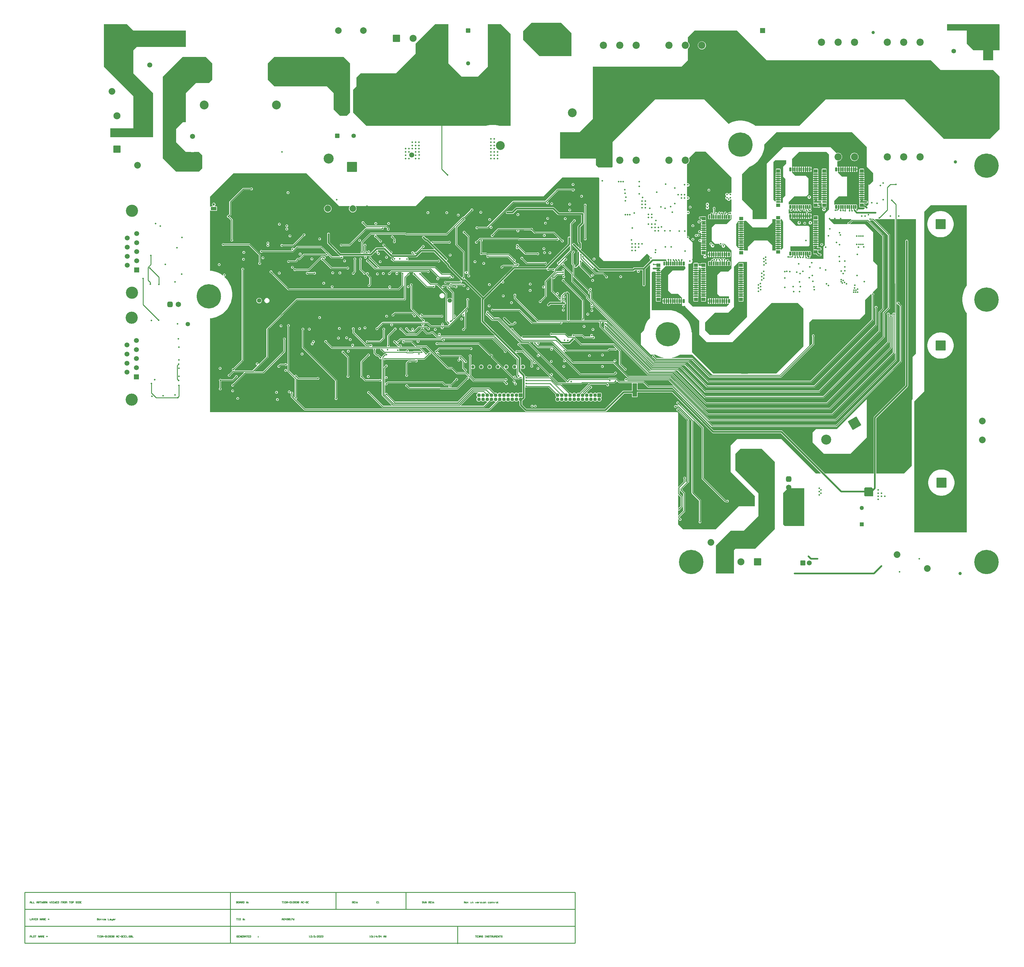
<source format=gbl>
G04*
G04 #@! TF.GenerationSoftware,Altium Limited,Altium Designer,23.1.1 (15)*
G04*
G04 Layer_Physical_Order=4*
G04 Layer_Color=16711680*
%FSAX44Y44*%
%MOMM*%
G71*
G04*
G04 #@! TF.SameCoordinates,9B1E6CB6-7F21-4D16-986F-FEEA4F8F1DB9*
G04*
G04*
G04 #@! TF.FilePolarity,Positive*
G04*
G01*
G75*
%ADD10C,0.2500*%
%ADD14C,0.5000*%
%ADD19C,0.2540*%
%ADD22C,0.2032*%
%ADD24C,0.1524*%
%ADD88C,1.0000*%
%ADD129C,2.2000*%
G04:AMPARAMS|DCode=130|XSize=2.2mm|YSize=2.2mm|CornerRadius=0.055mm|HoleSize=0mm|Usage=FLASHONLY|Rotation=90.000|XOffset=0mm|YOffset=0mm|HoleType=Round|Shape=RoundedRectangle|*
%AMROUNDEDRECTD130*
21,1,2.2000,2.0900,0,0,90.0*
21,1,2.0900,2.2000,0,0,90.0*
1,1,0.1100,1.0450,1.0450*
1,1,0.1100,1.0450,-1.0450*
1,1,0.1100,-1.0450,-1.0450*
1,1,0.1100,-1.0450,1.0450*
%
%ADD130ROUNDEDRECTD130*%
%ADD132C,1.5500*%
G04:AMPARAMS|DCode=133|XSize=1.55mm|YSize=1.55mm|CornerRadius=0.0465mm|HoleSize=0mm|Usage=FLASHONLY|Rotation=90.000|XOffset=0mm|YOffset=0mm|HoleType=Round|Shape=RoundedRectangle|*
%AMROUNDEDRECTD133*
21,1,1.5500,1.4570,0,0,90.0*
21,1,1.4570,1.5500,0,0,90.0*
1,1,0.0930,0.7285,0.7285*
1,1,0.0930,0.7285,-0.7285*
1,1,0.0930,-0.7285,-0.7285*
1,1,0.0930,-0.7285,0.7285*
%
%ADD133ROUNDEDRECTD133*%
%ADD134C,4.4000*%
G04:AMPARAMS|DCode=135|XSize=1.07mm|YSize=1.7mm|CornerRadius=0.535mm|HoleSize=0mm|Usage=FLASHONLY|Rotation=90.000|XOffset=0mm|YOffset=0mm|HoleType=Round|Shape=RoundedRectangle|*
%AMROUNDEDRECTD135*
21,1,1.0700,0.6300,0,0,90.0*
21,1,0.0000,1.7000,0,0,90.0*
1,1,1.0700,0.3150,0.0000*
1,1,1.0700,0.3150,0.0000*
1,1,1.0700,-0.3150,0.0000*
1,1,1.0700,-0.3150,0.0000*
%
%ADD135ROUNDEDRECTD135*%
G04:AMPARAMS|DCode=136|XSize=1.07mm|YSize=1.7mm|CornerRadius=0.0481mm|HoleSize=0mm|Usage=FLASHONLY|Rotation=90.000|XOffset=0mm|YOffset=0mm|HoleType=Round|Shape=RoundedRectangle|*
%AMROUNDEDRECTD136*
21,1,1.0700,1.6037,0,0,90.0*
21,1,0.9737,1.7000,0,0,90.0*
1,1,0.0963,0.8019,0.4869*
1,1,0.0963,0.8019,-0.4869*
1,1,0.0963,-0.8019,-0.4869*
1,1,0.0963,-0.8019,0.4869*
%
%ADD136ROUNDEDRECTD136*%
%ADD137C,0.7500*%
%ADD138C,2.7000*%
G04:AMPARAMS|DCode=139|XSize=2.7mm|YSize=2.7mm|CornerRadius=0.054mm|HoleSize=0mm|Usage=FLASHONLY|Rotation=90.000|XOffset=0mm|YOffset=0mm|HoleType=Round|Shape=RoundedRectangle|*
%AMROUNDEDRECTD139*
21,1,2.7000,2.5920,0,0,90.0*
21,1,2.5920,2.7000,0,0,90.0*
1,1,0.1080,1.2960,1.2960*
1,1,0.1080,1.2960,-1.2960*
1,1,0.1080,-1.2960,-1.2960*
1,1,0.1080,-1.2960,1.2960*
%
%ADD139ROUNDEDRECTD139*%
G04:AMPARAMS|DCode=140|XSize=1.35mm|YSize=1.35mm|CornerRadius=0.0472mm|HoleSize=0mm|Usage=FLASHONLY|Rotation=0.000|XOffset=0mm|YOffset=0mm|HoleType=Round|Shape=RoundedRectangle|*
%AMROUNDEDRECTD140*
21,1,1.3500,1.2555,0,0,0.0*
21,1,1.2555,1.3500,0,0,0.0*
1,1,0.0945,0.6278,-0.6278*
1,1,0.0945,-0.6278,-0.6278*
1,1,0.0945,-0.6278,0.6278*
1,1,0.0945,0.6278,0.6278*
%
%ADD140ROUNDEDRECTD140*%
%ADD141C,1.3500*%
G04:AMPARAMS|DCode=142|XSize=2.15mm|YSize=2.15mm|CornerRadius=0.0538mm|HoleSize=0mm|Usage=FLASHONLY|Rotation=90.000|XOffset=0mm|YOffset=0mm|HoleType=Round|Shape=RoundedRectangle|*
%AMROUNDEDRECTD142*
21,1,2.1500,2.0425,0,0,90.0*
21,1,2.0425,2.1500,0,0,90.0*
1,1,0.1075,1.0213,1.0213*
1,1,0.1075,1.0213,-1.0213*
1,1,0.1075,-1.0213,-1.0213*
1,1,0.1075,-1.0213,1.0213*
%
%ADD142ROUNDEDRECTD142*%
%ADD143C,2.1500*%
G04:AMPARAMS|DCode=144|XSize=2.15mm|YSize=2.15mm|CornerRadius=0.0538mm|HoleSize=0mm|Usage=FLASHONLY|Rotation=180.000|XOffset=0mm|YOffset=0mm|HoleType=Round|Shape=RoundedRectangle|*
%AMROUNDEDRECTD144*
21,1,2.1500,2.0425,0,0,180.0*
21,1,2.0425,2.1500,0,0,180.0*
1,1,0.1075,-1.0213,1.0213*
1,1,0.1075,1.0213,1.0213*
1,1,0.1075,1.0213,-1.0213*
1,1,0.1075,-1.0213,-1.0213*
%
%ADD144ROUNDEDRECTD144*%
%ADD145C,2.0000*%
G04:AMPARAMS|DCode=146|XSize=3.05mm|YSize=3.05mm|CornerRadius=0.0458mm|HoleSize=0mm|Usage=FLASHONLY|Rotation=90.000|XOffset=0mm|YOffset=0mm|HoleType=Round|Shape=RoundedRectangle|*
%AMROUNDEDRECTD146*
21,1,3.0500,2.9585,0,0,90.0*
21,1,2.9585,3.0500,0,0,90.0*
1,1,0.0915,1.4793,1.4793*
1,1,0.0915,1.4793,-1.4793*
1,1,0.0915,-1.4793,-1.4793*
1,1,0.0915,-1.4793,1.4793*
%
%ADD146ROUNDEDRECTD146*%
%ADD147C,3.0500*%
%ADD150C,1.0200*%
G04:AMPARAMS|DCode=151|XSize=1.3mm|YSize=1.3mm|CornerRadius=0.052mm|HoleSize=0mm|Usage=FLASHONLY|Rotation=180.000|XOffset=0mm|YOffset=0mm|HoleType=Round|Shape=RoundedRectangle|*
%AMROUNDEDRECTD151*
21,1,1.3000,1.1960,0,0,180.0*
21,1,1.1960,1.3000,0,0,180.0*
1,1,0.1040,-0.5980,0.5980*
1,1,0.1040,0.5980,0.5980*
1,1,0.1040,0.5980,-0.5980*
1,1,0.1040,-0.5980,-0.5980*
%
%ADD151ROUNDEDRECTD151*%
%ADD152C,1.3000*%
G04:AMPARAMS|DCode=153|XSize=1.3mm|YSize=1.3mm|CornerRadius=0.052mm|HoleSize=0mm|Usage=FLASHONLY|Rotation=270.000|XOffset=0mm|YOffset=0mm|HoleType=Round|Shape=RoundedRectangle|*
%AMROUNDEDRECTD153*
21,1,1.3000,1.1960,0,0,270.0*
21,1,1.1960,1.3000,0,0,270.0*
1,1,0.1040,-0.5980,-0.5980*
1,1,0.1040,-0.5980,0.5980*
1,1,0.1040,0.5980,0.5980*
1,1,0.1040,0.5980,-0.5980*
%
%ADD153ROUNDEDRECTD153*%
G04:AMPARAMS|DCode=154|XSize=1.12mm|YSize=1.12mm|CornerRadius=0.0504mm|HoleSize=0mm|Usage=FLASHONLY|Rotation=180.000|XOffset=0mm|YOffset=0mm|HoleType=Round|Shape=RoundedRectangle|*
%AMROUNDEDRECTD154*
21,1,1.1200,1.0192,0,0,180.0*
21,1,1.0192,1.1200,0,0,180.0*
1,1,0.1008,-0.5096,0.5096*
1,1,0.1008,0.5096,0.5096*
1,1,0.1008,0.5096,-0.5096*
1,1,0.1008,-0.5096,-0.5096*
%
%ADD154ROUNDEDRECTD154*%
%ADD155C,1.1200*%
G04:AMPARAMS|DCode=156|XSize=3.2mm|YSize=1.2mm|CornerRadius=0.6mm|HoleSize=0mm|Usage=FLASHONLY|Rotation=0.000|XOffset=0mm|YOffset=0mm|HoleType=Round|Shape=RoundedRectangle|*
%AMROUNDEDRECTD156*
21,1,3.2000,0.0000,0,0,0.0*
21,1,2.0000,1.2000,0,0,0.0*
1,1,1.2000,1.0000,0.0000*
1,1,1.2000,-1.0000,0.0000*
1,1,1.2000,-1.0000,0.0000*
1,1,1.2000,1.0000,0.0000*
%
%ADD156ROUNDEDRECTD156*%
G04:AMPARAMS|DCode=157|XSize=3.4mm|YSize=1.2mm|CornerRadius=0.6mm|HoleSize=0mm|Usage=FLASHONLY|Rotation=0.000|XOffset=0mm|YOffset=0mm|HoleType=Round|Shape=RoundedRectangle|*
%AMROUNDEDRECTD157*
21,1,3.4000,0.0000,0,0,0.0*
21,1,2.2000,1.2000,0,0,0.0*
1,1,1.2000,1.1000,0.0000*
1,1,1.2000,-1.1000,0.0000*
1,1,1.2000,-1.1000,0.0000*
1,1,1.2000,1.1000,0.0000*
%
%ADD157ROUNDEDRECTD157*%
G04:AMPARAMS|DCode=158|XSize=1.4mm|YSize=4.1mm|CornerRadius=0.049mm|HoleSize=0mm|Usage=FLASHONLY|Rotation=0.000|XOffset=0mm|YOffset=0mm|HoleType=Round|Shape=RoundedRectangle|*
%AMROUNDEDRECTD158*
21,1,1.4000,4.0020,0,0,0.0*
21,1,1.3020,4.1000,0,0,0.0*
1,1,0.0980,0.6510,-2.0010*
1,1,0.0980,-0.6510,-2.0010*
1,1,0.0980,-0.6510,2.0010*
1,1,0.0980,0.6510,2.0010*
%
%ADD158ROUNDEDRECTD158*%
%ADD159C,1.5000*%
G04:AMPARAMS|DCode=160|XSize=3.05mm|YSize=3.05mm|CornerRadius=0.0458mm|HoleSize=0mm|Usage=FLASHONLY|Rotation=210.000|XOffset=0mm|YOffset=0mm|HoleType=Round|Shape=RoundedRectangle|*
%AMROUNDEDRECTD160*
21,1,3.0500,2.9585,0,0,210.0*
21,1,2.9585,3.0500,0,0,210.0*
1,1,0.0915,-2.0207,0.5414*
1,1,0.0915,0.5414,2.0207*
1,1,0.0915,2.0207,-0.5414*
1,1,0.0915,-0.5414,-2.0207*
%
%ADD160ROUNDEDRECTD160*%
%ADD164C,1.4000*%
%ADD176C,2.0320*%
%ADD177C,0.0254*%
%ADD178C,1.3480*%
%ADD179C,1.6500*%
G04:AMPARAMS|DCode=180|XSize=1.65mm|YSize=1.65mm|CornerRadius=0.4125mm|HoleSize=0mm|Usage=FLASHONLY|Rotation=270.000|XOffset=0mm|YOffset=0mm|HoleType=Round|Shape=RoundedRectangle|*
%AMROUNDEDRECTD180*
21,1,1.6500,0.8250,0,0,270.0*
21,1,0.8250,1.6500,0,0,270.0*
1,1,0.8250,-0.4125,-0.4125*
1,1,0.8250,-0.4125,0.4125*
1,1,0.8250,0.4125,0.4125*
1,1,0.8250,0.4125,-0.4125*
%
%ADD180ROUNDEDRECTD180*%
%ADD181R,1.3000X1.3000*%
G04:AMPARAMS|DCode=182|XSize=1.5mm|YSize=1.5mm|CornerRadius=0.0525mm|HoleSize=0mm|Usage=FLASHONLY|Rotation=0.000|XOffset=0mm|YOffset=0mm|HoleType=Round|Shape=RoundedRectangle|*
%AMROUNDEDRECTD182*
21,1,1.5000,1.3950,0,0,0.0*
21,1,1.3950,1.5000,0,0,0.0*
1,1,0.1050,0.6975,-0.6975*
1,1,0.1050,-0.6975,-0.6975*
1,1,0.1050,-0.6975,0.6975*
1,1,0.1050,0.6975,0.6975*
%
%ADD182ROUNDEDRECTD182*%
%ADD183R,1.5000X1.5000*%
%ADD184C,3.7000*%
G04:AMPARAMS|DCode=185|XSize=1.65mm|YSize=1.65mm|CornerRadius=0.4125mm|HoleSize=0mm|Usage=FLASHONLY|Rotation=0.000|XOffset=0mm|YOffset=0mm|HoleType=Round|Shape=RoundedRectangle|*
%AMROUNDEDRECTD185*
21,1,1.6500,0.8250,0,0,0.0*
21,1,0.8250,1.6500,0,0,0.0*
1,1,0.8250,0.4125,-0.4125*
1,1,0.8250,-0.4125,-0.4125*
1,1,0.8250,-0.4125,0.4125*
1,1,0.8250,0.4125,0.4125*
%
%ADD185ROUNDEDRECTD185*%
%ADD186C,0.5080*%
%ADD187C,0.5000*%
%ADD188C,1.5000*%
%ADD189C,5.2446*%
G04:AMPARAMS|DCode=190|XSize=0.665mm|YSize=1.15mm|CornerRadius=0.0499mm|HoleSize=0mm|Usage=FLASHONLY|Rotation=0.000|XOffset=0mm|YOffset=0mm|HoleType=Round|Shape=RoundedRectangle|*
%AMROUNDEDRECTD190*
21,1,0.6650,1.0502,0,0,0.0*
21,1,0.5653,1.1500,0,0,0.0*
1,1,0.0998,0.2826,-0.5251*
1,1,0.0998,-0.2826,-0.5251*
1,1,0.0998,-0.2826,0.5251*
1,1,0.0998,0.2826,0.5251*
%
%ADD190ROUNDEDRECTD190*%
G04:AMPARAMS|DCode=191|XSize=0.45mm|YSize=1.15mm|CornerRadius=0.0495mm|HoleSize=0mm|Usage=FLASHONLY|Rotation=0.000|XOffset=0mm|YOffset=0mm|HoleType=Round|Shape=RoundedRectangle|*
%AMROUNDEDRECTD191*
21,1,0.4500,1.0510,0,0,0.0*
21,1,0.3510,1.1500,0,0,0.0*
1,1,0.0990,0.1755,-0.5255*
1,1,0.0990,-0.1755,-0.5255*
1,1,0.0990,-0.1755,0.5255*
1,1,0.0990,0.1755,0.5255*
%
%ADD191ROUNDEDRECTD191*%
G04:AMPARAMS|DCode=192|XSize=1.15mm|YSize=1.1mm|CornerRadius=0.0495mm|HoleSize=0mm|Usage=FLASHONLY|Rotation=0.000|XOffset=0mm|YOffset=0mm|HoleType=Round|Shape=RoundedRectangle|*
%AMROUNDEDRECTD192*
21,1,1.1500,1.0010,0,0,0.0*
21,1,1.0510,1.1000,0,0,0.0*
1,1,0.0990,0.5255,-0.5005*
1,1,0.0990,-0.5255,-0.5005*
1,1,0.0990,-0.5255,0.5005*
1,1,0.0990,0.5255,0.5005*
%
%ADD192ROUNDEDRECTD192*%
G04:AMPARAMS|DCode=193|XSize=1.15mm|YSize=0.45mm|CornerRadius=0.0495mm|HoleSize=0mm|Usage=FLASHONLY|Rotation=0.000|XOffset=0mm|YOffset=0mm|HoleType=Round|Shape=RoundedRectangle|*
%AMROUNDEDRECTD193*
21,1,1.1500,0.3510,0,0,0.0*
21,1,1.0510,0.4500,0,0,0.0*
1,1,0.0990,0.5255,-0.1755*
1,1,0.0990,-0.5255,-0.1755*
1,1,0.0990,-0.5255,0.1755*
1,1,0.0990,0.5255,0.1755*
%
%ADD193ROUNDEDRECTD193*%
G36*
X02078522Y03207857D02*
Y03137857D01*
X01981022D01*
X01963522Y03155357D01*
X01931022Y03187857D01*
Y03212857D01*
X01957048Y03238882D01*
X02047496Y03238883D01*
X02078522Y03207857D01*
D02*
G37*
G36*
X03383522Y03234193D02*
Y03155357D01*
X03363522D01*
Y03125357D01*
X03333522D01*
Y03155357D01*
X03303522D01*
X03283522Y03175357D01*
X03283522D01*
Y03215357D01*
X03223522D01*
Y03235357D01*
X03382890D01*
X03383522Y03234193D01*
D02*
G37*
G36*
X01893522Y03205357D02*
Y02925357D01*
X01858116D01*
X01857225Y02925726D01*
X01851839Y02927169D01*
X01846310Y02927897D01*
X01840734D01*
X01838522Y02927606D01*
X01836310Y02927897D01*
X01830734D01*
X01825205Y02927169D01*
X01819819Y02925726D01*
X01818928Y02925357D01*
X01453522Y02925357D01*
X01413522Y02965357D01*
Y03035357D01*
X01423522Y03045357D01*
Y03072857D01*
X01436022Y03085357D01*
X01543522D01*
X01603522Y03145357D01*
Y03175357D01*
X01663522Y03235357D01*
X01703522D01*
Y03115357D01*
X01743522Y03075357D01*
X01793522D01*
X01823522Y03105357D01*
Y03235357D01*
X01863522D01*
X01893522Y03205357D01*
D02*
G37*
G36*
X01403522Y03115357D02*
Y02965357D01*
X01393522Y02955357D01*
X01373522D01*
X01353522Y02975357D01*
Y03025357D01*
X01333522Y03045357D01*
X01173522D01*
X01153522Y03065357D01*
Y03115357D01*
X01173522Y03135357D01*
X01383522D01*
X01403522Y03115357D01*
D02*
G37*
G36*
X00743522Y03215357D02*
X00903522D01*
Y03165357D01*
X00753522D01*
X00743522Y03155357D01*
Y03085357D01*
X00803522Y03025357D01*
Y02890357D01*
X00673522D01*
Y02917857D01*
X00743522D01*
Y03015357D01*
X00653522Y03105357D01*
Y03235357D01*
X00723522D01*
X00743522Y03215357D01*
D02*
G37*
G36*
X02673522Y03125357D02*
X03173522D01*
X03203522Y03095357D01*
X03363522D01*
X03383522Y03075357D01*
Y02915357D01*
X03353522Y02885357D01*
X03213522D01*
X03093522Y03005357D01*
X02853522Y03005357D01*
X02773522Y02925357D01*
X02638529D01*
X02637061Y02926562D01*
X02631097Y02930546D01*
X02624771Y02933928D01*
X02618145Y02936672D01*
X02611281Y02938754D01*
X02604247Y02940154D01*
X02597108Y02940857D01*
X02589936D01*
X02582798Y02940154D01*
X02575763Y02938754D01*
X02568900Y02936672D01*
X02562273Y02933928D01*
X02557502Y02931377D01*
X02483522Y03005357D01*
X02333522D01*
X02203522Y02875357D01*
X02203522Y02875357D01*
Y02800357D01*
X02201022Y02797857D01*
X02161022D01*
X02153522Y02805357D01*
X02153522Y02805357D01*
Y02825357D01*
X02043522D01*
Y02905357D01*
X02103522D01*
X02143522Y02945357D01*
Y03105357D01*
X02413522Y03105357D01*
X02433522Y03125357D01*
Y03160253D01*
X02433697Y03160354D01*
X02436024Y03162682D01*
X02437670Y03165532D01*
X02438522Y03168711D01*
Y03172003D01*
X02437670Y03175182D01*
X02436024Y03178032D01*
X02433697Y03180359D01*
X02433522Y03180461D01*
Y03195357D01*
X02453522Y03215357D01*
X02583522D01*
X02673522Y03125357D01*
D02*
G37*
G36*
X02978522Y02860357D02*
Y02800357D01*
X02998522Y02780357D01*
Y02756357D01*
X02987522Y02745357D01*
X02983522D01*
Y02685357D01*
X02978906Y02680741D01*
X02976406Y02683241D01*
X02975083Y02684125D01*
X02973522Y02684435D01*
X02973522Y02684435D01*
X02970561D01*
Y02688362D01*
X02971108Y02689029D01*
X02974053D01*
X02974711Y02688589D01*
X02976272Y02688279D01*
X02977833Y02688589D01*
X02978069Y02688747D01*
X02979598Y02689051D01*
X02980935Y02689944D01*
X02981828Y02691281D01*
X02982141Y02692857D01*
X02981828Y02694433D01*
X02980935Y02695769D01*
X02979598Y02696663D01*
X02978022Y02696976D01*
X02977181Y02696809D01*
X02977083Y02696875D01*
X02975522Y02697185D01*
X02975522Y02697185D01*
X02971108D01*
X02970561Y02697852D01*
Y02701362D01*
X02970438Y02701979D01*
X02970715Y02702164D01*
X02971386Y02703168D01*
X02971621Y02704352D01*
Y02704837D01*
X02954922D01*
Y02704352D01*
X02955158Y02703168D01*
X02955829Y02702164D01*
X02956106Y02701979D01*
X02955983Y02701362D01*
Y02697852D01*
X02956138Y02697073D01*
X02956579Y02696414D01*
Y02696300D01*
X02956138Y02695640D01*
X02955983Y02694862D01*
Y02691352D01*
X02956138Y02690573D01*
X02956546Y02689857D01*
X02956138Y02689140D01*
X02955983Y02688362D01*
Y02678352D01*
X02956138Y02677574D01*
X02956579Y02676913D01*
X02957238Y02676473D01*
X02958017Y02676318D01*
X02963324D01*
X02963522Y02676278D01*
X02971833D01*
X02973138Y02674973D01*
X02968560Y02670395D01*
X02949096D01*
X02948831Y02670764D01*
X02948534Y02671665D01*
X02948806Y02672073D01*
X02948961Y02672852D01*
Y02683362D01*
X02948806Y02684140D01*
X02948365Y02684800D01*
X02947705Y02685241D01*
X02946927Y02685396D01*
X02943417D01*
X02942639Y02685241D01*
X02941979Y02684800D01*
X02941865D01*
X02941205Y02685241D01*
X02940427Y02685396D01*
X02936917D01*
X02936139Y02685241D01*
X02935422Y02684832D01*
X02934705Y02685241D01*
X02933927Y02685396D01*
X02930417D01*
X02929639Y02685241D01*
X02928979Y02684800D01*
X02928865D01*
X02928205Y02685241D01*
X02927427Y02685396D01*
X02923917D01*
X02923139Y02685241D01*
X02922422Y02684832D01*
X02921705Y02685241D01*
X02920927Y02685396D01*
X02917417D01*
X02916638Y02685241D01*
X02915979Y02684800D01*
X02915865D01*
X02915205Y02685241D01*
X02914427Y02685396D01*
X02910917D01*
X02910139Y02685241D01*
X02909422Y02684832D01*
X02908705Y02685241D01*
X02907927Y02685396D01*
X02904417D01*
X02903639Y02685241D01*
X02902979Y02684800D01*
X02902865D01*
X02902205Y02685241D01*
X02901427Y02685396D01*
X02897917D01*
X02897139Y02685241D01*
X02896479Y02684800D01*
X02896365D01*
X02895705Y02685241D01*
X02894927Y02685396D01*
X02891417D01*
X02890638Y02685241D01*
X02889979Y02684800D01*
X02889198Y02685241D01*
X02888418Y02685396D01*
X02882766D01*
X02881986Y02685241D01*
X02881325Y02684799D01*
X02881117Y02684489D01*
X02879847Y02684874D01*
Y02696682D01*
X02893272Y02710107D01*
X02918522D01*
X02918522Y02770357D01*
X02903522D01*
X02890792Y02783087D01*
X02891416Y02784256D01*
X02891418Y02784258D01*
X02891902D01*
Y02792607D01*
Y02800956D01*
X02891417D01*
X02890233Y02800721D01*
X02889792Y02800426D01*
X02888522Y02801104D01*
Y02817115D01*
X02889477Y02817952D01*
X02891022Y02817749D01*
X02894285Y02818179D01*
X02897326Y02819438D01*
X02899937Y02821442D01*
X02901941Y02824053D01*
X02903200Y02827094D01*
X02903630Y02830357D01*
X02903200Y02833620D01*
X02901941Y02836661D01*
X02899937Y02839272D01*
X02897326Y02841276D01*
X02894285Y02842535D01*
X02891022Y02842965D01*
X02887759Y02842535D01*
X02886758Y02842121D01*
X02868522Y02860357D01*
X02723522Y02860357D01*
X02673522Y02810357D01*
Y02640357D01*
X02631022D01*
Y02667857D01*
X02598522Y02700357D01*
X02598522Y02777857D01*
X02620811Y02800145D01*
X02624771Y02801786D01*
X02631097Y02805167D01*
X02637061Y02809152D01*
X02642605Y02813702D01*
X02647677Y02818774D01*
X02652227Y02824318D01*
X02656212Y02830282D01*
X02659593Y02836607D01*
X02662338Y02843234D01*
X02664420Y02850098D01*
X02665819Y02857133D01*
X02666522Y02864270D01*
Y02868357D01*
X02703522Y02905357D01*
X02933522D01*
X02978522Y02860357D01*
D02*
G37*
G36*
X00983522Y03115357D02*
Y03065357D01*
X00973522Y03055357D01*
X00933522D01*
X00903522Y03025357D01*
Y02936257D01*
X00894422D01*
X00873522Y02915357D01*
Y02875357D01*
X00883522Y02865357D01*
X00887450Y02861429D01*
X00887545Y02861306D01*
X00891971Y02856880D01*
X00892094Y02856785D01*
X00903522Y02845357D01*
X00918493D01*
X00920392Y02845107D01*
X00926652D01*
X00928551Y02845357D01*
X00943522D01*
X00953522Y02835357D01*
Y02795357D01*
X00943522Y02785357D01*
X00873522D01*
X00833522Y02825357D01*
Y03075357D01*
X00863522Y03105357D01*
X00893522Y03135357D01*
X00963522D01*
X00983522Y03115357D01*
D02*
G37*
G36*
X02566022Y02767857D02*
Y02720948D01*
X02564752Y02720099D01*
X02564017Y02720404D01*
X02562028D01*
X02560190Y02719643D01*
X02558783Y02718236D01*
X02558710Y02718058D01*
X02557335D01*
X02557261Y02718236D01*
X02555854Y02719643D01*
X02554017Y02720404D01*
X02552028D01*
X02550190Y02719643D01*
X02548783Y02718236D01*
X02548022Y02716398D01*
Y02714409D01*
X02548783Y02712571D01*
X02550190Y02711165D01*
X02550368Y02711091D01*
Y02709716D01*
X02550190Y02709643D01*
X02548783Y02708236D01*
X02548022Y02706398D01*
Y02704409D01*
X02548783Y02702571D01*
X02550190Y02701165D01*
X02552028Y02700404D01*
X02552984D01*
Y02700400D01*
X02553746Y02698562D01*
X02555152Y02697155D01*
X02556990Y02696394D01*
X02558979D01*
X02560817Y02697155D01*
X02562223Y02698562D01*
X02562985Y02700400D01*
Y02700404D01*
X02564017D01*
X02564752Y02700708D01*
X02566022Y02699860D01*
Y02663465D01*
X02564752Y02662617D01*
X02564076Y02662897D01*
X02562468D01*
X02560984Y02662282D01*
X02560072Y02661371D01*
X02556982D01*
X02555909Y02661157D01*
X02554999Y02660550D01*
X02552485Y02658035D01*
X02552372Y02658062D01*
X02551312Y02658658D01*
Y02659911D01*
X02550697Y02661395D01*
X02549561Y02662532D01*
X02548076Y02663147D01*
X02546468D01*
X02544984Y02662532D01*
X02543847Y02661395D01*
X02543232Y02659911D01*
Y02658303D01*
X02543308Y02658121D01*
X02543282Y02658082D01*
X02543068Y02657009D01*
Y02654886D01*
X02542339Y02654741D01*
X02541679Y02654300D01*
X02541565D01*
X02540905Y02654741D01*
X02540320Y02654858D01*
Y02656441D01*
X02540447Y02656568D01*
X02541062Y02658053D01*
Y02659661D01*
X02540447Y02661145D01*
X02539310Y02662282D01*
X02537826Y02662897D01*
X02536218D01*
X02534733Y02662282D01*
X02534183Y02661731D01*
X02533114Y02661441D01*
X02532567Y02661775D01*
X02531810Y02662532D01*
X02530326Y02663147D01*
X02528718D01*
X02527233Y02662532D01*
X02526097Y02661395D01*
X02525482Y02659911D01*
Y02658303D01*
X02526097Y02656819D01*
X02526750Y02656166D01*
X02526223Y02654896D01*
X02524147D01*
X02523353Y02655859D01*
X02523281Y02656124D01*
X02523562Y02656803D01*
Y02658411D01*
X02522947Y02659895D01*
X02521810Y02661032D01*
X02520326Y02661647D01*
X02518718D01*
X02517554Y02661165D01*
X02516284Y02661741D01*
Y02670724D01*
X02516905Y02671346D01*
X02517520Y02672830D01*
Y02674438D01*
X02516905Y02675922D01*
X02515768Y02677059D01*
X02514283Y02677674D01*
X02512676D01*
X02511191Y02677059D01*
X02510055Y02675922D01*
X02509440Y02674438D01*
Y02672830D01*
X02510055Y02671346D01*
X02510676Y02670724D01*
Y02660521D01*
X02509661Y02659610D01*
X02508706Y02659637D01*
X02508560Y02659782D01*
X02507996Y02660016D01*
X02507833Y02660125D01*
X02507640Y02660163D01*
X02507076Y02660397D01*
X02506465D01*
X02506272Y02660435D01*
X02506079Y02660397D01*
X02505468D01*
X02504904Y02660163D01*
X02504711Y02660125D01*
X02504548Y02660016D01*
X02503983Y02659782D01*
X02503552Y02659350D01*
X02503388Y02659241D01*
X02503373Y02659225D01*
X02503264Y02659062D01*
X02502847Y02658645D01*
X02502622Y02658101D01*
X02502489Y02657902D01*
X02502442Y02657668D01*
X02502232Y02657161D01*
Y02656611D01*
X02502178Y02656342D01*
X02502178Y02656341D01*
Y02655970D01*
X02501127Y02654896D01*
X02500882Y02654896D01*
X02497617D01*
X02496839Y02654741D01*
X02496179Y02654300D01*
X02495738Y02653640D01*
X02495583Y02652862D01*
Y02642352D01*
X02495738Y02641573D01*
X02496179Y02640913D01*
X02496839Y02640473D01*
X02497617Y02640318D01*
X02501127D01*
X02501905Y02640473D01*
X02502565Y02640913D01*
X02502679D01*
X02503338Y02640473D01*
X02504117Y02640318D01*
X02507627D01*
X02508405Y02640473D01*
X02509122Y02640881D01*
X02509839Y02640473D01*
X02510617Y02640318D01*
X02514127D01*
X02514905Y02640473D01*
X02515565Y02640913D01*
X02515679D01*
X02516339Y02640473D01*
X02517117Y02640318D01*
X02520627D01*
X02521405Y02640473D01*
X02522122Y02640881D01*
X02522838Y02640473D01*
X02523617Y02640318D01*
X02527127D01*
X02527905Y02640473D01*
X02528565Y02640913D01*
X02528679D01*
X02529339Y02640473D01*
X02530117Y02640318D01*
X02533627D01*
X02534405Y02640473D01*
X02535122Y02640881D01*
X02535838Y02640473D01*
X02536617Y02640318D01*
X02540127D01*
X02540905Y02640473D01*
X02541565Y02640913D01*
X02541679D01*
X02542339Y02640473D01*
X02543117Y02640318D01*
X02546627D01*
X02547405Y02640473D01*
X02548065Y02640913D01*
X02548179D01*
X02548839Y02640473D01*
X02549617Y02640318D01*
X02553127D01*
X02553905Y02640473D01*
X02554565Y02640913D01*
X02555346Y02640473D01*
X02556126Y02640318D01*
X02561778D01*
X02562558Y02640473D01*
X02563219Y02640915D01*
X02563661Y02641576D01*
X02563816Y02642356D01*
Y02652858D01*
X02563679Y02653547D01*
X02563688Y02653701D01*
X02563946Y02654192D01*
X02564828Y02654433D01*
X02566022Y02653546D01*
Y02640357D01*
X02551022Y02625357D01*
X02516022D01*
X02506022Y02615357D01*
Y02575357D01*
X02516022Y02565357D01*
X02529482D01*
Y02564553D01*
X02530097Y02563069D01*
X02531234Y02561932D01*
X02532718Y02561317D01*
X02534326D01*
X02535810Y02561932D01*
X02536059Y02562180D01*
X02537136Y02561461D01*
X02536485Y02559889D01*
Y02557900D01*
X02537246Y02556062D01*
X02538652Y02554655D01*
X02540490Y02553894D01*
X02542479D01*
X02544317Y02554655D01*
X02545723Y02556062D01*
X02546485Y02557900D01*
Y02559889D01*
X02545723Y02561727D01*
X02544317Y02563133D01*
X02542479Y02563894D01*
X02540490D01*
X02538652Y02563133D01*
X02538134Y02562614D01*
X02537057Y02563334D01*
X02537562Y02564553D01*
Y02565357D01*
X02545772D01*
X02566022Y02545107D01*
X02566022Y02490357D01*
X02556022Y02480357D01*
X02533522D01*
X02523522Y02470357D01*
Y02412857D01*
X02531022Y02405357D01*
X02558522D01*
Y02398146D01*
X02555776D01*
X02555151Y02398022D01*
X02554965Y02398300D01*
X02553961Y02398971D01*
X02552777Y02399206D01*
X02552292D01*
Y02390857D01*
Y02382507D01*
X02552777D01*
X02553961Y02382743D01*
X02554965Y02383414D01*
X02555151Y02383692D01*
X02555776Y02383568D01*
X02558522D01*
Y02381357D01*
X02551022Y02373857D01*
X02448022D01*
X02434772Y02387107D01*
X02435272Y02387607D01*
Y02503960D01*
X02436542Y02504747D01*
X02438148Y02504317D01*
X02440396D01*
X02442568Y02504899D01*
X02444516Y02506023D01*
X02446106Y02507613D01*
X02447230Y02509561D01*
X02447812Y02511733D01*
Y02513981D01*
X02447230Y02516153D01*
X02446106Y02518101D01*
X02445936Y02518271D01*
X02447772Y02520107D01*
X02447522Y02520357D01*
Y02569107D01*
X02435626Y02581003D01*
X02435811Y02581932D01*
X02436947Y02583069D01*
X02437562Y02584553D01*
Y02586161D01*
X02436947Y02587645D01*
X02435810Y02588782D01*
X02434326Y02589397D01*
X02432718D01*
X02431792Y02589013D01*
X02430522Y02589730D01*
Y02655627D01*
X02431792Y02656464D01*
X02432865Y02656019D01*
X02434854D01*
X02436692Y02656781D01*
X02438098Y02658187D01*
X02438860Y02660025D01*
Y02662014D01*
X02438098Y02663852D01*
X02436692Y02665258D01*
X02434854Y02666019D01*
X02432865D01*
X02431792Y02665575D01*
X02430522Y02666412D01*
Y02671346D01*
Y02699335D01*
X02431792Y02700183D01*
X02432490Y02699894D01*
X02434479D01*
X02436317Y02700656D01*
X02437723Y02702062D01*
X02438484Y02703900D01*
Y02705889D01*
X02437723Y02707727D01*
X02436317Y02709133D01*
X02434479Y02709894D01*
X02432490D01*
X02431792Y02709605D01*
X02430522Y02710454D01*
Y02739335D01*
X02431792Y02740183D01*
X02432490Y02739894D01*
X02434479D01*
X02436317Y02740656D01*
X02437723Y02742062D01*
X02438484Y02743900D01*
Y02745889D01*
X02437723Y02747727D01*
X02436317Y02749133D01*
X02434479Y02749894D01*
X02432490D01*
X02431792Y02749605D01*
X02431487Y02749675D01*
X02430522Y02750454D01*
Y02808622D01*
X02430847Y02808709D01*
X02433697Y02810354D01*
X02436024Y02812682D01*
X02437670Y02815532D01*
X02438522Y02818711D01*
Y02822003D01*
X02437670Y02825182D01*
X02436545Y02827130D01*
X02456022Y02846607D01*
X02487272D01*
X02566022Y02767857D01*
D02*
G37*
G36*
X02733522Y02810357D02*
X02723522Y02800357D01*
Y02770357D01*
X02730840Y02763039D01*
Y02712675D01*
X02722576Y02704411D01*
Y02690357D01*
X02717924D01*
X02717119Y02691339D01*
X02717121Y02691352D01*
Y02691837D01*
X02708772D01*
Y02694377D01*
X02717121D01*
Y02694862D01*
X02716886Y02696046D01*
X02716678Y02696357D01*
X02716886Y02696668D01*
X02717121Y02697852D01*
Y02698337D01*
X02700422D01*
Y02697852D01*
X02700658Y02696668D01*
X02700866Y02696357D01*
X02700658Y02696046D01*
X02700487Y02695188D01*
X02699278Y02694601D01*
X02694022Y02699857D01*
Y02814857D01*
X02699522Y02820357D01*
X02733522D01*
Y02810357D01*
D02*
G37*
G36*
X02863522Y02837857D02*
Y02670357D01*
X02851022Y02657857D01*
Y02560857D01*
X02846522Y02556357D01*
Y02519357D01*
X02797781D01*
X02797255Y02520627D01*
X02797697Y02521068D01*
X02798030Y02521874D01*
X02799447Y02522414D01*
X02799521Y02522405D01*
X02799994Y02522089D01*
X02800887Y02521911D01*
X02801718Y02521567D01*
X02803326D01*
X02804810Y02522182D01*
X02805947Y02523318D01*
X02806562Y02524803D01*
Y02526411D01*
X02806298Y02527048D01*
X02806721Y02527902D01*
X02807130Y02528358D01*
X02807705Y02528473D01*
X02808365Y02528914D01*
X02808806Y02529573D01*
X02808961Y02530352D01*
Y02540862D01*
X02808806Y02541640D01*
X02808365Y02542300D01*
X02807705Y02542741D01*
X02806927Y02542896D01*
X02803417D01*
X02802639Y02542741D01*
X02801979Y02542300D01*
X02801865D01*
X02801205Y02542741D01*
X02800427Y02542896D01*
X02796917D01*
X02796139Y02542741D01*
X02795422Y02542332D01*
X02794706Y02542741D01*
X02793927Y02542896D01*
X02790417D01*
X02789639Y02542741D01*
X02788979Y02542300D01*
X02788865D01*
X02788205Y02542741D01*
X02787427Y02542896D01*
X02783917D01*
X02783139Y02542741D01*
X02782422Y02542332D01*
X02781705Y02542741D01*
X02780927Y02542896D01*
X02777417D01*
X02776638Y02542741D01*
X02775979Y02542300D01*
X02775865D01*
X02775205Y02542741D01*
X02774427Y02542896D01*
X02770917D01*
X02770139Y02542741D01*
X02769422Y02542332D01*
X02768705Y02542741D01*
X02767927Y02542896D01*
X02764417D01*
X02763639Y02542741D01*
X02762979Y02542300D01*
X02762865D01*
X02762206Y02542741D01*
X02761427Y02542896D01*
X02757917D01*
X02757139Y02542741D01*
X02756479Y02542300D01*
X02756365D01*
X02755705Y02542741D01*
X02754927Y02542896D01*
X02751417D01*
X02750639Y02542741D01*
X02749979Y02542300D01*
X02749198Y02542741D01*
X02748418Y02542896D01*
X02746022D01*
Y02557857D01*
X02799842D01*
X02800432Y02557267D01*
X02804022Y02560857D01*
Y02617357D01*
X02801022Y02620357D01*
X02763522Y02620357D01*
X02742254Y02641624D01*
X02742676Y02642609D01*
X02742857Y02642818D01*
X02748418D01*
X02749043Y02642942D01*
X02749229Y02642664D01*
X02750233Y02641993D01*
X02751417Y02641758D01*
X02751902D01*
Y02650107D01*
Y02658456D01*
X02751417D01*
X02750233Y02658221D01*
X02749229Y02657550D01*
X02749043Y02657272D01*
X02748418Y02657396D01*
X02742766D01*
X02742292Y02657302D01*
X02741345Y02657829D01*
X02741022Y02658124D01*
Y02670089D01*
X02741345Y02670385D01*
X02742292Y02670912D01*
X02742766Y02670818D01*
X02744120D01*
X02744828Y02669548D01*
X02744438Y02668607D01*
Y02667000D01*
X02745053Y02665515D01*
X02746190Y02664378D01*
X02747675Y02663763D01*
X02749282D01*
X02750767Y02664378D01*
X02751903Y02665515D01*
X02752518Y02667000D01*
Y02667180D01*
X02753456Y02668118D01*
X02753595Y02668145D01*
X02753712Y02668224D01*
X02754256Y02668044D01*
X02755066Y02667601D01*
X02755597Y02666318D01*
X02756733Y02665182D01*
X02758218Y02664567D01*
X02759826D01*
X02761310Y02665182D01*
X02762112Y02665983D01*
X02762897Y02666196D01*
X02763683Y02665983D01*
X02764484Y02665182D01*
X02765968Y02664567D01*
X02767576D01*
X02769060Y02665182D01*
X02770197Y02666318D01*
X02770712Y02667562D01*
X02771982Y02667309D01*
Y02666803D01*
X02772597Y02665318D01*
X02773734Y02664182D01*
X02775219Y02663567D01*
X02776826D01*
X02778311Y02664182D01*
X02779447Y02665318D01*
X02780062Y02666803D01*
Y02668411D01*
X02779591Y02669548D01*
X02780184Y02670818D01*
X02780927D01*
X02781705Y02670973D01*
X02781974Y02671126D01*
X02783266Y02670555D01*
X02783558Y02669594D01*
X02783482Y02669410D01*
Y02667803D01*
X02784097Y02666318D01*
X02785233Y02665182D01*
X02786718Y02664567D01*
X02788326D01*
X02789810Y02665182D01*
X02790548Y02665920D01*
X02790947Y02666318D01*
X02792161Y02665931D01*
X02792752Y02665340D01*
Y02663763D01*
X02793367Y02662278D01*
X02794504Y02661142D01*
X02795989Y02660527D01*
X02797596D01*
X02799081Y02661142D01*
X02800217Y02662278D01*
X02800833Y02663763D01*
Y02664108D01*
X02802102Y02665059D01*
X02802349Y02665009D01*
X02802675D01*
X02803790Y02663895D01*
X02805275Y02663280D01*
X02806882D01*
X02808367Y02663895D01*
X02809503Y02665031D01*
X02810119Y02666516D01*
Y02668123D01*
X02809503Y02669608D01*
X02808881Y02670231D01*
X02808485Y02671138D01*
X02808735Y02671967D01*
X02808806Y02672073D01*
X02808961Y02672852D01*
Y02683362D01*
X02808806Y02684140D01*
X02808365Y02684800D01*
X02807705Y02685241D01*
X02806927Y02685396D01*
X02803417D01*
X02802639Y02685241D01*
X02801978Y02684800D01*
X02801865D01*
X02801205Y02685241D01*
X02800427Y02685396D01*
X02796917D01*
X02796139Y02685241D01*
X02795422Y02684832D01*
X02794705Y02685241D01*
X02793927Y02685396D01*
X02790417D01*
X02789638Y02685241D01*
X02788979Y02684800D01*
X02788865D01*
X02788205Y02685241D01*
X02787427Y02685396D01*
X02783917D01*
X02783138Y02685241D01*
X02782422Y02684832D01*
X02781705Y02685241D01*
X02780927Y02685396D01*
X02777417D01*
X02776638Y02685241D01*
X02775979Y02684800D01*
X02775865D01*
X02775205Y02685241D01*
X02774427Y02685396D01*
X02770917D01*
X02770139Y02685241D01*
X02769422Y02684832D01*
X02768705Y02685241D01*
X02767927Y02685396D01*
X02764417D01*
X02763639Y02685241D01*
X02762979Y02684800D01*
X02762865D01*
X02762205Y02685241D01*
X02761427Y02685396D01*
X02757917D01*
X02757138Y02685241D01*
X02756422Y02684832D01*
X02755705Y02685241D01*
X02754927Y02685396D01*
X02751417D01*
X02750638Y02685241D01*
X02749979Y02684800D01*
X02749198Y02685241D01*
X02748418Y02685396D01*
X02742766D01*
X02742292Y02685302D01*
X02741345Y02685829D01*
X02741022Y02686124D01*
Y02692857D01*
X02758522Y02710357D01*
X02794431Y02710357D01*
X02801022Y02716948D01*
Y02765357D01*
X02793522Y02772857D01*
X02761022Y02772857D01*
X02751312Y02782567D01*
Y02784171D01*
X02751417Y02784258D01*
X02751902D01*
Y02792607D01*
Y02800956D01*
X02751417D01*
X02751312Y02801042D01*
Y02824363D01*
X02772306Y02845357D01*
X02856022D01*
X02863522Y02837857D01*
D02*
G37*
G36*
X03064433Y02444905D02*
X03064646Y02443832D01*
X03064718Y02443724D01*
Y02355441D01*
X03063448Y02354762D01*
X03062848Y02355162D01*
X03061272Y02355476D01*
X03059696Y02355162D01*
X03058359Y02354270D01*
X03057466Y02352933D01*
X03057153Y02351357D01*
X03057466Y02349780D01*
X03058359Y02348444D01*
X03058468Y02348371D01*
Y02234268D01*
X02872361Y02048161D01*
X02495683D01*
X02382505Y02161340D01*
X02381595Y02161947D01*
X02380522Y02162161D01*
X02252415D01*
X02210412Y02204164D01*
X02211037Y02205334D01*
X02211522Y02205238D01*
X02213098Y02205551D01*
X02214435Y02206444D01*
X02215328Y02207780D01*
X02215641Y02209357D01*
X02215328Y02210933D01*
X02214435Y02212269D01*
X02213098Y02213162D01*
X02211522Y02213476D01*
X02209946Y02213162D01*
X02208609Y02212269D01*
X02207716Y02210933D01*
X02207403Y02209357D01*
X02207716Y02207780D01*
X02207908Y02207494D01*
X02207144Y02206351D01*
X02207043Y02206371D01*
X02084705D01*
X02056956Y02234119D01*
X02057374Y02235497D01*
X02058023Y02235626D01*
X02059360Y02236519D01*
X02060049Y02237550D01*
X02061464Y02237931D01*
X02062061Y02237334D01*
X02062970Y02236727D01*
X02064043Y02236513D01*
X02189432D01*
X02190505Y02236727D01*
X02191415Y02237334D01*
X02195384Y02241303D01*
X02210037D01*
X02210109Y02241194D01*
X02211446Y02240301D01*
X02213022Y02239988D01*
X02214598Y02240301D01*
X02215935Y02241194D01*
X02216828Y02242531D01*
X02217009Y02243445D01*
X02218385Y02243865D01*
X02223678Y02238573D01*
Y02198897D01*
X02223891Y02197824D01*
X02224499Y02196914D01*
X02238428Y02182985D01*
X02238403Y02182857D01*
X02238716Y02181281D01*
X02239609Y02179944D01*
X02240946Y02179051D01*
X02242522Y02178738D01*
X02244098Y02179051D01*
X02245435Y02179944D01*
X02246328Y02181281D01*
X02246641Y02182857D01*
X02246328Y02184433D01*
X02245435Y02185770D01*
X02244098Y02186662D01*
X02242522Y02186976D01*
X02242394Y02186951D01*
X02229286Y02200058D01*
Y02239734D01*
X02229072Y02240807D01*
X02228465Y02241717D01*
X02209842Y02260340D01*
X02208932Y02260947D01*
X02207859Y02261161D01*
X02109108D01*
X02087986Y02282283D01*
X02088399Y02283493D01*
X02088447Y02283553D01*
X02110137D01*
X02116315Y02277374D01*
X02117225Y02276767D01*
X02118298Y02276553D01*
X02142787D01*
X02142859Y02276444D01*
X02144196Y02275551D01*
X02145772Y02275238D01*
X02147348Y02275551D01*
X02148685Y02276444D01*
X02149578Y02277781D01*
X02149891Y02279357D01*
X02149578Y02280933D01*
X02148685Y02282270D01*
X02147348Y02283163D01*
X02145772Y02283476D01*
X02144478Y02283219D01*
X02143799Y02283936D01*
X02143639Y02284248D01*
X02143828Y02284530D01*
X02144141Y02286107D01*
X02143828Y02287683D01*
X02142935Y02289019D01*
X02141598Y02289912D01*
X02140022Y02290226D01*
X02138446Y02289912D01*
X02137109Y02289019D01*
X02136216Y02287683D01*
X02135903Y02286107D01*
X02136216Y02284530D01*
X02136951Y02283431D01*
X02136676Y02282573D01*
X02136389Y02282161D01*
X02119459D01*
X02113281Y02288340D01*
X02112371Y02288947D01*
X02111298Y02289161D01*
X02087257D01*
X02087185Y02289270D01*
X02085848Y02290163D01*
X02084272Y02290476D01*
X02082696Y02290163D01*
X02081359Y02289270D01*
X02080466Y02287933D01*
X02080153Y02286357D01*
X02080466Y02284781D01*
X02080533Y02284681D01*
X02079854Y02283411D01*
X02069702D01*
X02061023Y02292090D01*
X02060114Y02292697D01*
X02059041Y02292911D01*
X02020007D01*
X02019935Y02293020D01*
X02018598Y02293913D01*
X02017022Y02294226D01*
X02015446Y02293913D01*
X02014109Y02293020D01*
X02013216Y02291683D01*
X02012903Y02290107D01*
X02013216Y02288531D01*
X02014109Y02287194D01*
X02014768Y02286754D01*
X02014383Y02285484D01*
X01930927D01*
X01930722Y02285525D01*
X01929146Y02285211D01*
X01927809Y02284318D01*
X01926916Y02282982D01*
X01926603Y02281406D01*
X01926694Y02280946D01*
X01925524Y02280320D01*
X01901450Y02304394D01*
X01901641Y02305357D01*
X01901328Y02306933D01*
X01900435Y02308270D01*
X01899098Y02309162D01*
X01897522Y02309476D01*
X01895946Y02309162D01*
X01894609Y02308270D01*
X01893813Y02307077D01*
X01893147Y02306760D01*
X01892523Y02306571D01*
X01859255Y02339839D01*
X01858345Y02340447D01*
X01857272Y02340661D01*
X01843183D01*
X01826616Y02357229D01*
X01826641Y02357357D01*
X01826328Y02358933D01*
X01825435Y02360269D01*
X01824098Y02361162D01*
X01822522Y02361476D01*
X01820946Y02361162D01*
X01819609Y02360269D01*
X01818716Y02358933D01*
X01818403Y02357357D01*
X01818716Y02355781D01*
X01818230Y02354223D01*
X01817682Y02353857D01*
X01816789Y02352521D01*
X01816476Y02350945D01*
X01816789Y02349368D01*
X01817682Y02348032D01*
X01819019Y02347139D01*
X01820595Y02346825D01*
X01820667Y02346840D01*
X01835632Y02331874D01*
X01836542Y02331266D01*
X01837615Y02331053D01*
X01853861D01*
X01923249Y02261664D01*
X01924159Y02261057D01*
X01925232Y02260843D01*
X01946552D01*
X01977711Y02229684D01*
X01977428Y02228903D01*
X01977148Y02228451D01*
X01975696Y02228163D01*
X01974359Y02227270D01*
X01973466Y02225933D01*
X01973153Y02224357D01*
X01973466Y02222781D01*
X01974359Y02221444D01*
X01975696Y02220551D01*
X01977272Y02220238D01*
X01978848Y02220551D01*
X01980185Y02221444D01*
X01981078Y02222781D01*
X01981366Y02224232D01*
X01981819Y02224512D01*
X01982599Y02224796D01*
X02062917Y02144478D01*
X02062391Y02143208D01*
X02037636D01*
X02018795Y02162049D01*
X02019164Y02163264D01*
X02019348Y02163301D01*
X02020685Y02164194D01*
X02021578Y02165531D01*
X02021891Y02167107D01*
X02021578Y02168683D01*
X02020685Y02170020D01*
X02019348Y02170912D01*
X02017772Y02171226D01*
X02016196Y02170912D01*
X02014859Y02170020D01*
X02013966Y02168683D01*
X02013930Y02168498D01*
X02012714Y02168130D01*
X01922616Y02258228D01*
X01922641Y02258357D01*
X01922328Y02259933D01*
X01921435Y02261270D01*
X01920098Y02262162D01*
X01918522Y02262476D01*
X01916946Y02262162D01*
X01915609Y02261270D01*
X01914716Y02259933D01*
X01914403Y02258357D01*
X01914716Y02256781D01*
X01915609Y02255444D01*
X01916946Y02254551D01*
X01918522Y02254238D01*
X01918650Y02254263D01*
X01965037Y02207877D01*
X01964652Y02206466D01*
X01963609Y02205770D01*
X01962716Y02204433D01*
X01962403Y02202857D01*
X01962716Y02201281D01*
X01963609Y02199944D01*
X01964946Y02199051D01*
X01966522Y02198738D01*
X01968098Y02199051D01*
X01969435Y02199944D01*
X01970131Y02200986D01*
X01971542Y02201372D01*
X02011580Y02161334D01*
X02011093Y02160161D01*
X01943507D01*
X01943435Y02160269D01*
X01942098Y02161162D01*
X01940522Y02161476D01*
X01938946Y02161162D01*
X01938320Y02160745D01*
X01937050Y02161423D01*
Y02163907D01*
X01937050Y02163907D01*
X01936740Y02165468D01*
X01935856Y02166791D01*
X01924600Y02178046D01*
Y02185432D01*
X01925870Y02185863D01*
X01926015Y02185675D01*
X01927393Y02184617D01*
X01928999Y02183952D01*
X01930722Y02183725D01*
X01932445Y02183952D01*
X01934050Y02184617D01*
X01935429Y02185675D01*
X01936487Y02187053D01*
X01937152Y02188659D01*
X01937379Y02190382D01*
X01937152Y02192105D01*
X01936487Y02193710D01*
X01935429Y02195089D01*
X01934050Y02196147D01*
X01932445Y02196812D01*
X01930722Y02197039D01*
X01928999Y02196812D01*
X01927393Y02196147D01*
X01926015Y02195089D01*
X01925870Y02194901D01*
X01924600Y02195332D01*
Y02215357D01*
X01924501Y02215857D01*
X01924600Y02216357D01*
X01924290Y02217918D01*
X01923406Y02219241D01*
X01909972Y02232674D01*
X01910782Y02233661D01*
X01910946Y02233551D01*
X01912522Y02233238D01*
X01914098Y02233551D01*
X01915435Y02234444D01*
X01915507Y02234553D01*
X01928361D01*
X01954968Y02207946D01*
X01954968Y02195092D01*
X01954859Y02195020D01*
X01953966Y02193683D01*
X01953653Y02192107D01*
X01953966Y02190531D01*
X01954859Y02189194D01*
X01956196Y02188301D01*
X01957772Y02187988D01*
X01959348Y02188301D01*
X01960685Y02189194D01*
X01961577Y02190531D01*
X01961891Y02192107D01*
X01961577Y02193683D01*
X01960685Y02195020D01*
X01960576Y02195092D01*
X01960576Y02209107D01*
X01960362Y02210180D01*
X01959755Y02211089D01*
X01931505Y02239339D01*
X01930595Y02239947D01*
X01929522Y02240161D01*
X01915507D01*
X01915435Y02240269D01*
X01914098Y02241162D01*
X01912522Y02241476D01*
X01910946Y02241162D01*
X01909609Y02240269D01*
X01908716Y02238933D01*
X01908403Y02237357D01*
X01908716Y02235780D01*
X01908826Y02235617D01*
X01907839Y02234807D01*
X01876551Y02266096D01*
X01876435Y02266270D01*
X01876261Y02266386D01*
X01843648Y02298998D01*
X01842325Y02299882D01*
X01842249Y02299898D01*
X01811600Y02330546D01*
Y02394416D01*
X01813031Y02395847D01*
X01864261Y02447077D01*
X01865684Y02446704D01*
X01866359Y02445694D01*
X01867696Y02444801D01*
X01869272Y02444488D01*
X01870848Y02444801D01*
X01872185Y02445694D01*
X01873078Y02447030D01*
X01873391Y02448607D01*
X01873078Y02450183D01*
X01872185Y02451519D01*
X01871174Y02452195D01*
X01870802Y02453618D01*
X01905337Y02488153D01*
X02000646D01*
X02000647Y02488153D01*
X02002207Y02488463D01*
X02002347Y02488557D01*
X02003490Y02487793D01*
X02003403Y02487357D01*
X02003716Y02485780D01*
X02004609Y02484444D01*
X02005946Y02483551D01*
X02007522Y02483238D01*
X02009098Y02483551D01*
X02010435Y02484444D01*
X02010507Y02484553D01*
X02020537D01*
X02020609Y02484444D01*
X02021946Y02483551D01*
X02023522Y02483238D01*
X02024738Y02483480D01*
X02026008Y02482748D01*
Y02480465D01*
X01998079Y02452536D01*
X01997472Y02451627D01*
X01997258Y02450554D01*
Y02437449D01*
X01996744Y02437123D01*
X01995988Y02436901D01*
X01994848Y02437663D01*
X01993272Y02437976D01*
X01991696Y02437663D01*
X01990359Y02436770D01*
X01989466Y02435433D01*
X01989153Y02433857D01*
X01989466Y02432281D01*
X01990359Y02430944D01*
X01991696Y02430051D01*
X01993272Y02429738D01*
X01994848Y02430051D01*
X01995988Y02430813D01*
X01996744Y02430590D01*
X01997258Y02430265D01*
Y02406808D01*
X01983400Y02392950D01*
X01983272Y02392976D01*
X01981696Y02392663D01*
X01980359Y02391770D01*
X01979466Y02390433D01*
X01979153Y02388857D01*
X01979466Y02387281D01*
X01980359Y02385944D01*
X01981696Y02385051D01*
X01983272Y02384738D01*
X01984848Y02385051D01*
X01986185Y02385944D01*
X01987078Y02387281D01*
X01987391Y02388857D01*
X01987366Y02388985D01*
X02002045Y02403664D01*
X02002652Y02404574D01*
X02002866Y02405647D01*
Y02449392D01*
X02015545Y02462071D01*
X02016718Y02461585D01*
Y02421357D01*
X02016932Y02420284D01*
X02017539Y02419374D01*
X02039428Y02397485D01*
X02039403Y02397357D01*
X02039716Y02395780D01*
X02040609Y02394444D01*
X02041946Y02393551D01*
X02043522Y02393238D01*
X02045098Y02393551D01*
X02045448Y02393785D01*
X02046718Y02393106D01*
Y02389357D01*
X02045962Y02388435D01*
X02013522D01*
X02013522Y02388435D01*
X02011961Y02388125D01*
X02010638Y02387241D01*
X02010638Y02387241D01*
X02005783Y02382386D01*
X02005609Y02382269D01*
X02004716Y02380933D01*
X02004403Y02379357D01*
X02004716Y02377780D01*
X02005609Y02376444D01*
X02006946Y02375551D01*
X02008522Y02375238D01*
X02010098Y02375551D01*
X02011435Y02376444D01*
X02011551Y02376618D01*
X02015211Y02380279D01*
X02057317D01*
X02057522Y02380238D01*
X02059098Y02380551D01*
X02060435Y02381444D01*
X02061328Y02382781D01*
X02061641Y02384357D01*
X02061328Y02385933D01*
X02060435Y02387270D01*
X02059408Y02387955D01*
X02059086Y02388349D01*
X02059012Y02389474D01*
X02059524Y02390241D01*
X02059837Y02391817D01*
X02059524Y02393393D01*
X02058631Y02394730D01*
X02057295Y02395623D01*
X02055718Y02395936D01*
X02054142Y02395623D01*
X02053596Y02395258D01*
X02052326Y02395936D01*
Y02400079D01*
X02053596Y02400464D01*
X02053609Y02400444D01*
X02054946Y02399551D01*
X02056522Y02399238D01*
X02058098Y02399551D01*
X02059435Y02400444D01*
X02060328Y02401781D01*
X02060641Y02403357D01*
X02060328Y02404933D01*
X02059435Y02406270D01*
X02058098Y02407162D01*
X02056522Y02407476D01*
X02056373Y02407446D01*
X02055747Y02408617D01*
X02059683Y02412553D01*
X02063036D01*
X02064944Y02410646D01*
Y02334062D01*
X02064903Y02333857D01*
X02064995Y02333392D01*
X02064189Y02332411D01*
X01977433D01*
X01909076Y02400768D01*
Y02406405D01*
X01909828Y02407531D01*
X01910141Y02409107D01*
X01909828Y02410683D01*
X01908935Y02412020D01*
X01907598Y02412912D01*
X01906022Y02413226D01*
X01904446Y02412912D01*
X01903109Y02412020D01*
X01902216Y02410683D01*
X01901903Y02409107D01*
X01902216Y02407531D01*
X01903109Y02406194D01*
X01903468Y02405954D01*
Y02399607D01*
X01903682Y02398534D01*
X01904289Y02397624D01*
X01973733Y02328181D01*
X01973207Y02326911D01*
X01960084D01*
X01921655Y02365340D01*
X01920746Y02365947D01*
X01919673Y02366161D01*
X01840507D01*
X01840435Y02366270D01*
X01839098Y02367162D01*
X01837522Y02367476D01*
X01835946Y02367162D01*
X01834609Y02366270D01*
X01833716Y02364933D01*
X01833403Y02363357D01*
X01833716Y02361781D01*
X01834609Y02360444D01*
X01835946Y02359551D01*
X01837522Y02359238D01*
X01839098Y02359551D01*
X01840435Y02360444D01*
X01840507Y02360553D01*
X01918512D01*
X01956940Y02322124D01*
X01957850Y02321517D01*
X01958923Y02321303D01*
X02043787D01*
X02043859Y02321194D01*
X02045196Y02320301D01*
X02046772Y02319988D01*
X02048348Y02320301D01*
X02049685Y02321194D01*
X02050578Y02322531D01*
X02050891Y02324107D01*
X02050607Y02325533D01*
X02050728Y02325965D01*
X02051176Y02326803D01*
X02064630D01*
X02064848Y02326584D01*
X02065758Y02325977D01*
X02066831Y02325763D01*
X02071213D01*
X02072286Y02325977D01*
X02073196Y02326584D01*
X02073414Y02326803D01*
X02161802D01*
X02162787Y02325533D01*
X02162653Y02324857D01*
X02162966Y02323280D01*
X02163859Y02321944D01*
X02163968Y02321871D01*
Y02313107D01*
X02164182Y02312034D01*
X02164789Y02311124D01*
X02207239Y02268674D01*
X02207544Y02268470D01*
X02210236Y02265779D01*
X02210439Y02265474D01*
X02310539Y02165374D01*
X02311449Y02164766D01*
X02312522Y02164553D01*
X02384361D01*
X02488539Y02060374D01*
X02489449Y02059766D01*
X02490522Y02059553D01*
X02865522D01*
X02866595Y02059766D01*
X02867505Y02060374D01*
X03054505Y02247374D01*
X03055112Y02248284D01*
X03055326Y02249357D01*
Y02342372D01*
X03055435Y02342444D01*
X03056328Y02343781D01*
X03056641Y02345357D01*
X03056328Y02346933D01*
X03055435Y02348270D01*
X03054098Y02349162D01*
X03052522Y02349476D01*
X03050946Y02349162D01*
X03049609Y02348270D01*
X03048716Y02346933D01*
X03048403Y02345357D01*
X03048716Y02343781D01*
X03049609Y02342444D01*
X03049718Y02342372D01*
Y02250518D01*
X02864361Y02065161D01*
X02491683D01*
X02387505Y02169339D01*
X02386595Y02169947D01*
X02385522Y02170161D01*
X02313683D01*
X02214608Y02269236D01*
X02214405Y02269541D01*
X02211306Y02272639D01*
X02211001Y02272843D01*
X02169576Y02314268D01*
Y02321871D01*
X02169685Y02321944D01*
X02170578Y02323280D01*
X02170891Y02324857D01*
X02170757Y02325533D01*
X02171742Y02326803D01*
X02178618D01*
X02179004Y02325533D01*
X02178609Y02325269D01*
X02177716Y02323933D01*
X02177403Y02322357D01*
X02177716Y02320780D01*
X02178609Y02319444D01*
X02179946Y02318551D01*
X02180182Y02318504D01*
Y02317209D01*
X02179946Y02317162D01*
X02178609Y02316270D01*
X02177716Y02314933D01*
X02177403Y02313357D01*
X02177716Y02311781D01*
X02178609Y02310444D01*
X02178718Y02310372D01*
Y02308357D01*
X02178932Y02307284D01*
X02179539Y02306374D01*
X02246286Y02239628D01*
X02246286Y02239627D01*
X02312539Y02173374D01*
X02313449Y02172766D01*
X02314522Y02172553D01*
X02391361D01*
X02486539Y02077374D01*
X02487449Y02076766D01*
X02488522Y02076553D01*
X02857522D01*
X02858595Y02076766D01*
X02859505Y02077374D01*
X03046005Y02263874D01*
X03046613Y02264784D01*
X03046826Y02265857D01*
Y02348371D01*
X03046935Y02348444D01*
X03047827Y02349780D01*
X03048141Y02351357D01*
X03047827Y02352933D01*
X03046935Y02354270D01*
X03045598Y02355162D01*
X03044022Y02355476D01*
X03042446Y02355162D01*
X03041109Y02354270D01*
X03040216Y02352933D01*
X03039903Y02351357D01*
X03040216Y02349780D01*
X03041109Y02348444D01*
X03041218Y02348371D01*
Y02267018D01*
X02856360Y02082161D01*
X02489683D01*
X02394505Y02177339D01*
X02393595Y02177947D01*
X02392522Y02178161D01*
X02315683D01*
X02250251Y02243593D01*
X02250251Y02243593D01*
X02184612Y02309232D01*
X02184435Y02310444D01*
X02185328Y02311781D01*
X02185495Y02312623D01*
X02186873Y02313040D01*
X02319539Y02180374D01*
X02320449Y02179766D01*
X02321522Y02179553D01*
X02401361D01*
X02484539Y02096374D01*
X02485449Y02095766D01*
X02486522Y02095553D01*
X02846522D01*
X02847595Y02095766D01*
X02848505Y02096374D01*
X03032505Y02280374D01*
X03033112Y02281284D01*
X03033326Y02282357D01*
Y02353695D01*
X03048004Y02368374D01*
X03048612Y02369284D01*
X03048826Y02370357D01*
Y02592857D01*
X03048612Y02593930D01*
X03048004Y02594839D01*
X03003661Y02639183D01*
X03004147Y02640357D01*
X03014738D01*
X03015196Y02640051D01*
X03016772Y02639738D01*
X03018348Y02640051D01*
X03018806Y02640357D01*
X03064433D01*
Y02444905D01*
D02*
G37*
G36*
X03043218Y02591696D02*
Y02371518D01*
X03028539Y02356839D01*
X03027932Y02355930D01*
X03027718Y02354857D01*
Y02283518D01*
X02845361Y02101161D01*
X02487683D01*
X02404505Y02184339D01*
X02403595Y02184947D01*
X02402522Y02185161D01*
X02322683D01*
X02185616Y02322229D01*
X02185641Y02322357D01*
X02185601Y02322558D01*
X02186622Y02323934D01*
X02186948Y02323965D01*
X02322539Y02188374D01*
X02323449Y02187766D01*
X02324522Y02187553D01*
X02410361D01*
X02484539Y02113374D01*
X02485449Y02112766D01*
X02486522Y02112553D01*
X02833522D01*
X02834595Y02112766D01*
X02835504Y02113374D01*
X03019505Y02297374D01*
X03020112Y02298284D01*
X03020326Y02299357D01*
Y02355695D01*
X03030504Y02365874D01*
X03031112Y02366784D01*
X03031326Y02367857D01*
Y02590357D01*
X03031112Y02591430D01*
X03030504Y02592339D01*
X02987747Y02635097D01*
X02988373Y02636267D01*
X02988522Y02636238D01*
X02990098Y02636551D01*
X02991435Y02637444D01*
X02991507Y02637553D01*
X02997361D01*
X03043218Y02591696D01*
D02*
G37*
G36*
X02931508Y02640079D02*
X02931787Y02639087D01*
X02924400Y02631700D01*
X02924272Y02631726D01*
X02922696Y02631412D01*
X02921359Y02630519D01*
X02920466Y02629183D01*
X02920153Y02627607D01*
X02920348Y02626627D01*
X02919505Y02625357D01*
X02878522D01*
X02864695Y02639183D01*
X02865181Y02640357D01*
X02931308D01*
X02931508Y02640079D01*
D02*
G37*
G36*
X02701232Y02640357D02*
X02701384Y02639087D01*
X02701329Y02639050D01*
X02700658Y02638046D01*
X02700422Y02636862D01*
Y02636377D01*
X02717122D01*
Y02636862D01*
X02716886Y02638046D01*
X02716215Y02639050D01*
X02716160Y02639087D01*
X02716312Y02640357D01*
X02718522D01*
X02718522Y02640357D01*
X02721640Y02637239D01*
X02722121Y02635653D01*
X02722661Y02633790D01*
X02722721Y02633674D01*
X02722759Y02633549D01*
X02723522Y02632122D01*
Y02552857D01*
X02718143Y02547478D01*
X02716973Y02548104D01*
X02717122Y02548852D01*
Y02549337D01*
X02700422D01*
Y02548852D01*
X02700658Y02547668D01*
X02701329Y02546664D01*
X02701384Y02546627D01*
X02701232Y02545357D01*
X02691022D01*
X02691022Y02560357D01*
X02676022Y02575357D01*
X02636022D01*
X02616022Y02555357D01*
Y02545357D01*
X02604924D01*
X02604119Y02546339D01*
X02604121Y02546352D01*
Y02546837D01*
X02595772D01*
Y02549377D01*
X02604121D01*
Y02549862D01*
X02603886Y02551046D01*
X02603678Y02551357D01*
X02603886Y02551668D01*
X02604121Y02552852D01*
Y02553337D01*
X02595772D01*
X02587422D01*
Y02552852D01*
X02587600Y02551960D01*
X02587353Y02551506D01*
X02586027Y02551642D01*
X02585975Y02551672D01*
X02585517Y02553182D01*
X02583568Y02556830D01*
X02581022Y02559932D01*
Y02625532D01*
X02583568Y02628633D01*
X02585517Y02632281D01*
X02586195Y02634517D01*
X02587422Y02634362D01*
Y02633877D01*
X02595772D01*
X02604121D01*
Y02634362D01*
X02604119Y02634375D01*
X02604924Y02635357D01*
X02611022D01*
X02631022Y02615357D01*
X02676023Y02615357D01*
X02691022Y02630356D01*
X02691022Y02640357D01*
X02701232Y02640357D01*
D02*
G37*
G36*
X01724718Y02615523D02*
Y02563531D01*
X01724932Y02562458D01*
X01725539Y02561549D01*
X01748218Y02538870D01*
Y02465217D01*
X01747946Y02465162D01*
X01746609Y02464270D01*
X01745934Y02463259D01*
X01744511Y02462887D01*
X01707919Y02499478D01*
Y02501385D01*
X01707920Y02501385D01*
X01707609Y02502946D01*
X01706725Y02504269D01*
X01698181Y02512813D01*
X01698599Y02514191D01*
X01699118Y02514295D01*
X01700455Y02515188D01*
X01701347Y02516524D01*
X01701661Y02518100D01*
X01701347Y02519677D01*
X01700455Y02521013D01*
X01700281Y02521129D01*
X01656528Y02564882D01*
X01656945Y02566260D01*
X01657118Y02566295D01*
X01658454Y02567188D01*
X01658532Y02567303D01*
X01703787D01*
X01703859Y02567194D01*
X01705196Y02566301D01*
X01706772Y02565988D01*
X01708348Y02566301D01*
X01709685Y02567194D01*
X01710578Y02568531D01*
X01710891Y02570107D01*
X01710578Y02571683D01*
X01709685Y02573020D01*
X01708348Y02573912D01*
X01706772Y02574226D01*
X01705196Y02573912D01*
X01703859Y02573020D01*
X01703787Y02572911D01*
X01658523D01*
X01658454Y02573013D01*
X01657118Y02573906D01*
X01655542Y02574219D01*
X01653966Y02573906D01*
X01652629Y02573013D01*
X01651736Y02571677D01*
X01651702Y02571504D01*
X01650324Y02571086D01*
X01641169Y02580241D01*
X01639846Y02581125D01*
X01638285Y02581435D01*
X01638285Y02581435D01*
X01636975D01*
X01630571Y02587839D01*
X01630455Y02588013D01*
X01629118Y02588906D01*
X01627542Y02589219D01*
X01625966Y02588906D01*
X01624629Y02588013D01*
X01623736Y02586677D01*
X01623423Y02585100D01*
X01623736Y02583524D01*
X01624629Y02582188D01*
X01624803Y02582072D01*
X01632401Y02574473D01*
X01632401Y02574473D01*
X01633725Y02573589D01*
X01635285Y02573279D01*
X01636596D01*
X01660169Y02549705D01*
X01659643Y02548435D01*
X01623139D01*
X01622653Y02549608D01*
X01626505Y02553461D01*
X01626781Y02553406D01*
X01628357Y02553720D01*
X01629693Y02554613D01*
X01630586Y02555949D01*
X01630900Y02557525D01*
X01630586Y02559102D01*
X01629693Y02560438D01*
X01628357Y02561331D01*
X01626781Y02561645D01*
X01625204Y02561331D01*
X01623868Y02560438D01*
X01622975Y02559102D01*
X01622667Y02557553D01*
X01605193Y02540079D01*
X01605140Y02540115D01*
X01603564Y02540428D01*
X01601988Y02540115D01*
X01600651Y02539222D01*
X01599758Y02537885D01*
X01598632Y02538312D01*
X01598641Y02538357D01*
X01598328Y02539933D01*
X01597435Y02541270D01*
X01596098Y02542162D01*
X01594522Y02542476D01*
X01592946Y02542162D01*
X01591609Y02541270D01*
X01590716Y02539933D01*
X01590403Y02538357D01*
X01590716Y02536781D01*
X01591609Y02535444D01*
X01592946Y02534551D01*
X01594522Y02534238D01*
X01596098Y02534551D01*
X01597435Y02535444D01*
X01598328Y02536781D01*
X01599454Y02536354D01*
X01599445Y02536309D01*
X01599758Y02534733D01*
X01600445Y02533705D01*
X01600059Y02532656D01*
X01599882Y02532435D01*
X01532390D01*
X01530310Y02534514D01*
X01530683Y02535938D01*
X01531693Y02536613D01*
X01532586Y02537949D01*
X01532900Y02539525D01*
X01532586Y02541102D01*
X01531693Y02542438D01*
X01530357Y02543331D01*
X01528781Y02543645D01*
X01528652Y02543619D01*
X01510874Y02561397D01*
X01510900Y02561526D01*
X01510586Y02563102D01*
X01509693Y02564438D01*
X01508357Y02565331D01*
X01506781Y02565645D01*
X01505204Y02565331D01*
X01503868Y02564438D01*
X01502975Y02563102D01*
X01502661Y02561526D01*
X01502975Y02559949D01*
X01503868Y02558613D01*
X01505204Y02557720D01*
X01506781Y02557406D01*
X01506909Y02557432D01*
X01508636Y02555705D01*
X01508109Y02554435D01*
X01484943D01*
X01484943Y02554435D01*
X01483382Y02554125D01*
X01482059Y02553241D01*
X01465254Y02536435D01*
X01463118D01*
X01462733Y02537705D01*
X01463455Y02538188D01*
X01464348Y02539524D01*
X01464661Y02541100D01*
X01464348Y02542677D01*
X01463455Y02544013D01*
X01462118Y02544906D01*
X01460542Y02545219D01*
X01458966Y02544906D01*
X01457629Y02544013D01*
X01456736Y02542677D01*
X01456423Y02541100D01*
X01456736Y02539524D01*
X01457629Y02538188D01*
X01458351Y02537705D01*
X01457966Y02536435D01*
X01444372D01*
X01443693Y02537705D01*
X01444078Y02538281D01*
X01444391Y02539857D01*
X01444078Y02541433D01*
X01443326Y02542558D01*
Y02569214D01*
X01467664Y02593553D01*
X01480427D01*
X01480552Y02592283D01*
X01479946Y02592162D01*
X01478609Y02591270D01*
X01477716Y02589933D01*
X01477403Y02588357D01*
X01477716Y02586780D01*
X01478609Y02585444D01*
X01479946Y02584551D01*
X01481522Y02584238D01*
X01481828Y02584299D01*
X01492676Y02573451D01*
X01492975Y02571949D01*
X01493868Y02570613D01*
X01495204Y02569720D01*
X01496781Y02569406D01*
X01498357Y02569720D01*
X01499693Y02570613D01*
X01500586Y02571949D01*
X01500900Y02573525D01*
X01500586Y02575102D01*
X01499693Y02576438D01*
X01498357Y02577331D01*
X01496781Y02577645D01*
X01496474Y02577584D01*
X01485626Y02588431D01*
X01485328Y02589933D01*
X01484435Y02591270D01*
X01483098Y02592162D01*
X01482492Y02592283D01*
X01482617Y02593553D01*
X01571879D01*
X01572848Y02592584D01*
X01573758Y02591977D01*
X01574831Y02591763D01*
X01698001D01*
X01699074Y02591977D01*
X01699984Y02592584D01*
X01723448Y02616049D01*
X01724718Y02615523D01*
D02*
G37*
G36*
X02081716Y02561780D02*
X02082609Y02560444D01*
X02082783Y02560328D01*
X02098912Y02544199D01*
X02098494Y02542821D01*
X02097696Y02542663D01*
X02096359Y02541770D01*
X02095466Y02540433D01*
X02095153Y02538857D01*
X02095194Y02538652D01*
Y02505796D01*
X02089346Y02499948D01*
X02088076Y02500475D01*
Y02500857D01*
X02087862Y02501930D01*
X02087255Y02502840D01*
X02084326Y02505768D01*
Y02535648D01*
X02085267Y02536489D01*
X02085272Y02536488D01*
X02086848Y02536801D01*
X02088185Y02537694D01*
X02089078Y02539030D01*
X02089391Y02540607D01*
X02089078Y02542183D01*
X02088185Y02543519D01*
X02086848Y02544412D01*
X02085272Y02544726D01*
X02083696Y02544412D01*
X02082359Y02543519D01*
X02081466Y02542183D01*
X02081153Y02540607D01*
X02081178Y02540479D01*
X02079539Y02538840D01*
X02078932Y02537930D01*
X02078718Y02536857D01*
Y02504607D01*
X02078932Y02503534D01*
X02079539Y02502624D01*
X02082468Y02499695D01*
Y02478035D01*
X02081295Y02477549D01*
X02057616Y02501228D01*
X02057641Y02501357D01*
X02057328Y02502933D01*
X02056435Y02504270D01*
X02055098Y02505162D01*
X02053855Y02505410D01*
X02053403Y02506349D01*
X02053355Y02506706D01*
X02060992Y02514343D01*
X02061522Y02514238D01*
X02063098Y02514551D01*
X02064435Y02515444D01*
X02065328Y02516781D01*
X02065641Y02518357D01*
X02065328Y02519933D01*
X02064435Y02521270D01*
X02063098Y02522162D01*
X02061522Y02522476D01*
X02061320Y02522436D01*
X02059945Y02523457D01*
X02059913Y02523783D01*
X02079553Y02543422D01*
X02080160Y02544332D01*
X02080374Y02545405D01*
Y02562020D01*
X02081644Y02562145D01*
X02081716Y02561780D01*
D02*
G37*
G36*
X02074766Y02558787D02*
Y02546566D01*
X02038650Y02510450D01*
X02038522Y02510476D01*
X02036946Y02510162D01*
X02035609Y02509270D01*
X02034716Y02507933D01*
X02034403Y02506357D01*
X02034716Y02504780D01*
X02035609Y02503444D01*
X02036946Y02502551D01*
X02038522Y02502238D01*
X02039319Y02502396D01*
X02039944Y02501226D01*
X02028373Y02489654D01*
X02026738Y02489815D01*
X02026435Y02490269D01*
X02025098Y02491162D01*
X02023522Y02491476D01*
X02021946Y02491162D01*
X02020609Y02490269D01*
X02020537Y02490161D01*
X02010507D01*
X02010435Y02490269D01*
X02009098Y02491162D01*
X02007522Y02491476D01*
X02007438Y02491459D01*
X02006813Y02492630D01*
X02073496Y02559313D01*
X02074766Y02558787D01*
D02*
G37*
G36*
X01370522Y02680357D02*
X01402032D01*
X01402594Y02679218D01*
X01401977Y02678414D01*
X01400818Y02675616D01*
X01400423Y02672614D01*
X01400818Y02669612D01*
X01401977Y02666814D01*
X01403820Y02664412D01*
X01406222Y02662569D01*
X01409020Y02661410D01*
X01412022Y02661015D01*
X01415024Y02661410D01*
X01417822Y02662569D01*
X01420224Y02664412D01*
X01422067Y02666814D01*
X01423226Y02669612D01*
X01423621Y02672614D01*
X01423226Y02675616D01*
X01422067Y02678414D01*
X01421450Y02679218D01*
X01422012Y02680357D01*
X01603522D01*
X01633522Y02710357D01*
X01993522D01*
X02050522Y02767357D01*
X02161522D01*
X02163522Y02765357D01*
Y02526357D01*
X02177022Y02512857D01*
X02286022D01*
X02308522Y02535357D01*
X02317699Y02526180D01*
X02317609Y02525269D01*
X02316716Y02523933D01*
X02316403Y02522357D01*
X02316716Y02520780D01*
X02317609Y02519444D01*
X02318522Y02518834D01*
Y02514154D01*
X02297803Y02493435D01*
X02270607D01*
X02270607Y02493435D01*
X02269046Y02493125D01*
X02267723Y02492241D01*
X02265088Y02489605D01*
X02165041D01*
X02123697Y02530949D01*
X02123196Y02531700D01*
X02113365Y02541531D01*
X02112614Y02542032D01*
X02106801Y02547846D01*
X02107174Y02549269D01*
X02108185Y02549944D01*
X02109078Y02551281D01*
X02109391Y02552857D01*
X02109350Y02553062D01*
Y02566452D01*
X02109350Y02566452D01*
X02109040Y02568013D01*
X02108156Y02569336D01*
X02105810Y02571682D01*
Y02616422D01*
X02115156Y02625768D01*
X02115156Y02625768D01*
X02116040Y02627090D01*
X02116350Y02628651D01*
Y02656902D01*
X02116391Y02657107D01*
X02116078Y02658683D01*
X02115185Y02660020D01*
X02113848Y02660912D01*
X02112272Y02661226D01*
X02112067Y02661185D01*
X02040961D01*
X02026406Y02675741D01*
X02025083Y02676625D01*
X02023522Y02676935D01*
X02023522Y02676935D01*
X01911022D01*
X01909461Y02676625D01*
X01908138Y02675741D01*
X01908138Y02675741D01*
X01897333Y02664935D01*
X01882727D01*
X01882522Y02664976D01*
X01880946Y02664662D01*
X01879609Y02663770D01*
X01878716Y02662433D01*
X01878403Y02660857D01*
X01878716Y02659280D01*
X01879609Y02657944D01*
X01880946Y02657051D01*
X01882522Y02656738D01*
X01882727Y02656779D01*
X01899022D01*
X01899022Y02656779D01*
X01900583Y02657089D01*
X01901906Y02657973D01*
X01912711Y02668778D01*
X02021833D01*
X02036388Y02654223D01*
X02037711Y02653339D01*
X02039272Y02653029D01*
X02108194D01*
Y02630341D01*
X02098848Y02620995D01*
X02097964Y02619672D01*
X02097654Y02618111D01*
X02097654Y02618111D01*
Y02569992D01*
X02097654Y02569992D01*
X02097964Y02568431D01*
X02098848Y02567108D01*
X02101194Y02564763D01*
Y02555112D01*
X02100020Y02554626D01*
X02088551Y02566096D01*
X02088435Y02566270D01*
X02087098Y02567162D01*
X02085522Y02567476D01*
X02083946Y02567162D01*
X02082609Y02566270D01*
X02081716Y02564933D01*
X02081644Y02564568D01*
X02080374Y02564694D01*
Y02624994D01*
X02087144Y02631763D01*
X02087272Y02631738D01*
X02088848Y02632051D01*
X02090185Y02632944D01*
X02091078Y02634281D01*
X02091391Y02635857D01*
X02091078Y02637433D01*
X02090185Y02638770D01*
X02088848Y02639662D01*
X02087272Y02639976D01*
X02085696Y02639662D01*
X02084359Y02638770D01*
X02083466Y02637433D01*
X02083153Y02635857D01*
X02083178Y02635728D01*
X02075587Y02628138D01*
X02074980Y02627228D01*
X02074766Y02626155D01*
Y02587743D01*
X02073496Y02587064D01*
X02073348Y02587162D01*
X02071772Y02587476D01*
X02070196Y02587162D01*
X02068859Y02586270D01*
X02067966Y02584933D01*
X02067653Y02583357D01*
X02067694Y02583152D01*
Y02565046D01*
X01998957Y02496310D01*
X01915983D01*
X01915376Y02497580D01*
X01915548Y02497793D01*
X01916848Y02498051D01*
X01918185Y02498944D01*
X01919078Y02500281D01*
X01919391Y02501857D01*
X01919078Y02503433D01*
X01918185Y02504770D01*
X01916848Y02505663D01*
X01915272Y02505976D01*
X01913696Y02505663D01*
X01912359Y02504770D01*
X01911466Y02503433D01*
X01911288Y02502536D01*
X01909942Y02501190D01*
X01907764D01*
X01907639Y02502460D01*
X01908098Y02502551D01*
X01909435Y02503444D01*
X01910328Y02504780D01*
X01910641Y02506357D01*
X01910328Y02507933D01*
X01909435Y02509270D01*
X01908098Y02510162D01*
X01906691Y02510443D01*
X01906358Y02511603D01*
X01906404Y02511755D01*
X01907435Y02512444D01*
X01908328Y02513781D01*
X01908641Y02515357D01*
X01908328Y02516933D01*
X01907435Y02518270D01*
X01906098Y02519162D01*
X01904522Y02519476D01*
X01904394Y02519451D01*
X01889755Y02534090D01*
X01888845Y02534697D01*
X01887772Y02534911D01*
X01823202D01*
X01820773Y02537339D01*
X01819864Y02537947D01*
X01818791Y02538161D01*
X01806507D01*
X01806435Y02538270D01*
X01806326Y02538342D01*
Y02572372D01*
X01806435Y02572444D01*
X01807328Y02573781D01*
X01807641Y02575357D01*
X01807399Y02576573D01*
X01808131Y02577843D01*
X01916271D01*
X01916990Y02577124D01*
X01917899Y02576516D01*
X01918972Y02576303D01*
X02032787D01*
X02032859Y02576194D01*
X02034196Y02575301D01*
X02035772Y02574988D01*
X02037348Y02575301D01*
X02038685Y02576194D01*
X02039577Y02577531D01*
X02039870Y02578998D01*
X02040278Y02579256D01*
X02041094Y02579570D01*
X02046678Y02573985D01*
X02046653Y02573857D01*
X02046966Y02572281D01*
X02047859Y02570944D01*
X02049196Y02570051D01*
X02050772Y02569738D01*
X02052348Y02570051D01*
X02053685Y02570944D01*
X02054578Y02572281D01*
X02054891Y02573857D01*
X02054578Y02575433D01*
X02053685Y02576770D01*
X02052348Y02577662D01*
X02050772Y02577976D01*
X02050644Y02577950D01*
X02027505Y02601089D01*
X02026595Y02601697D01*
X02025522Y02601911D01*
X01968683D01*
X01960866Y02609728D01*
X01960891Y02609857D01*
X01960578Y02611433D01*
X01959685Y02612769D01*
X01958348Y02613662D01*
X01956772Y02613976D01*
X01955196Y02613662D01*
X01953859Y02612769D01*
X01953787Y02612661D01*
X01935373D01*
X01935258Y02612737D01*
X01934185Y02612951D01*
X01855847D01*
X01854774Y02612737D01*
X01853864Y02612130D01*
X01840077Y02598342D01*
X01839469Y02597433D01*
X01839315Y02596658D01*
X01837318Y02594661D01*
X01837189Y02594686D01*
X01835613Y02594372D01*
X01834277Y02593480D01*
X01833384Y02592143D01*
X01833070Y02590567D01*
X01833384Y02588990D01*
X01834277Y02587654D01*
X01835613Y02586761D01*
X01837189Y02586448D01*
X01838766Y02586761D01*
X01840102Y02587654D01*
X01840995Y02588990D01*
X01841308Y02590567D01*
X01841283Y02590695D01*
X01844042Y02593455D01*
X01844650Y02594364D01*
X01844804Y02595139D01*
X01857008Y02607343D01*
X01910663D01*
X01911395Y02606073D01*
X01911153Y02604857D01*
X01911466Y02603281D01*
X01912359Y02601944D01*
X01913696Y02601051D01*
X01915272Y02600738D01*
X01916848Y02601051D01*
X01918185Y02601944D01*
X01919078Y02603281D01*
X01919391Y02604857D01*
X01919149Y02606073D01*
X01919881Y02607343D01*
X01933288D01*
X01933403Y02607267D01*
X01934476Y02607053D01*
X01953787D01*
X01953859Y02606944D01*
X01955196Y02606051D01*
X01956772Y02605738D01*
X01956900Y02605763D01*
X01965539Y02597124D01*
X01966449Y02596516D01*
X01967522Y02596303D01*
X02024361D01*
X02036235Y02584429D01*
X02035921Y02583613D01*
X02035663Y02583204D01*
X02034196Y02582913D01*
X02032859Y02582020D01*
X02032787Y02581911D01*
X01920134D01*
X01919415Y02582629D01*
X01918505Y02583237D01*
X01917432Y02583451D01*
X01799812D01*
X01798739Y02583237D01*
X01797829Y02582629D01*
X01789317Y02574117D01*
X01788772Y02574226D01*
X01787196Y02573912D01*
X01785859Y02573020D01*
X01784966Y02571683D01*
X01784653Y02570107D01*
X01784966Y02568531D01*
X01785859Y02567194D01*
X01787196Y02566301D01*
X01788772Y02565988D01*
X01790348Y02566301D01*
X01791685Y02567194D01*
X01792578Y02568531D01*
X01792805Y02569675D01*
X01798171Y02575041D01*
X01799549Y02574622D01*
X01799716Y02573781D01*
X01800609Y02572444D01*
X01800718Y02572372D01*
Y02538342D01*
X01800609Y02538270D01*
X01799716Y02536933D01*
X01799403Y02535357D01*
X01799716Y02533781D01*
X01800609Y02532444D01*
X01801946Y02531551D01*
X01803522Y02531238D01*
X01805098Y02531551D01*
X01806435Y02532444D01*
X01806507Y02532553D01*
X01817629D01*
X01820058Y02530124D01*
X01820968Y02529516D01*
X01821021Y02529388D01*
X01820216Y02528183D01*
X01819903Y02526607D01*
X01820216Y02525031D01*
X01821109Y02523694D01*
X01822446Y02522801D01*
X01824022Y02522488D01*
X01825598Y02522801D01*
X01826935Y02523694D01*
X01827007Y02523803D01*
X01884629D01*
X01902484Y02505948D01*
X01902716Y02504780D01*
X01903609Y02503444D01*
X01904946Y02502551D01*
X01905405Y02502460D01*
X01905280Y02501190D01*
X01870551D01*
X01869478Y02500977D01*
X01868569Y02500369D01*
X01866650Y02498450D01*
X01866522Y02498476D01*
X01864946Y02498162D01*
X01863609Y02497269D01*
X01862716Y02495933D01*
X01862403Y02494357D01*
X01862716Y02492780D01*
X01863609Y02491444D01*
X01864946Y02490551D01*
X01866522Y02490238D01*
X01868098Y02490551D01*
X01869435Y02491444D01*
X01870328Y02492780D01*
X01870641Y02494357D01*
X01870616Y02494485D01*
X01871713Y02495582D01*
X01899435D01*
X01899961Y02494312D01*
X01810148Y02404499D01*
X01756946Y02457701D01*
X01755623Y02458585D01*
X01754240Y02458860D01*
X01753905Y02459198D01*
X01753404Y02460165D01*
X01753641Y02461357D01*
X01753462Y02462257D01*
X01753612Y02462482D01*
X01753826Y02463555D01*
Y02475327D01*
X01755096Y02475713D01*
X01755609Y02474944D01*
X01756946Y02474051D01*
X01758522Y02473738D01*
X01760098Y02474051D01*
X01761435Y02474944D01*
X01761448Y02474964D01*
X01762718Y02474579D01*
Y02470342D01*
X01762609Y02470269D01*
X01761716Y02468933D01*
X01761403Y02467357D01*
X01761716Y02465780D01*
X01762609Y02464444D01*
X01763946Y02463551D01*
X01765522Y02463238D01*
X01767098Y02463551D01*
X01768435Y02464444D01*
X01769328Y02465780D01*
X01769641Y02467357D01*
X01769328Y02468933D01*
X01768435Y02470269D01*
X01768326Y02470342D01*
Y02587107D01*
X01768112Y02588180D01*
X01767505Y02589089D01*
X01755866Y02600728D01*
X01755891Y02600857D01*
X01755578Y02602433D01*
X01754685Y02603770D01*
X01753348Y02604662D01*
X01751772Y02604976D01*
X01750196Y02604662D01*
X01748859Y02603770D01*
X01747966Y02602433D01*
X01747653Y02600857D01*
X01747966Y02599281D01*
X01748859Y02597944D01*
X01750196Y02597051D01*
X01751772Y02596738D01*
X01751900Y02596763D01*
X01762718Y02585945D01*
Y02481135D01*
X01761448Y02480749D01*
X01761435Y02480770D01*
X01760098Y02481662D01*
X01758522Y02481976D01*
X01756946Y02481662D01*
X01755609Y02480770D01*
X01755096Y02480001D01*
X01753826Y02480386D01*
Y02540031D01*
X01753612Y02541104D01*
X01753005Y02542014D01*
X01730326Y02564693D01*
Y02615446D01*
X01750644Y02635763D01*
X01750772Y02635738D01*
X01752348Y02636051D01*
X01753685Y02636944D01*
X01754578Y02638281D01*
X01754891Y02639857D01*
X01754578Y02641433D01*
X01753685Y02642769D01*
X01754280Y02643900D01*
X01775144Y02664763D01*
X01775272Y02664738D01*
X01776848Y02665051D01*
X01778185Y02665944D01*
X01779078Y02667281D01*
X01779391Y02668857D01*
X01779078Y02670433D01*
X01778185Y02671770D01*
X01776848Y02672662D01*
X01775272Y02672976D01*
X01773696Y02672662D01*
X01772359Y02671770D01*
X01771466Y02670433D01*
X01771153Y02668857D01*
X01771178Y02668729D01*
X01750401Y02647951D01*
X01748581D01*
X01747508Y02647737D01*
X01746598Y02647130D01*
X01696839Y02597371D01*
X01575992D01*
X01575023Y02598340D01*
X01574114Y02598947D01*
X01573041Y02599161D01*
X01466503D01*
X01465430Y02598947D01*
X01464521Y02598340D01*
X01438539Y02572358D01*
X01437932Y02571449D01*
X01437718Y02570376D01*
Y02543009D01*
X01437359Y02542770D01*
X01436466Y02541433D01*
X01436153Y02539857D01*
X01436466Y02538281D01*
X01436851Y02537705D01*
X01436172Y02536435D01*
X01376041D01*
X01342350Y02570126D01*
Y02594902D01*
X01342391Y02595107D01*
X01342078Y02596683D01*
X01341185Y02598019D01*
X01339848Y02598912D01*
X01338272Y02599226D01*
X01336696Y02598912D01*
X01335359Y02598019D01*
X01334466Y02596683D01*
X01334153Y02595107D01*
X01334194Y02594902D01*
Y02568437D01*
X01334194Y02568437D01*
X01334504Y02566876D01*
X01335388Y02565553D01*
X01371468Y02529473D01*
X01371468Y02529473D01*
X01372791Y02528589D01*
X01373843Y02528380D01*
X01374398Y02527280D01*
X01374410Y02527009D01*
X01374333Y02526904D01*
X01349421D01*
X01335236Y02541089D01*
X01334766Y02541403D01*
X01318505Y02557665D01*
X01317595Y02558273D01*
X01316522Y02558486D01*
X01242806D01*
X01241733Y02558273D01*
X01240824Y02557665D01*
X01233816Y02550658D01*
X01232743Y02550983D01*
X01232537Y02551175D01*
X01231693Y02552438D01*
X01230357Y02553331D01*
X01228781Y02553645D01*
X01227204Y02553331D01*
X01225868Y02552438D01*
X01224975Y02551102D01*
X01224661Y02549525D01*
X01224975Y02547949D01*
X01225868Y02546613D01*
X01226140Y02546431D01*
X01225755Y02545161D01*
X01136507D01*
X01136435Y02545269D01*
X01135098Y02546162D01*
X01133522Y02546476D01*
X01131946Y02546162D01*
X01130609Y02545269D01*
X01129716Y02543933D01*
X01129403Y02542357D01*
X01129716Y02540780D01*
X01130609Y02539444D01*
X01131946Y02538551D01*
X01133522Y02538238D01*
X01135098Y02538551D01*
X01136435Y02539444D01*
X01136507Y02539553D01*
X01229481D01*
X01230554Y02539766D01*
X01231463Y02540374D01*
X01243968Y02552878D01*
X01315361D01*
X01331059Y02537180D01*
X01331102Y02536782D01*
X01330950Y02535804D01*
X01330890Y02535708D01*
X01330070Y02535161D01*
X01263022D01*
X01261949Y02534947D01*
X01261039Y02534339D01*
X01248901Y02522201D01*
X01244081D01*
X01243008Y02521987D01*
X01242098Y02521380D01*
X01238999Y02518281D01*
X01238392Y02517371D01*
X01238178Y02516298D01*
Y02514661D01*
X01219257D01*
X01219185Y02514769D01*
X01217848Y02515663D01*
X01216272Y02515976D01*
X01214696Y02515663D01*
X01213359Y02514769D01*
X01212466Y02513433D01*
X01212153Y02511857D01*
X01212466Y02510281D01*
X01213359Y02508944D01*
X01214696Y02508051D01*
X01216272Y02507738D01*
X01217848Y02508051D01*
X01219185Y02508944D01*
X01219257Y02509053D01*
X01239518D01*
X01240591Y02509267D01*
X01241500Y02509874D01*
X01242965Y02511339D01*
X01243572Y02512248D01*
X01243786Y02513321D01*
Y02515137D01*
X01245242Y02516593D01*
X01250062D01*
X01251135Y02516806D01*
X01252045Y02517414D01*
X01264183Y02529553D01*
X01329620D01*
X01329859Y02529194D01*
X01331196Y02528301D01*
X01332772Y02527988D01*
X01334348Y02528301D01*
X01335685Y02529194D01*
X01336373Y02530225D01*
X01337789Y02530606D01*
X01346277Y02522118D01*
X01347187Y02521510D01*
X01348260Y02521296D01*
X01375556D01*
X01375629Y02521188D01*
X01376965Y02520295D01*
X01378542Y02519981D01*
X01380118Y02520295D01*
X01381454Y02521188D01*
X01382348Y02522524D01*
X01382661Y02524100D01*
X01382348Y02525677D01*
X01381454Y02527013D01*
X01381846Y02528279D01*
X01446872D01*
X01447123Y02527935D01*
X01447435Y02527009D01*
X01446716Y02525933D01*
X01446403Y02524357D01*
X01446716Y02522780D01*
X01447609Y02521444D01*
X01448946Y02520551D01*
X01450522Y02520238D01*
X01452098Y02520551D01*
X01453435Y02521444D01*
X01454328Y02522780D01*
X01454641Y02524357D01*
X01454328Y02525933D01*
X01453609Y02527009D01*
X01453921Y02527935D01*
X01454172Y02528279D01*
X01466943D01*
X01466943Y02528279D01*
X01468504Y02528589D01*
X01469827Y02529473D01*
X01480475Y02540122D01*
X01481691Y02539753D01*
X01481736Y02539524D01*
X01482629Y02538188D01*
X01483966Y02537295D01*
X01485542Y02536981D01*
X01486507Y02535878D01*
X01486403Y02535357D01*
X01486716Y02533781D01*
X01487609Y02532444D01*
X01488946Y02531551D01*
X01490522Y02531238D01*
X01492098Y02531551D01*
X01493435Y02532444D01*
X01494328Y02533781D01*
X01494641Y02535357D01*
X01494328Y02536933D01*
X01493435Y02538270D01*
X01492098Y02539162D01*
X01490522Y02539476D01*
X01489557Y02540579D01*
X01489661Y02541100D01*
X01489348Y02542677D01*
X01488455Y02544013D01*
X01487960Y02544344D01*
X01487610Y02546004D01*
X01487814Y02546279D01*
X01507011D01*
X01527816Y02525473D01*
X01527816Y02525473D01*
X01529140Y02524589D01*
X01530700Y02524279D01*
X01530700Y02524279D01*
X01537504D01*
X01537562Y02524131D01*
X01537715Y02523009D01*
X01536609Y02522269D01*
X01536437Y02522011D01*
X01535435Y02521270D01*
X01534809Y02521687D01*
X01534098Y02522162D01*
X01532522Y02522476D01*
X01530946Y02522162D01*
X01529609Y02521270D01*
X01528716Y02519933D01*
X01528403Y02518357D01*
X01528716Y02516781D01*
X01529609Y02515444D01*
X01530946Y02514551D01*
X01532522Y02514238D01*
X01532650Y02514263D01*
X01536039Y02510874D01*
X01536949Y02510267D01*
X01538022Y02510053D01*
X01671287D01*
X01671359Y02509944D01*
X01672696Y02509051D01*
X01674272Y02508738D01*
X01675848Y02509051D01*
X01677185Y02509944D01*
X01678078Y02511281D01*
X01678391Y02512857D01*
X01678078Y02514433D01*
X01677185Y02515770D01*
X01675848Y02516662D01*
X01674272Y02516976D01*
X01672696Y02516662D01*
X01671359Y02515770D01*
X01671287Y02515661D01*
X01581856D01*
X01581177Y02516931D01*
X01581577Y02517531D01*
X01581891Y02519107D01*
X01581577Y02520683D01*
X01580685Y02522020D01*
X01579348Y02522912D01*
X01578866Y02523009D01*
X01578991Y02524279D01*
X01604861D01*
X01604861Y02524279D01*
X01606422Y02524589D01*
X01607745Y02525473D01*
X01622550Y02540278D01*
X01659180D01*
X01699763Y02499696D01*
Y02497789D01*
X01699763Y02497789D01*
X01700073Y02496228D01*
X01700957Y02494905D01*
X01742104Y02453758D01*
X01741950Y02453424D01*
X01741355Y02452711D01*
X01740022Y02452976D01*
X01738446Y02452663D01*
X01737109Y02451770D01*
X01736786Y02451286D01*
X01697036D01*
X01696098Y02451912D01*
X01694522Y02452226D01*
X01692946Y02451912D01*
X01691609Y02451019D01*
X01690716Y02449683D01*
X01690403Y02448107D01*
X01690716Y02446530D01*
X01691609Y02445194D01*
X01692946Y02444301D01*
X01694522Y02443988D01*
X01696098Y02444301D01*
X01697435Y02445194D01*
X01697758Y02445678D01*
X01710354D01*
X01710479Y02444408D01*
X01709446Y02444203D01*
X01708109Y02443310D01*
X01707216Y02441973D01*
X01706903Y02440397D01*
X01705685Y02440288D01*
X01690526D01*
X01689453Y02440075D01*
X01688544Y02439467D01*
X01688215Y02439138D01*
X01687772Y02439226D01*
X01686196Y02438913D01*
X01684859Y02438020D01*
X01683966Y02436683D01*
X01683653Y02435107D01*
X01683693Y02434906D01*
X01682672Y02433530D01*
X01682346Y02433498D01*
X01671627Y02444217D01*
X01670718Y02444825D01*
X01669645Y02445038D01*
X01650056D01*
X01621366Y02473728D01*
X01621391Y02473857D01*
X01621078Y02475433D01*
X01620185Y02476770D01*
X01619416Y02477283D01*
X01619801Y02478553D01*
X01638953D01*
X01639359Y02477944D01*
X01640696Y02477051D01*
X01642272Y02476738D01*
X01643848Y02477051D01*
X01645185Y02477944D01*
X01646078Y02479281D01*
X01646391Y02480857D01*
X01646078Y02482433D01*
X01645185Y02483770D01*
X01643848Y02484662D01*
X01642272Y02484976D01*
X01640696Y02484662D01*
X01639945Y02484161D01*
X01530522D01*
X01529449Y02483947D01*
X01528539Y02483340D01*
X01523650Y02478450D01*
X01523522Y02478476D01*
X01521946Y02478162D01*
X01520609Y02477269D01*
X01519716Y02475933D01*
X01519403Y02474357D01*
X01519716Y02472780D01*
X01520609Y02471444D01*
X01521946Y02470551D01*
X01523522Y02470238D01*
X01525098Y02470551D01*
X01526435Y02471444D01*
X01527328Y02472780D01*
X01527641Y02474357D01*
X01527616Y02474485D01*
X01531683Y02478553D01*
X01543244D01*
X01543629Y02477283D01*
X01543609Y02477269D01*
X01542716Y02475933D01*
X01542403Y02474357D01*
X01542716Y02472780D01*
X01543609Y02471444D01*
X01544946Y02470551D01*
X01546522Y02470238D01*
X01548098Y02470551D01*
X01549435Y02471444D01*
X01550328Y02472780D01*
X01550641Y02474357D01*
X01550328Y02475933D01*
X01549435Y02477269D01*
X01549415Y02477283D01*
X01549800Y02478553D01*
X01560420D01*
X01561034Y02477283D01*
X01560466Y02476433D01*
X01560153Y02474857D01*
X01560466Y02473281D01*
X01561359Y02471944D01*
X01561468Y02471871D01*
Y02440268D01*
X01550361Y02429161D01*
X01526753D01*
X01526599Y02429596D01*
X01526542Y02430431D01*
X01527685Y02431194D01*
X01528578Y02432531D01*
X01528891Y02434107D01*
X01528578Y02435683D01*
X01527685Y02437020D01*
X01526348Y02437912D01*
X01524772Y02438226D01*
X01523196Y02437912D01*
X01521859Y02437020D01*
X01520966Y02435683D01*
X01520653Y02434107D01*
X01520966Y02432531D01*
X01521859Y02431194D01*
X01523002Y02430431D01*
X01522945Y02429596D01*
X01522791Y02429161D01*
X01217683D01*
X01166866Y02479978D01*
X01166891Y02480107D01*
X01166578Y02481683D01*
X01165685Y02483020D01*
X01164348Y02483913D01*
X01162772Y02484226D01*
X01161196Y02483913D01*
X01159859Y02483020D01*
X01158966Y02481683D01*
X01158653Y02480107D01*
X01158966Y02478531D01*
X01159859Y02477194D01*
X01161196Y02476301D01*
X01162772Y02475988D01*
X01162900Y02476013D01*
X01214539Y02424374D01*
X01215449Y02423766D01*
X01216522Y02423553D01*
X01551522D01*
X01552595Y02423766D01*
X01553505Y02424374D01*
X01566255Y02437124D01*
X01566862Y02438034D01*
X01566948Y02438465D01*
X01568218Y02438340D01*
Y02398161D01*
X01241522D01*
X01240449Y02397947D01*
X01239539Y02397339D01*
X01196280Y02354080D01*
X01195672Y02353170D01*
X01195628Y02352947D01*
X01150021Y02307339D01*
X01149413Y02306430D01*
X01149199Y02305357D01*
Y02221999D01*
X01126063Y02198863D01*
X01124892Y02199489D01*
X01124900Y02199525D01*
X01124586Y02201102D01*
X01123693Y02202438D01*
X01122357Y02203331D01*
X01120780Y02203645D01*
X01119204Y02203331D01*
X01117868Y02202438D01*
X01116975Y02201102D01*
X01116661Y02199525D01*
X01116975Y02197949D01*
X01117868Y02196613D01*
X01119204Y02195720D01*
X01120780Y02195406D01*
X01120817Y02195414D01*
X01121443Y02194243D01*
X01106821Y02179621D01*
X01052381D01*
X01051649Y02180891D01*
X01051805Y02181675D01*
X01078755Y02208624D01*
X01079362Y02209534D01*
X01079576Y02210607D01*
Y02485121D01*
X01079685Y02485194D01*
X01080577Y02486531D01*
X01080891Y02488107D01*
X01080577Y02489683D01*
X01079685Y02491020D01*
X01078348Y02491913D01*
X01076772Y02492226D01*
X01075196Y02491913D01*
X01073859Y02491020D01*
X01072966Y02489683D01*
X01072653Y02488107D01*
X01072966Y02486531D01*
X01073859Y02485194D01*
X01073968Y02485121D01*
Y02211768D01*
X01048317Y02186118D01*
X01047772Y02186226D01*
X01046196Y02185912D01*
X01044859Y02185020D01*
X01043966Y02183683D01*
X01043653Y02182107D01*
X01043966Y02180531D01*
X01044859Y02179194D01*
X01044979Y02177980D01*
X01035463Y02168464D01*
X01033946Y02168162D01*
X01032609Y02167269D01*
X01031716Y02165933D01*
X01031403Y02164357D01*
X01031716Y02162780D01*
X01032609Y02161444D01*
X01033946Y02160551D01*
X01035522Y02160238D01*
X01037098Y02160551D01*
X01038435Y02161444D01*
X01039328Y02162780D01*
X01039641Y02164357D01*
X01039582Y02164653D01*
X01048942Y02174013D01*
X01080353D01*
X01080839Y02172840D01*
X01046313Y02138314D01*
X01046184Y02138339D01*
X01044608Y02138026D01*
X01043272Y02137133D01*
X01042379Y02135796D01*
X01042065Y02134220D01*
X01042379Y02132644D01*
X01043272Y02131307D01*
X01044608Y02130414D01*
X01046184Y02130101D01*
X01047761Y02130414D01*
X01049097Y02131307D01*
X01049990Y02132644D01*
X01050303Y02134220D01*
X01050278Y02134348D01*
X01085943Y02170013D01*
X01138982D01*
X01140055Y02170226D01*
X01140965Y02170834D01*
X01205505Y02235374D01*
X01206112Y02236284D01*
X01206326Y02237357D01*
Y02272372D01*
X01206435Y02272444D01*
X01207328Y02273781D01*
X01207641Y02275357D01*
X01207328Y02276933D01*
X01206435Y02278270D01*
X01205098Y02279162D01*
X01203522Y02279476D01*
X01201946Y02279162D01*
X01200609Y02278270D01*
X01199716Y02276933D01*
X01199403Y02275357D01*
X01199716Y02273781D01*
X01200609Y02272444D01*
X01200718Y02272372D01*
Y02238518D01*
X01137821Y02175621D01*
X01112411D01*
X01111924Y02176794D01*
X01153986Y02218855D01*
X01154594Y02219765D01*
X01154807Y02220838D01*
Y02304196D01*
X01200245Y02349634D01*
X01200853Y02350543D01*
X01200898Y02350767D01*
X01242683Y02392553D01*
X01569557D01*
X01570630Y02392766D01*
X01571540Y02393374D01*
X01573005Y02394839D01*
X01573612Y02395748D01*
X01573826Y02396821D01*
Y02462446D01*
X01581144Y02469763D01*
X01581272Y02469738D01*
X01582848Y02470051D01*
X01584185Y02470944D01*
X01585078Y02472281D01*
X01585391Y02473857D01*
X01585078Y02475433D01*
X01584185Y02476770D01*
X01583416Y02477283D01*
X01583802Y02478553D01*
X01596743D01*
X01597128Y02477283D01*
X01596359Y02476770D01*
X01595466Y02475433D01*
X01595153Y02473857D01*
X01595466Y02472281D01*
X01596359Y02470944D01*
X01597696Y02470051D01*
X01599272Y02469738D01*
X01599400Y02469763D01*
X01635789Y02433374D01*
X01636699Y02432766D01*
X01637772Y02432553D01*
X01655620D01*
X01655859Y02432194D01*
X01657196Y02431301D01*
X01658772Y02430988D01*
X01660348Y02431301D01*
X01661685Y02432194D01*
X01662578Y02433531D01*
X01662891Y02435107D01*
X01662578Y02436683D01*
X01661685Y02438020D01*
X01661474Y02438160D01*
X01661859Y02439430D01*
X01668483D01*
X01694718Y02413195D01*
Y02329882D01*
X01694932Y02328809D01*
X01695539Y02327900D01*
X01700482Y02322957D01*
X01700716Y02321781D01*
X01701609Y02320444D01*
X01702946Y02319551D01*
X01703803Y02319381D01*
X01704221Y02318003D01*
X01702839Y02316621D01*
X01689442D01*
X01689111Y02317059D01*
X01688782Y02317746D01*
X01689586Y02318949D01*
X01689900Y02320526D01*
X01689586Y02322102D01*
X01688693Y02323438D01*
X01687357Y02324331D01*
X01685781Y02324645D01*
X01684204Y02324331D01*
X01682868Y02323438D01*
X01681975Y02322102D01*
X01681661Y02320526D01*
X01681975Y02318949D01*
X01682068Y02318810D01*
X01681516Y02317406D01*
X01680607Y02316798D01*
X01680429Y02316621D01*
X01651705D01*
X01641946Y02326380D01*
X01641036Y02326987D01*
X01639963Y02327201D01*
X01630866D01*
X01630481Y02328471D01*
X01630693Y02328613D01*
X01631586Y02329949D01*
X01631900Y02331526D01*
X01631586Y02333102D01*
X01630693Y02334438D01*
X01629357Y02335331D01*
X01627780Y02335645D01*
X01627652Y02335619D01*
X01620032Y02343239D01*
X01620658Y02344410D01*
X01621522Y02344238D01*
X01622233Y02344379D01*
X01623777Y02342834D01*
X01624687Y02342226D01*
X01625760Y02342013D01*
X01681131D01*
X01682196Y02341301D01*
X01683772Y02340988D01*
X01685348Y02341301D01*
X01686685Y02342194D01*
X01687578Y02343531D01*
X01687891Y02345107D01*
X01687578Y02346683D01*
X01686685Y02348020D01*
X01685348Y02348913D01*
X01683772Y02349226D01*
X01682196Y02348913D01*
X01680859Y02348020D01*
X01680593Y02347621D01*
X01626922D01*
X01625506Y02349036D01*
X01625328Y02349933D01*
X01624435Y02351270D01*
X01623098Y02352162D01*
X01621522Y02352476D01*
X01619946Y02352162D01*
X01618609Y02351270D01*
X01617716Y02349933D01*
X01617403Y02348357D01*
X01617575Y02347493D01*
X01616404Y02346867D01*
X01594326Y02368945D01*
Y02438560D01*
X01594586Y02438949D01*
X01594900Y02440525D01*
X01594586Y02442102D01*
X01593693Y02443438D01*
X01592357Y02444331D01*
X01590780Y02444645D01*
X01589204Y02444331D01*
X01587868Y02443438D01*
X01586975Y02442102D01*
X01586661Y02440525D01*
X01586975Y02438949D01*
X01587868Y02437613D01*
X01588718Y02437045D01*
Y02367784D01*
X01588932Y02366711D01*
X01589539Y02365801D01*
X01623687Y02331654D01*
X01623661Y02331526D01*
X01623975Y02329949D01*
X01624868Y02328613D01*
X01625080Y02328471D01*
X01624695Y02327201D01*
X01503562D01*
X01502489Y02326987D01*
X01501579Y02326380D01*
X01485650Y02310450D01*
X01485522Y02310476D01*
X01483946Y02310162D01*
X01482609Y02309270D01*
X01481716Y02307933D01*
X01481403Y02306357D01*
X01481716Y02304780D01*
X01482609Y02303444D01*
X01483946Y02302551D01*
X01485522Y02302238D01*
X01487098Y02302551D01*
X01488435Y02303444D01*
X01489328Y02304780D01*
X01489641Y02306357D01*
X01489616Y02306485D01*
X01504723Y02321593D01*
X01526489D01*
X01527168Y02320323D01*
X01526736Y02319677D01*
X01526423Y02318100D01*
X01526736Y02316524D01*
X01527629Y02315188D01*
X01528965Y02314295D01*
X01530542Y02313981D01*
X01532118Y02314295D01*
X01533454Y02315188D01*
X01534348Y02316524D01*
X01534661Y02318100D01*
X01534348Y02319677D01*
X01533916Y02320323D01*
X01534594Y02321593D01*
X01621163D01*
X01621895Y02320323D01*
X01621653Y02319107D01*
X01621966Y02317531D01*
X01622859Y02316194D01*
X01623942Y02315471D01*
X01623714Y02314201D01*
X01613562D01*
X01612489Y02313987D01*
X01611579Y02313380D01*
X01598361Y02300161D01*
X01595617D01*
X01595492Y02301431D01*
X01596098Y02301551D01*
X01597435Y02302444D01*
X01598328Y02303781D01*
X01598641Y02305357D01*
X01598328Y02306933D01*
X01597435Y02308270D01*
X01596098Y02309162D01*
X01594522Y02309476D01*
X01592946Y02309162D01*
X01591609Y02308270D01*
X01590716Y02306933D01*
X01590403Y02305357D01*
X01590716Y02303781D01*
X01591609Y02302444D01*
X01592946Y02301551D01*
X01593552Y02301431D01*
X01593427Y02300161D01*
X01586433D01*
X01580366Y02306228D01*
X01580391Y02306357D01*
X01580078Y02307933D01*
X01579185Y02309270D01*
X01577848Y02310162D01*
X01576272Y02310476D01*
X01574696Y02310162D01*
X01573359Y02309270D01*
X01572466Y02307933D01*
X01572153Y02306357D01*
X01572466Y02304780D01*
X01573359Y02303444D01*
X01574696Y02302551D01*
X01576272Y02302238D01*
X01576400Y02302263D01*
X01583289Y02295374D01*
X01584199Y02294766D01*
X01585272Y02294553D01*
X01599522D01*
X01600595Y02294766D01*
X01601505Y02295374D01*
X01614723Y02308593D01*
X01619663D01*
X01620395Y02307323D01*
X01620153Y02306107D01*
X01620178Y02305979D01*
X01606111Y02291911D01*
X01576433D01*
X01562616Y02305728D01*
X01562641Y02305857D01*
X01562328Y02307433D01*
X01561435Y02308770D01*
X01560098Y02309662D01*
X01558522Y02309976D01*
X01556946Y02309662D01*
X01555609Y02308770D01*
X01554716Y02307433D01*
X01554403Y02305857D01*
X01554716Y02304281D01*
X01555609Y02302944D01*
X01556946Y02302051D01*
X01558522Y02301738D01*
X01558650Y02301763D01*
X01573289Y02287124D01*
X01574199Y02286516D01*
X01575272Y02286303D01*
X01607272D01*
X01608345Y02286516D01*
X01609255Y02287124D01*
X01624144Y02302013D01*
X01624272Y02301988D01*
X01624400Y02302013D01*
X01636500Y02289914D01*
X01637409Y02289306D01*
X01638482Y02289093D01*
X01647504D01*
X01648577Y02289306D01*
X01649487Y02289914D01*
X01651734Y02292161D01*
X01655266D01*
X01667052Y02280374D01*
X01667962Y02279766D01*
X01669035Y02279553D01*
X01682726D01*
X01683252Y02278283D01*
X01681339Y02276371D01*
X01556482D01*
X01555409Y02276157D01*
X01554499Y02275549D01*
X01549400Y02270450D01*
X01549272Y02270476D01*
X01547696Y02270163D01*
X01546359Y02269270D01*
X01545521Y02268015D01*
X01545423Y02267919D01*
X01544080Y02267472D01*
X01543509Y02267863D01*
X01543347Y02268677D01*
X01542455Y02270013D01*
X01541118Y02270906D01*
X01539542Y02271219D01*
X01537966Y02270906D01*
X01536629Y02270013D01*
X01535736Y02268677D01*
X01535423Y02267100D01*
X01535736Y02265524D01*
X01536629Y02264188D01*
X01537966Y02263295D01*
X01539542Y02262981D01*
X01539670Y02263007D01*
X01550246Y02252431D01*
X01550231Y02252189D01*
X01549833Y02251161D01*
X01524773D01*
X01524094Y02252431D01*
X01524328Y02252780D01*
X01524641Y02254357D01*
X01524328Y02255933D01*
X01523435Y02257269D01*
X01523326Y02257342D01*
Y02283696D01*
X01541144Y02301513D01*
X01541272Y02301488D01*
X01542848Y02301801D01*
X01544185Y02302694D01*
X01545078Y02304030D01*
X01545391Y02305607D01*
X01545078Y02307183D01*
X01544185Y02308519D01*
X01542848Y02309412D01*
X01541272Y02309726D01*
X01539696Y02309412D01*
X01538359Y02308519D01*
X01537466Y02307183D01*
X01537153Y02305607D01*
X01537178Y02305479D01*
X01518539Y02286839D01*
X01517932Y02285930D01*
X01517718Y02284857D01*
Y02257342D01*
X01517609Y02257269D01*
X01516716Y02255933D01*
X01516403Y02254357D01*
X01516716Y02252780D01*
X01516950Y02252431D01*
X01516271Y02251161D01*
X01502901D01*
X01502733Y02251194D01*
X01476351D01*
X01476183Y02251161D01*
X01470800D01*
X01470414Y02252431D01*
X01470435Y02252444D01*
X01471328Y02253781D01*
X01471641Y02255357D01*
X01471328Y02256933D01*
X01470435Y02258270D01*
X01469098Y02259162D01*
X01467522Y02259476D01*
X01465946Y02259162D01*
X01464609Y02258270D01*
X01464537Y02258161D01*
X01454683D01*
X01417070Y02295775D01*
Y02304270D01*
X01417578Y02305031D01*
X01417891Y02306607D01*
X01417578Y02308183D01*
X01416685Y02309520D01*
X01415348Y02310412D01*
X01413772Y02310726D01*
X01412196Y02310412D01*
X01410859Y02309520D01*
X01409966Y02308183D01*
X01409653Y02306607D01*
X01409966Y02305031D01*
X01410859Y02303694D01*
X01411462Y02303292D01*
Y02294613D01*
X01411675Y02293540D01*
X01412283Y02292631D01*
X01451539Y02253374D01*
X01452449Y02252766D01*
X01453522Y02252553D01*
X01463339D01*
X01463430Y02252431D01*
X01462791Y02251161D01*
X01412617D01*
X01412492Y02252431D01*
X01413098Y02252551D01*
X01414435Y02253444D01*
X01415328Y02254780D01*
X01415641Y02256357D01*
X01415328Y02257933D01*
X01414435Y02259270D01*
X01413098Y02260162D01*
X01411522Y02260476D01*
X01409946Y02260162D01*
X01408609Y02259270D01*
X01407716Y02257933D01*
X01407403Y02256357D01*
X01407716Y02254780D01*
X01408609Y02253444D01*
X01409946Y02252551D01*
X01410552Y02252431D01*
X01410427Y02251161D01*
X01349933D01*
X01333616Y02267478D01*
X01333641Y02267607D01*
X01333328Y02269183D01*
X01332435Y02270520D01*
X01331098Y02271413D01*
X01329522Y02271726D01*
X01327946Y02271413D01*
X01326609Y02270520D01*
X01325716Y02269183D01*
X01325403Y02267607D01*
X01325716Y02266031D01*
X01326609Y02264694D01*
X01327946Y02263801D01*
X01329522Y02263488D01*
X01329650Y02263513D01*
X01346789Y02246374D01*
X01347699Y02245766D01*
X01348772Y02245553D01*
X01473911D01*
X01474658Y02244283D01*
X01474423Y02243100D01*
X01474736Y02241524D01*
X01475629Y02240188D01*
X01475738Y02240115D01*
Y02232337D01*
X01475952Y02231264D01*
X01476559Y02230354D01*
X01483401Y02223513D01*
X01484310Y02222905D01*
X01485383Y02222692D01*
X01488187D01*
X01492590Y02218289D01*
X01492564Y02218161D01*
X01492878Y02216584D01*
X01493771Y02215248D01*
X01495107Y02214355D01*
X01496683Y02214042D01*
X01498260Y02214355D01*
X01499448Y02215149D01*
X01500092Y02214980D01*
X01500718Y02214641D01*
Y02151088D01*
X01500283Y02150934D01*
X01499448Y02150877D01*
X01498685Y02152020D01*
X01497348Y02152912D01*
X01495772Y02153226D01*
X01494196Y02152912D01*
X01492859Y02152020D01*
X01492787Y02151911D01*
X01451459D01*
X01443278Y02160092D01*
X01443303Y02160220D01*
X01442990Y02161796D01*
X01442097Y02163133D01*
X01441988Y02163205D01*
Y02204858D01*
X01459644Y02222513D01*
X01459772Y02222488D01*
X01461348Y02222801D01*
X01462685Y02223694D01*
X01463578Y02225031D01*
X01463891Y02226607D01*
X01463578Y02228183D01*
X01462685Y02229520D01*
X01461348Y02230412D01*
X01459772Y02230726D01*
X01458196Y02230412D01*
X01456859Y02229520D01*
X01455966Y02228183D01*
X01455653Y02226607D01*
X01455678Y02226478D01*
X01437202Y02208002D01*
X01436594Y02207092D01*
X01436380Y02206019D01*
Y02163205D01*
X01436272Y02163133D01*
X01435379Y02161796D01*
X01435065Y02160220D01*
X01435379Y02158644D01*
X01436272Y02157307D01*
X01437608Y02156414D01*
X01439184Y02156101D01*
X01439313Y02156126D01*
X01448315Y02147124D01*
X01449224Y02146517D01*
X01450297Y02146303D01*
X01492787D01*
X01492859Y02146194D01*
X01494196Y02145301D01*
X01495772Y02144988D01*
X01497348Y02145301D01*
X01498685Y02146194D01*
X01499448Y02147337D01*
X01500283Y02147280D01*
X01500718Y02147126D01*
Y02104469D01*
X01500932Y02103396D01*
X01501539Y02102486D01*
X01531441Y02072584D01*
X01530956Y02071411D01*
X01505183D01*
X01464366Y02112229D01*
X01464391Y02112357D01*
X01464078Y02113933D01*
X01463185Y02115269D01*
X01461848Y02116162D01*
X01460272Y02116476D01*
X01458696Y02116162D01*
X01457359Y02115269D01*
X01456466Y02113933D01*
X01456153Y02112357D01*
X01456466Y02110780D01*
X01457359Y02109444D01*
X01458696Y02108551D01*
X01460272Y02108238D01*
X01460400Y02108263D01*
X01502039Y02066624D01*
X01502949Y02066016D01*
X01504022Y02065803D01*
X01811522D01*
X01812595Y02066016D01*
X01813505Y02066624D01*
X01831842Y02084961D01*
X01832619Y02084640D01*
X01834472Y02084396D01*
X01836326Y02084640D01*
X01838053Y02085355D01*
X01839536Y02086493D01*
X01840022Y02087126D01*
X01841622D01*
X01842108Y02086493D01*
X01843591Y02085355D01*
X01845318Y02084640D01*
X01846975Y02084422D01*
X01847662Y02083312D01*
X01827511Y02063161D01*
X01267202D01*
X01240023Y02090340D01*
X01240404Y02091755D01*
X01241435Y02092444D01*
X01242328Y02093781D01*
X01242641Y02095357D01*
X01242328Y02096933D01*
X01241435Y02098270D01*
X01241326Y02098342D01*
Y02153542D01*
X01242596Y02154068D01*
X01244289Y02152374D01*
X01245199Y02151766D01*
X01246272Y02151553D01*
X01304401D01*
X01304608Y02151414D01*
X01306184Y02151101D01*
X01307761Y02151414D01*
X01309097Y02152307D01*
X01309990Y02153644D01*
X01310303Y02155220D01*
X01309990Y02156796D01*
X01309097Y02158133D01*
X01307761Y02159026D01*
X01306184Y02159339D01*
X01304608Y02159026D01*
X01303272Y02158133D01*
X01302622Y02157161D01*
X01247433D01*
X01242616Y02161978D01*
X01242641Y02162107D01*
X01242328Y02163683D01*
X01241435Y02165020D01*
X01240098Y02165912D01*
X01238522Y02166226D01*
X01236946Y02165912D01*
X01235609Y02165020D01*
X01234920Y02163988D01*
X01233505Y02163608D01*
X01218826Y02178287D01*
Y02313371D01*
X01218935Y02313444D01*
X01219828Y02314781D01*
X01220141Y02316357D01*
X01219828Y02317933D01*
X01218935Y02319270D01*
X01217598Y02320163D01*
X01216022Y02320476D01*
X01214446Y02320163D01*
X01213109Y02319270D01*
X01212216Y02317933D01*
X01211903Y02316357D01*
X01212216Y02314781D01*
X01213109Y02313444D01*
X01213218Y02313371D01*
Y02198202D01*
X01211948Y02198077D01*
X01211828Y02198683D01*
X01210935Y02200020D01*
X01209598Y02200912D01*
X01208022Y02201226D01*
X01206446Y02200912D01*
X01205109Y02200020D01*
X01205037Y02199911D01*
X01192022D01*
X01190949Y02199697D01*
X01190039Y02199090D01*
X01186900Y02195950D01*
X01186772Y02195976D01*
X01185196Y02195662D01*
X01183859Y02194769D01*
X01182966Y02193433D01*
X01182653Y02191857D01*
X01182966Y02190280D01*
X01183859Y02188944D01*
X01185196Y02188051D01*
X01186772Y02187738D01*
X01188348Y02188051D01*
X01189685Y02188944D01*
X01190578Y02190280D01*
X01190891Y02191857D01*
X01190866Y02191985D01*
X01193183Y02194303D01*
X01205037D01*
X01205109Y02194194D01*
X01206446Y02193301D01*
X01208022Y02192988D01*
X01209598Y02193301D01*
X01210935Y02194194D01*
X01211828Y02195531D01*
X01211948Y02196136D01*
X01213218Y02196011D01*
Y02177126D01*
X01213432Y02176053D01*
X01214039Y02175143D01*
X01235718Y02153464D01*
Y02098342D01*
X01235609Y02098270D01*
X01234920Y02097238D01*
X01233505Y02096858D01*
X01229076Y02101287D01*
Y02107372D01*
X01229185Y02107444D01*
X01230078Y02108781D01*
X01230391Y02110357D01*
X01230078Y02111933D01*
X01229185Y02113270D01*
X01227848Y02114162D01*
X01226272Y02114476D01*
X01224696Y02114162D01*
X01223832Y02113586D01*
X01223195Y02113864D01*
X01222610Y02114261D01*
X01222328Y02115683D01*
X01221435Y02117020D01*
X01220098Y02117912D01*
X01218522Y02118226D01*
X01216946Y02117912D01*
X01215609Y02117020D01*
X01214716Y02115683D01*
X01214403Y02114107D01*
X01214716Y02112531D01*
X01215609Y02111194D01*
X01216946Y02110301D01*
X01218522Y02109988D01*
X01220098Y02110301D01*
X01220962Y02110878D01*
X01221599Y02110599D01*
X01222184Y02110203D01*
X01222466Y02108781D01*
X01223359Y02107444D01*
X01223468Y02107372D01*
Y02100126D01*
X01223682Y02099053D01*
X01224289Y02098143D01*
X01264058Y02058374D01*
X01264968Y02057766D01*
X01266041Y02057553D01*
X01828672D01*
X01829745Y02057766D01*
X01830655Y02058374D01*
X01857242Y02084961D01*
X01858018Y02084640D01*
X01859872Y02084396D01*
X01861725Y02084640D01*
X01863453Y02085355D01*
X01864936Y02086493D01*
X01865422Y02087126D01*
X01867022D01*
X01867508Y02086493D01*
X01868991Y02085355D01*
X01870719Y02084640D01*
X01872572Y02084396D01*
X01874426Y02084640D01*
X01876153Y02085355D01*
X01877636Y02086493D01*
X01878122Y02087126D01*
X01879722D01*
X01880208Y02086493D01*
X01881691Y02085355D01*
X01883418Y02084640D01*
X01885272Y02084396D01*
X01887126Y02084640D01*
X01888853Y02085355D01*
X01890336Y02086493D01*
X01890822Y02087126D01*
X01892422D01*
X01892908Y02086493D01*
X01894391Y02085355D01*
X01896118Y02084640D01*
X01897972Y02084396D01*
X01899825Y02084640D01*
X01901553Y02085355D01*
X01903036Y02086493D01*
X01903522Y02087126D01*
X01905122D01*
X01905608Y02086493D01*
X01907091Y02085355D01*
X01908819Y02084640D01*
X01910672Y02084396D01*
X01912525Y02084640D01*
X01914253Y02085355D01*
X01915736Y02086493D01*
X01916222Y02087126D01*
X01917822D01*
X01918308Y02086493D01*
X01919791Y02085355D01*
X01920480Y02085070D01*
Y02073571D01*
X01920480Y02073571D01*
X01920790Y02072010D01*
X01921674Y02070687D01*
X01937228Y02055133D01*
X01937228Y02055133D01*
X01938551Y02054249D01*
X01940112Y02053938D01*
X01940112Y02053938D01*
X02182182D01*
X02182182Y02053938D01*
X02183743Y02054249D01*
X02185066Y02055133D01*
X02239211Y02109279D01*
X02262983D01*
Y02099847D01*
X02263138Y02099070D01*
X02263577Y02098412D01*
X02264236Y02097972D01*
X02265012Y02097818D01*
X02278032D01*
X02278808Y02097972D01*
X02279467Y02098412D01*
X02279906Y02099070D01*
X02280061Y02099847D01*
Y02112278D01*
X02384833D01*
X02507638Y01989473D01*
X02508961Y01988589D01*
X02510522Y01988279D01*
X02510522Y01988279D01*
X02716691D01*
X02838440Y01866530D01*
X02837954Y01865357D01*
X02823522D01*
X02718522Y01970357D01*
X02583522D01*
X02563522Y01950357D01*
Y01870357D01*
X02638522Y01795357D01*
X02637272Y01794107D01*
Y01765107D01*
X02588772D01*
X02588522Y01765357D01*
X02518522Y01695357D01*
X02418522D01*
X02403522Y01710357D01*
Y01726372D01*
X02404792Y01726898D01*
X02405907Y01725783D01*
X02405772Y01725107D01*
X02406086Y01723530D01*
X02406978Y01722194D01*
X02408315Y01721301D01*
X02409891Y01720988D01*
X02411467Y01721301D01*
X02412804Y01722194D01*
X02413697Y01723530D01*
X02414010Y01725107D01*
X02413697Y01726683D01*
X02412804Y01728020D01*
X02411467Y01728912D01*
X02410519Y01729101D01*
X02408576Y01731044D01*
Y01733195D01*
X02424005Y01748624D01*
X02424612Y01749534D01*
X02424826Y01750607D01*
Y01805357D01*
X02424612Y01806430D01*
X02424005Y01807339D01*
X02417367Y01813977D01*
X02417641Y01815357D01*
X02417328Y01816933D01*
X02416435Y01818270D01*
X02416851Y01819434D01*
X02435792Y01838374D01*
X02436399Y01839284D01*
X02436613Y01840357D01*
Y02028070D01*
X02436399Y02029143D01*
X02435792Y02030052D01*
X02406616Y02059229D01*
X02406641Y02059357D01*
X02406328Y02060933D01*
X02405435Y02062269D01*
X02404098Y02063162D01*
X02402522Y02063476D01*
X02400946Y02063162D01*
X02399609Y02062269D01*
X02398716Y02060933D01*
X02398403Y02059357D01*
X02398716Y02057780D01*
X02399609Y02056444D01*
X02400946Y02055551D01*
X02402522Y02055238D01*
X02402650Y02055263D01*
X02431005Y02026908D01*
Y01841518D01*
X02427716Y01838229D01*
X02427403Y01838263D01*
X02426326Y01839357D01*
Y01848252D01*
X02426435Y01848325D01*
X02427328Y01849661D01*
X02427641Y01851238D01*
X02427328Y01852814D01*
X02426435Y01854150D01*
X02425098Y01855043D01*
X02423522Y01855357D01*
X02421946Y01855043D01*
X02420609Y01854150D01*
X02419716Y01852814D01*
X02419403Y01851238D01*
X02419716Y01849661D01*
X02420609Y01848325D01*
X02420718Y01848252D01*
Y01840518D01*
X02404695Y01824495D01*
X02403522Y01824982D01*
Y02050357D01*
X02402048Y02051831D01*
X00977522D01*
Y02338094D01*
X00982246Y02338560D01*
X00989281Y02339959D01*
X00996145Y02342041D01*
X01002772Y02344786D01*
X01009097Y02348167D01*
X01015061Y02352152D01*
X01020605Y02356702D01*
X01025677Y02361774D01*
X01030227Y02367318D01*
X01034212Y02373282D01*
X01037593Y02379607D01*
X01040338Y02386234D01*
X01042420Y02393098D01*
X01043819Y02400132D01*
X01044522Y02407270D01*
Y02414443D01*
X01043819Y02421581D01*
X01042420Y02428616D01*
X01040338Y02435479D01*
X01037593Y02442106D01*
X01034212Y02448431D01*
X01030227Y02454395D01*
X01025677Y02459940D01*
X01020605Y02465011D01*
X01020582Y02465030D01*
X01020929Y02465982D01*
X01021095Y02466252D01*
X01022598Y02466551D01*
X01023935Y02467444D01*
X01024828Y02468781D01*
X01025141Y02470357D01*
X01024828Y02471933D01*
X01023935Y02473270D01*
X01022598Y02474162D01*
X01021022Y02474476D01*
X01019446Y02474162D01*
X01018109Y02473270D01*
X01017216Y02471933D01*
X01016903Y02470357D01*
X01017061Y02469563D01*
X01015904Y02468870D01*
X01015061Y02469561D01*
X01009097Y02473546D01*
X01002772Y02476927D01*
X00996145Y02479672D01*
X00989281Y02481754D01*
X00982246Y02483154D01*
X00977522Y02483619D01*
Y02666572D01*
X00977656Y02666625D01*
X00978792Y02666783D01*
X00979075Y02666360D01*
X00979730Y02665922D01*
X00980503Y02665768D01*
X00996541D01*
X00997314Y02665922D01*
X00997969Y02666360D01*
X00998407Y02667015D01*
X00998561Y02667788D01*
Y02677525D01*
X00998407Y02678299D01*
X00997969Y02678954D01*
X00997314Y02679392D01*
X00996541Y02679546D01*
X00991561D01*
X00991175Y02680816D01*
X00992307Y02681572D01*
X00993467Y02683308D01*
X00993875Y02685357D01*
X00993467Y02687405D01*
X00992307Y02689142D01*
X00990570Y02690302D01*
X00988522Y02690710D01*
X00986474Y02690302D01*
X00984737Y02689142D01*
X00983577Y02687405D01*
X00983169Y02685357D01*
X00983577Y02683308D01*
X00984737Y02681572D01*
X00985869Y02680816D01*
X00985483Y02679546D01*
X00980503D01*
X00979730Y02679392D01*
X00979075Y02678954D01*
X00978792Y02678530D01*
X00977656Y02678688D01*
X00977522Y02678742D01*
Y02709357D01*
X01048522Y02780357D01*
X01270522D01*
X01370522Y02680357D01*
D02*
G37*
G36*
X02426022Y02495357D02*
Y02490357D01*
X02419772Y02484107D01*
X02387272D01*
X02373522Y02470357D01*
Y02422857D01*
X02383522Y02412857D01*
X02403522D01*
X02415735Y02400644D01*
X02415266Y02399609D01*
X02415130Y02399456D01*
X02414712D01*
Y02391107D01*
Y02382757D01*
X02415197D01*
X02416022Y02382080D01*
Y02375357D01*
X02423522D01*
X02468522Y02330357D01*
X02468522Y02287857D01*
X02491022Y02265357D01*
X02568522D01*
X02688522Y02385357D01*
X02768522Y02385357D01*
X02786022Y02367857D01*
Y02252857D01*
X02703522Y02170357D01*
X02511022D01*
X02446022Y02235357D01*
X02446022Y02295357D01*
X02444758Y02296620D01*
X02444319Y02301081D01*
X02442920Y02308116D01*
X02440838Y02314979D01*
X02438093Y02321606D01*
X02434712Y02327932D01*
X02430727Y02333895D01*
X02426177Y02339440D01*
X02421105Y02344511D01*
X02415561Y02349062D01*
X02409597Y02353046D01*
X02403271Y02356427D01*
X02396645Y02359172D01*
X02389781Y02361254D01*
X02382746Y02362654D01*
X02378286Y02363093D01*
D01*
X02375608Y02363357D01*
X02368436D01*
X02363361Y02362857D01*
X02323522D01*
Y02392857D01*
Y02477857D01*
X02326022Y02480357D01*
X02334189D01*
X02334573Y02479890D01*
X02334993Y02479087D01*
Y02478877D01*
X02343342D01*
X02351691D01*
Y02479362D01*
X02351456Y02480546D01*
X02350785Y02481550D01*
X02350999Y02482834D01*
X02366022Y02497857D01*
X02423522D01*
X02426022Y02495357D01*
D02*
G37*
G36*
X02151088Y02472826D02*
X02151997Y02472218D01*
X02153070Y02472005D01*
X02174909D01*
X02181594Y02465319D01*
X02181403Y02464357D01*
X02181716Y02462780D01*
X02182609Y02461444D01*
X02183946Y02460551D01*
X02185522Y02460238D01*
X02187098Y02460551D01*
X02188435Y02461444D01*
X02189328Y02462780D01*
X02189641Y02464357D01*
X02189328Y02465933D01*
X02188435Y02467269D01*
X02187098Y02468162D01*
X02186578Y02468266D01*
X02178053Y02476791D01*
X02177143Y02477399D01*
X02176070Y02477612D01*
X02154232D01*
X02143838Y02488006D01*
X02144256Y02489384D01*
X02145098Y02489551D01*
X02146435Y02490444D01*
X02147328Y02491781D01*
X02147641Y02493357D01*
X02147562Y02493753D01*
X02148733Y02494378D01*
X02160468Y02482643D01*
X02160468Y02482643D01*
X02161791Y02481759D01*
X02163352Y02481449D01*
X02163352Y02481449D01*
X02266777D01*
X02266777Y02481449D01*
X02268338Y02481759D01*
X02269661Y02482643D01*
X02272296Y02485278D01*
X02278872D01*
X02279123Y02484935D01*
X02279435Y02484008D01*
X02278716Y02482933D01*
X02278403Y02481357D01*
X02278716Y02479780D01*
X02279609Y02478444D01*
X02280946Y02477551D01*
X02282522Y02477238D01*
X02284098Y02477551D01*
X02285435Y02478444D01*
X02286328Y02479780D01*
X02286641Y02481357D01*
X02286328Y02482933D01*
X02285609Y02484008D01*
X02285921Y02484935D01*
X02286172Y02485278D01*
X02295414D01*
Y02440419D01*
X02295363Y02440160D01*
X02295676Y02438584D01*
X02296569Y02437248D01*
X02297906Y02436355D01*
X02299482Y02436041D01*
X02301058Y02436355D01*
X02302395Y02437248D01*
X02303288Y02438584D01*
X02303601Y02440160D01*
X02303571Y02440312D01*
Y02487668D01*
X02317349Y02501445D01*
X02318522Y02500959D01*
Y02340357D01*
X02318653Y02340226D01*
X02317867Y02339440D01*
X02313317Y02333895D01*
X02309332Y02327932D01*
X02305951Y02321606D01*
X02303206Y02314979D01*
X02301125Y02308116D01*
X02299844Y02301679D01*
X02290522Y02292357D01*
Y02258357D01*
X02321022Y02227857D01*
X02334163D01*
X02334447Y02227667D01*
X02340773Y02224286D01*
X02347399Y02221541D01*
X02354263Y02219459D01*
X02359433Y02218431D01*
X02359308Y02217161D01*
X02337683D01*
X02332616Y02222229D01*
X02332641Y02222357D01*
X02332328Y02223933D01*
X02331435Y02225269D01*
X02330098Y02226162D01*
X02328522Y02226476D01*
X02326946Y02226162D01*
X02325609Y02225269D01*
X02324716Y02223933D01*
X02324403Y02222357D01*
X02324716Y02220780D01*
X02325609Y02219444D01*
X02326946Y02218551D01*
X02328522Y02218238D01*
X02328650Y02218263D01*
X02334539Y02212374D01*
X02335449Y02211766D01*
X02336522Y02211553D01*
X02445361D01*
X02498539Y02158374D01*
X02499449Y02157766D01*
X02500522Y02157553D01*
X02716022D01*
X02717095Y02157766D01*
X02718004Y02158374D01*
X02817755Y02258124D01*
X02818362Y02259034D01*
X02818576Y02260107D01*
Y02282121D01*
X02818685Y02282194D01*
X02819578Y02283530D01*
X02819891Y02285107D01*
X02819578Y02286683D01*
X02818685Y02288020D01*
X02817348Y02288912D01*
X02815772Y02289226D01*
X02814196Y02288912D01*
X02812859Y02288020D01*
X02811966Y02286683D01*
X02811653Y02285107D01*
X02811966Y02283530D01*
X02812859Y02282194D01*
X02812968Y02282121D01*
Y02261268D01*
X02714861Y02163161D01*
X02501683D01*
X02448505Y02216340D01*
X02447595Y02216947D01*
X02446522Y02217161D01*
X02384737D01*
X02384612Y02218431D01*
X02389781Y02219459D01*
X02396645Y02221541D01*
X02403271Y02224286D01*
X02409597Y02227667D01*
X02409881Y02227857D01*
X02446022D01*
X02508522Y02165357D01*
X02713522D01*
X02803522Y02255357D01*
Y02325357D01*
X02813522Y02335357D01*
X02956522D01*
X02973522Y02352357D01*
Y02394155D01*
X02991703Y02412336D01*
X02992546Y02411999D01*
X02992922Y02411759D01*
X02993216Y02410280D01*
X02994109Y02408944D01*
X02994218Y02408871D01*
Y02335018D01*
X02807361Y02148161D01*
X02497683D01*
X02437505Y02208340D01*
X02436595Y02208947D01*
X02435522Y02209161D01*
X02332683D01*
X02249975Y02291869D01*
X02249975Y02291869D01*
X02141366Y02400478D01*
Y02418048D01*
X02141152Y02419121D01*
X02140545Y02420031D01*
X02138569Y02422006D01*
X02138731Y02423641D01*
X02139185Y02423944D01*
X02140078Y02425281D01*
X02140391Y02426857D01*
X02140078Y02428433D01*
X02139185Y02429770D01*
X02137848Y02430663D01*
X02136272Y02430976D01*
X02134696Y02430663D01*
X02133359Y02429770D01*
X02132466Y02428433D01*
X02132257Y02427383D01*
X02130949Y02426895D01*
X02088076Y02469768D01*
Y02492273D01*
X02089346Y02492952D01*
X02089946Y02492551D01*
X02091522Y02492238D01*
X02093098Y02492551D01*
X02094435Y02493444D01*
X02094551Y02493618D01*
X02102156Y02501223D01*
X02102285Y02501417D01*
X02103555Y02501031D01*
Y02497520D01*
X02103769Y02496447D01*
X02104376Y02495537D01*
X02133428Y02466485D01*
X02133403Y02466357D01*
X02133716Y02464780D01*
X02134609Y02463444D01*
X02135946Y02462551D01*
X02137522Y02462238D01*
X02139098Y02462551D01*
X02140435Y02463444D01*
X02141328Y02464780D01*
X02141461Y02465451D01*
X02141861Y02466360D01*
X02142841Y02466373D01*
X02143522Y02466238D01*
X02145098Y02466551D01*
X02146435Y02467444D01*
X02147328Y02468781D01*
X02147641Y02470357D01*
X02147328Y02471933D01*
X02146435Y02473270D01*
X02145098Y02474162D01*
X02143522Y02474476D01*
X02141946Y02474162D01*
X02140609Y02473270D01*
X02139716Y02471933D01*
X02139583Y02471262D01*
X02139183Y02470354D01*
X02138203Y02470341D01*
X02137522Y02470476D01*
X02137394Y02470450D01*
X02109163Y02498681D01*
Y02508846D01*
X02109685Y02509194D01*
X02110578Y02510531D01*
X02110745Y02511373D01*
X02112123Y02511790D01*
X02151088Y02472826D01*
D02*
G37*
G36*
X01745252Y02451049D02*
X01746813Y02450739D01*
X01746813Y02450739D01*
X01752373D01*
X01804431Y02398680D01*
X01803754Y02397666D01*
X01803444Y02396106D01*
X01803444Y02396106D01*
Y02328857D01*
X01803444Y02328857D01*
X01803754Y02327296D01*
X01804638Y02325973D01*
X01837380Y02293231D01*
X01837381Y02293231D01*
X01838704Y02292347D01*
X01838780Y02292332D01*
X01844716Y02286396D01*
X01844668Y02286093D01*
X01844154Y02285161D01*
X01678806D01*
X01678421Y02286431D01*
X01678693Y02286613D01*
X01679586Y02287949D01*
X01679900Y02289525D01*
X01679586Y02291102D01*
X01678693Y02292438D01*
X01677357Y02293331D01*
X01675780Y02293645D01*
X01674204Y02293331D01*
X01672868Y02292438D01*
X01671975Y02291102D01*
X01671661Y02289525D01*
X01671975Y02287949D01*
X01672868Y02286613D01*
X01673140Y02286431D01*
X01672755Y02285161D01*
X01670196D01*
X01658410Y02296947D01*
X01657500Y02297555D01*
X01656427Y02297768D01*
X01650572D01*
X01649499Y02297555D01*
X01648589Y02296947D01*
X01646343Y02294700D01*
X01639644D01*
X01628366Y02305979D01*
X01628391Y02306107D01*
X01628149Y02307323D01*
X01628881Y02308593D01*
X01636821D01*
X01638928Y02306485D01*
X01638903Y02306357D01*
X01639216Y02304780D01*
X01640109Y02303444D01*
X01641446Y02302551D01*
X01643022Y02302238D01*
X01644598Y02302551D01*
X01645935Y02303444D01*
X01646828Y02304780D01*
X01647141Y02306357D01*
X01646828Y02307933D01*
X01645935Y02309270D01*
X01644598Y02310162D01*
X01643022Y02310476D01*
X01642894Y02310450D01*
X01639965Y02313380D01*
X01639055Y02313987D01*
X01637982Y02314201D01*
X01627829D01*
X01627602Y02315471D01*
X01628685Y02316194D01*
X01629577Y02317531D01*
X01629891Y02319107D01*
X01629649Y02320323D01*
X01630381Y02321593D01*
X01638802D01*
X01648560Y02311834D01*
X01649470Y02311227D01*
X01650543Y02311013D01*
X01679956D01*
X01680762Y02310031D01*
X01680661Y02309525D01*
X01680975Y02307949D01*
X01681868Y02306613D01*
X01683204Y02305720D01*
X01684781Y02305406D01*
X01686357Y02305720D01*
X01687693Y02306613D01*
X01688586Y02307949D01*
X01688900Y02309525D01*
X01688799Y02310031D01*
X01689605Y02311013D01*
X01704001D01*
X01705074Y02311227D01*
X01705983Y02311834D01*
X01744629Y02350480D01*
X01745177Y02350204D01*
X01745676Y02349731D01*
X01745403Y02348357D01*
X01745716Y02346781D01*
X01746609Y02345444D01*
X01747946Y02344551D01*
X01749522Y02344238D01*
X01750988Y02344529D01*
X01751304Y02344489D01*
X01752258Y02343979D01*
Y02311058D01*
X01749389Y02308189D01*
X01747966Y02307906D01*
X01746629Y02307013D01*
X01745736Y02305677D01*
X01745423Y02304100D01*
X01745736Y02302524D01*
X01746629Y02301188D01*
X01747966Y02300295D01*
X01749542Y02299981D01*
X01751118Y02300295D01*
X01752455Y02301188D01*
X01753347Y02302524D01*
X01753661Y02304100D01*
X01753590Y02304459D01*
X01757045Y02307914D01*
X01757652Y02308824D01*
X01757866Y02309897D01*
Y02355961D01*
X01758542Y02356981D01*
X01760118Y02357295D01*
X01761454Y02358188D01*
X01762348Y02359524D01*
X01762661Y02361100D01*
X01762348Y02362677D01*
X01761454Y02364013D01*
X01760558Y02364612D01*
X01760229Y02366080D01*
X01764505Y02370356D01*
X01765112Y02371265D01*
X01765326Y02372338D01*
Y02392372D01*
X01765435Y02392444D01*
X01766328Y02393781D01*
X01766641Y02395357D01*
X01766328Y02396933D01*
X01765435Y02398270D01*
X01764098Y02399162D01*
X01762522Y02399476D01*
X01760946Y02399162D01*
X01759609Y02398270D01*
X01758716Y02396933D01*
X01758403Y02395357D01*
X01758716Y02393781D01*
X01759609Y02392444D01*
X01759718Y02392372D01*
Y02373499D01*
X01755041Y02368823D01*
X01754368Y02368373D01*
X01751269Y02365274D01*
X01750819Y02364601D01*
X01721517Y02335298D01*
X01720246Y02335824D01*
Y02340524D01*
X01721517Y02341237D01*
X01722772Y02340988D01*
X01724348Y02341301D01*
X01725685Y02342194D01*
X01726577Y02343531D01*
X01726891Y02345107D01*
X01726577Y02346683D01*
X01725685Y02348020D01*
X01724348Y02348913D01*
X01722772Y02349226D01*
X01721517Y02348976D01*
X01720246Y02349689D01*
Y02416863D01*
X01720033Y02417936D01*
X01719425Y02418846D01*
X01707465Y02430806D01*
X01707572Y02431347D01*
X01708831Y02432303D01*
X01715662D01*
X01716735Y02432516D01*
X01717645Y02433124D01*
X01718114Y02433593D01*
X01722622D01*
X01722788Y02433427D01*
X01722966Y02432531D01*
X01723859Y02431194D01*
X01725196Y02430301D01*
X01726772Y02429988D01*
X01728348Y02430301D01*
X01729685Y02431194D01*
X01730578Y02432531D01*
X01730891Y02434107D01*
X01730578Y02435683D01*
X01730150Y02436323D01*
X01730829Y02437593D01*
X01746955D01*
X01747216Y02436281D01*
X01748109Y02434944D01*
X01749446Y02434051D01*
X01751022Y02433738D01*
X01752598Y02434051D01*
X01753935Y02434944D01*
X01754828Y02436281D01*
X01755141Y02437857D01*
X01754828Y02439433D01*
X01753935Y02440770D01*
X01752598Y02441662D01*
X01751022Y02441976D01*
X01750894Y02441951D01*
X01750465Y02442379D01*
X01749555Y02442987D01*
X01748482Y02443201D01*
X01714007D01*
X01713935Y02443310D01*
X01712598Y02444203D01*
X01711565Y02444408D01*
X01711690Y02445678D01*
X01737508D01*
X01738446Y02445051D01*
X01740022Y02444738D01*
X01741598Y02445051D01*
X01742935Y02445944D01*
X01743828Y02447281D01*
X01744141Y02448857D01*
X01743828Y02450433D01*
X01743779Y02450506D01*
X01744695Y02451422D01*
X01745252Y02451049D01*
D02*
G37*
G36*
X01699181Y02433410D02*
X01698975Y02433102D01*
X01698661Y02431526D01*
X01698975Y02429949D01*
X01699868Y02428613D01*
X01701204Y02427720D01*
X01702780Y02427406D01*
X01702909Y02427432D01*
X01714639Y02415702D01*
Y02399159D01*
X01713369Y02398567D01*
X01712108Y02399535D01*
X01710104Y02400365D01*
X01707953Y02400648D01*
X01705802Y02400365D01*
X01703797Y02399535D01*
X01702076Y02398214D01*
X01701596Y02397588D01*
X01700326Y02398019D01*
Y02414357D01*
X01700112Y02415430D01*
X01699505Y02416340D01*
X01686163Y02429681D01*
X01686195Y02430007D01*
X01687570Y02431028D01*
X01687772Y02430988D01*
X01689348Y02431301D01*
X01690685Y02432194D01*
X01691577Y02433531D01*
X01691806Y02434680D01*
X01698502D01*
X01699181Y02433410D01*
D02*
G37*
G36*
X02613522Y02495357D02*
X02613522Y02342857D01*
X02558522Y02287857D01*
X02500023D01*
X02486022Y02301858D01*
Y02325854D01*
X02515524Y02355357D01*
X02556022Y02355357D01*
X02573522Y02372857D01*
Y02495357D01*
X02588522Y02510357D01*
X02613522D01*
Y02495357D01*
D02*
G37*
G36*
X02105964Y02256374D02*
X02106874Y02255766D01*
X02107947Y02255553D01*
X02206698D01*
X02212780Y02249470D01*
X02212360Y02248094D01*
X02211446Y02247912D01*
X02210109Y02247020D01*
X02210037Y02246911D01*
X02194222D01*
X02193149Y02246697D01*
X02192240Y02246089D01*
X02188271Y02242121D01*
X02065205D01*
X02048760Y02258565D01*
X02049246Y02259739D01*
X02071982D01*
X02071982Y02259738D01*
X02073543Y02260049D01*
X02074866Y02260933D01*
X02086261Y02272328D01*
X02086435Y02272444D01*
X02087101Y02273441D01*
X02088530Y02273809D01*
X02105964Y02256374D01*
D02*
G37*
G36*
X02081561Y02201584D02*
X02082470Y02200977D01*
X02083543Y02200763D01*
X02205882D01*
X02249271Y02157374D01*
X02250180Y02156766D01*
X02251253Y02156553D01*
X02379361D01*
X02492539Y02043374D01*
X02493449Y02042766D01*
X02494522Y02042553D01*
X02873522D01*
X02874595Y02042766D01*
X02875504Y02043374D01*
X03063255Y02231124D01*
X03063448Y02231414D01*
X03064718Y02231029D01*
Y02213268D01*
X02882610Y02031161D01*
X02500683D01*
X02378505Y02153340D01*
X02377595Y02153947D01*
X02376522Y02154161D01*
X02247507D01*
X02247435Y02154270D01*
X02246098Y02155162D01*
X02244522Y02155476D01*
X02242946Y02155162D01*
X02241609Y02154270D01*
X02240716Y02152933D01*
X02240403Y02151357D01*
X02240716Y02149780D01*
X02241609Y02148444D01*
X02241629Y02148431D01*
X02241244Y02147161D01*
X02225164D01*
X02216696Y02155629D01*
X02215786Y02156237D01*
X02214713Y02156451D01*
X02193331D01*
X02192258Y02156237D01*
X02191348Y02155629D01*
X02190670Y02154951D01*
X02072581D01*
X02071508Y02154737D01*
X02070598Y02154129D01*
X02067500Y02151031D01*
X02066935Y02150186D01*
X02066863Y02150114D01*
X02065532Y02149794D01*
X01951656Y02263670D01*
X01952142Y02264843D01*
X01961913D01*
X01962645Y02263573D01*
X01962403Y02262357D01*
X01962716Y02260780D01*
X01963609Y02259444D01*
X01964946Y02258551D01*
X01966522Y02258238D01*
X01966650Y02258263D01*
X01975999Y02248914D01*
X01976909Y02248306D01*
X01977982Y02248093D01*
X02014928D01*
X02015314Y02246823D01*
X02014859Y02246519D01*
X02013966Y02245183D01*
X02013653Y02243607D01*
X02013966Y02242030D01*
X02014859Y02240694D01*
X02016196Y02239801D01*
X02017772Y02239488D01*
X02019348Y02239801D01*
X02020685Y02240694D01*
X02021578Y02242030D01*
X02021891Y02243607D01*
X02021578Y02245183D01*
X02021075Y02245935D01*
X02021539Y02247360D01*
X02021735Y02247410D01*
X02055521Y02213624D01*
X02055140Y02212209D01*
X02054109Y02211520D01*
X02053216Y02210183D01*
X02052903Y02208607D01*
X02053216Y02207031D01*
X02054109Y02205694D01*
X02055446Y02204801D01*
X02057022Y02204488D01*
X02058598Y02204801D01*
X02059935Y02205694D01*
X02060624Y02206725D01*
X02062039Y02207106D01*
X02103811Y02165334D01*
X02104720Y02164727D01*
X02105793Y02164513D01*
X02208417D01*
X02209490Y02164727D01*
X02210399Y02165334D01*
X02212630Y02167566D01*
X02213022Y02167488D01*
X02214598Y02167801D01*
X02215935Y02168694D01*
X02216828Y02170031D01*
X02217141Y02171607D01*
X02216828Y02173183D01*
X02215935Y02174520D01*
X02214598Y02175412D01*
X02213022Y02175726D01*
X02211446Y02175412D01*
X02210109Y02174520D01*
X02209216Y02173183D01*
X02208943Y02171808D01*
X02207255Y02170121D01*
X02106955D01*
X02024196Y02252879D01*
X02023286Y02253487D01*
X02022213Y02253701D01*
X01979143D01*
X01975997Y02256847D01*
X01976623Y02258017D01*
X01976772Y02257988D01*
X01978348Y02258301D01*
X01979685Y02259194D01*
X01980578Y02260531D01*
X01980891Y02262107D01*
X01980600Y02263573D01*
X01980639Y02263889D01*
X01981150Y02264843D01*
X02018302D01*
X02081561Y02201584D01*
D02*
G37*
G36*
X01563694Y02269493D02*
X01563359Y02269270D01*
X01562466Y02267933D01*
X01562153Y02266357D01*
X01562466Y02264781D01*
X01563359Y02263444D01*
X01564696Y02262551D01*
X01566272Y02262238D01*
X01567848Y02262551D01*
X01569185Y02263444D01*
X01569257Y02263553D01*
X01591361D01*
X01602580Y02252334D01*
X01602094Y02251161D01*
X01561964D01*
X01561285Y02252431D01*
X01561347Y02252524D01*
X01561661Y02254100D01*
X01561347Y02255677D01*
X01560455Y02257013D01*
X01559118Y02257906D01*
X01557542Y02258219D01*
X01555966Y02257906D01*
X01554850Y02257161D01*
X01553447D01*
X01549599Y02261008D01*
X01550017Y02262386D01*
X01550848Y02262551D01*
X01552185Y02263444D01*
X01553078Y02264781D01*
X01553391Y02266357D01*
X01553366Y02266485D01*
X01557643Y02270763D01*
X01563309D01*
X01563694Y02269493D01*
D02*
G37*
G36*
X01621324Y02240089D02*
X01621208Y02239704D01*
X01620813Y02238804D01*
X01619910Y02238201D01*
X01597043D01*
X01595970Y02237987D01*
X01595060Y02237379D01*
X01594295Y02236614D01*
X01583151D01*
X01582419Y02237884D01*
X01582661Y02239100D01*
X01582348Y02240677D01*
X01581454Y02242013D01*
X01580118Y02242906D01*
X01578542Y02243219D01*
X01576966Y02242906D01*
X01575629Y02242013D01*
X01574736Y02240677D01*
X01574423Y02239100D01*
X01573685Y02238201D01*
X01553799D01*
X01553121Y02239471D01*
X01553328Y02239780D01*
X01553641Y02241357D01*
X01553328Y02242933D01*
X01552435Y02244270D01*
X01552415Y02244283D01*
X01552800Y02245553D01*
X01615861D01*
X01621324Y02240089D01*
D02*
G37*
G36*
X01911718Y02211196D02*
Y02194974D01*
X01910448Y02194543D01*
X01910029Y02195089D01*
X01908651Y02196147D01*
X01907045Y02196812D01*
X01905322Y02197039D01*
X01903599Y02196812D01*
X01901994Y02196147D01*
X01900615Y02195089D01*
X01899557Y02193710D01*
X01898892Y02192105D01*
X01898665Y02190382D01*
X01898892Y02188659D01*
X01899557Y02187053D01*
X01900615Y02185675D01*
X01901994Y02184617D01*
X01903599Y02183952D01*
X01905322Y02183725D01*
X01907045Y02183952D01*
X01908651Y02184617D01*
X01910029Y02185675D01*
X01910448Y02186221D01*
X01911718Y02185790D01*
Y02165357D01*
X01911932Y02164284D01*
X01912539Y02163374D01*
X01913428Y02162485D01*
X01913403Y02162357D01*
X01913716Y02160780D01*
X01914609Y02159444D01*
X01915623Y02158767D01*
X01915863Y02157515D01*
X01915099Y02156614D01*
X01910151D01*
X01909419Y02157884D01*
X01909661Y02159100D01*
X01909348Y02160677D01*
X01908455Y02162013D01*
X01907118Y02162906D01*
X01905542Y02163219D01*
X01903966Y02162906D01*
X01902629Y02162013D01*
X01901940Y02160982D01*
X01900525Y02160601D01*
X01878494Y02182632D01*
X01879087Y02183835D01*
X01879922Y02183725D01*
X01881645Y02183952D01*
X01883250Y02184617D01*
X01884629Y02185675D01*
X01885687Y02187053D01*
X01886352Y02188659D01*
X01886579Y02190382D01*
X01886352Y02192105D01*
X01885687Y02193710D01*
X01884629Y02195089D01*
X01883250Y02196147D01*
X01881645Y02196812D01*
X01879922Y02197039D01*
X01878199Y02196812D01*
X01876593Y02196147D01*
X01875215Y02195089D01*
X01874157Y02193710D01*
X01873492Y02192105D01*
X01873265Y02190382D01*
X01873375Y02189547D01*
X01872172Y02188954D01*
X01839261Y02221865D01*
Y02225292D01*
X01839048Y02226365D01*
X01838440Y02227274D01*
X01836976Y02228739D01*
X01836066Y02229347D01*
X01834993Y02229560D01*
X01832284D01*
X01798755Y02263089D01*
X01797845Y02263697D01*
X01796772Y02263911D01*
X01671757D01*
X01671685Y02264020D01*
X01670348Y02264913D01*
X01668772Y02265226D01*
X01667196Y02264913D01*
X01665859Y02264020D01*
X01664966Y02262683D01*
X01664653Y02261107D01*
X01664966Y02259531D01*
X01665859Y02258194D01*
X01667196Y02257301D01*
X01668772Y02256988D01*
X01670348Y02257301D01*
X01671685Y02258194D01*
X01671757Y02258303D01*
X01795611D01*
X01829140Y02224774D01*
X01830050Y02224166D01*
X01831123Y02223952D01*
X01833654D01*
Y02220703D01*
X01833867Y02219630D01*
X01834475Y02218721D01*
X01854930Y02198266D01*
X01854652Y02197431D01*
X01854380Y02197020D01*
X01852799Y02196812D01*
X01851194Y02196147D01*
X01849815Y02195089D01*
X01848757Y02193710D01*
X01848092Y02192105D01*
X01847865Y02190382D01*
X01848092Y02188659D01*
X01848757Y02187053D01*
X01849815Y02185675D01*
X01851194Y02184617D01*
X01852799Y02183952D01*
X01854522Y02183725D01*
X01856245Y02183952D01*
X01857850Y02184617D01*
X01859229Y02185675D01*
X01860287Y02187053D01*
X01860952Y02188659D01*
X01861160Y02190239D01*
X01861571Y02190512D01*
X01862406Y02190789D01*
X01901368Y02151828D01*
X01902278Y02151220D01*
X01903351Y02151006D01*
X01916456D01*
X01917529Y02151220D01*
X01918439Y02151828D01*
X01920477Y02153866D01*
X01921609Y02154444D01*
X01922946Y02153551D01*
X01924522Y02153238D01*
X01926098Y02153551D01*
X01927435Y02154444D01*
X01927624Y02154727D01*
X01928894Y02154342D01*
Y02111745D01*
X01928468Y02111396D01*
X01918276D01*
X01917494Y02111241D01*
X01916831Y02110798D01*
X01916513Y02110321D01*
X01916037Y02110062D01*
X01915038Y02109856D01*
X01914253Y02110459D01*
X01912525Y02111174D01*
X01910672Y02111418D01*
X01908819Y02111174D01*
X01907091Y02110459D01*
X01905608Y02109321D01*
X01905122Y02108687D01*
X01903522D01*
X01903036Y02109321D01*
X01901553Y02110459D01*
X01899825Y02111174D01*
X01897972Y02111418D01*
X01896118Y02111174D01*
X01894391Y02110459D01*
X01892908Y02109321D01*
X01892422Y02108687D01*
X01890822D01*
X01890336Y02109321D01*
X01888853Y02110459D01*
X01887126Y02111174D01*
X01885272Y02111418D01*
X01883418Y02111174D01*
X01881691Y02110459D01*
X01880208Y02109321D01*
X01879722Y02108687D01*
X01878122D01*
X01877636Y02109321D01*
X01876153Y02110459D01*
X01874426Y02111174D01*
X01872572Y02111418D01*
X01870719Y02111174D01*
X01868991Y02110459D01*
X01867508Y02109321D01*
X01867022Y02108687D01*
X01865422D01*
X01864936Y02109321D01*
X01863453Y02110459D01*
X01861725Y02111174D01*
X01859872Y02111418D01*
X01858018Y02111174D01*
X01856291Y02110459D01*
X01854808Y02109321D01*
X01854322Y02108687D01*
X01852722D01*
X01852236Y02109321D01*
X01850753Y02110459D01*
X01849026Y02111174D01*
X01847172Y02111418D01*
X01845318Y02111174D01*
X01844542Y02110852D01*
X01829555Y02125840D01*
X01828645Y02126447D01*
X01827572Y02126661D01*
X01775272D01*
X01774199Y02126447D01*
X01773289Y02125840D01*
X01731611Y02084161D01*
X01541183D01*
X01518367Y02106977D01*
X01518078Y02108433D01*
X01517185Y02109769D01*
X01515848Y02110662D01*
X01514272Y02110976D01*
X01512696Y02110662D01*
X01511596Y02109928D01*
X01510738Y02110202D01*
X01510326Y02110490D01*
Y02134023D01*
X01511596Y02134702D01*
X01512196Y02134301D01*
X01513772Y02133988D01*
X01515348Y02134301D01*
X01516685Y02135194D01*
X01517578Y02136531D01*
X01517891Y02138107D01*
X01517866Y02138235D01*
X01519683Y02140053D01*
X01684861D01*
X01691539Y02133374D01*
X01692449Y02132766D01*
X01693522Y02132553D01*
X01703696D01*
X01704427Y02131283D01*
X01704185Y02130067D01*
X01704427Y02128851D01*
X01703696Y02127581D01*
X01680132D01*
X01679583Y02127947D01*
X01678510Y02128161D01*
X01585447D01*
X01580636Y02132972D01*
X01580661Y02133100D01*
X01580347Y02134677D01*
X01579455Y02136013D01*
X01578118Y02136906D01*
X01576542Y02137219D01*
X01574966Y02136906D01*
X01573629Y02136013D01*
X01572736Y02134677D01*
X01572423Y02133100D01*
X01572736Y02131524D01*
X01573629Y02130188D01*
X01574966Y02129295D01*
X01576542Y02128981D01*
X01576670Y02129007D01*
X01582303Y02123374D01*
X01583212Y02122766D01*
X01584285Y02122553D01*
X01677469D01*
X01678017Y02122186D01*
X01679090Y02121973D01*
X01730942D01*
X01732015Y02122186D01*
X01732925Y02122794D01*
X01761394Y02151263D01*
X01761522Y02151238D01*
X01763098Y02151551D01*
X01764435Y02152444D01*
X01765328Y02153781D01*
X01765641Y02155357D01*
X01765328Y02156933D01*
X01764925Y02157536D01*
X01765911Y02158345D01*
X01778882Y02145374D01*
X01779792Y02144766D01*
X01780865Y02144553D01*
X01871361D01*
X01876428Y02139485D01*
X01876403Y02139357D01*
X01876716Y02137780D01*
X01877609Y02136444D01*
X01878946Y02135551D01*
X01880522Y02135238D01*
X01882098Y02135551D01*
X01883435Y02136444D01*
X01884328Y02137780D01*
X01884641Y02139357D01*
X01884328Y02140933D01*
X01883435Y02142269D01*
X01882098Y02143162D01*
X01880522Y02143476D01*
X01880394Y02143450D01*
X01877913Y02145931D01*
X01877945Y02146257D01*
X01879321Y02147278D01*
X01879522Y02147238D01*
X01881098Y02147551D01*
X01882435Y02148444D01*
X01883328Y02149780D01*
X01883641Y02151357D01*
X01883328Y02152933D01*
X01882435Y02154270D01*
X01881098Y02155162D01*
X01879522Y02155476D01*
X01877946Y02155162D01*
X01876609Y02154270D01*
X01876537Y02154161D01*
X01783683D01*
X01772576Y02165268D01*
Y02185128D01*
X01773846Y02185497D01*
X01774993Y02184617D01*
X01776599Y02183952D01*
X01778322Y02183725D01*
X01780045Y02183952D01*
X01781651Y02184617D01*
X01783029Y02185675D01*
X01784087Y02187053D01*
X01784752Y02188659D01*
X01784979Y02190382D01*
X01784752Y02192105D01*
X01784087Y02193710D01*
X01783029Y02195089D01*
X01781651Y02196147D01*
X01780045Y02196812D01*
X01778322Y02197039D01*
X01776599Y02196812D01*
X01774993Y02196147D01*
X01773846Y02195266D01*
X01772576Y02195636D01*
Y02221122D01*
X01772685Y02221194D01*
X01773578Y02222531D01*
X01773891Y02224107D01*
X01773578Y02225683D01*
X01772685Y02227020D01*
X01771348Y02227912D01*
X01769772Y02228226D01*
X01768196Y02227912D01*
X01766859Y02227020D01*
X01765966Y02225683D01*
X01765653Y02224107D01*
X01765966Y02222531D01*
X01766859Y02221194D01*
X01766968Y02221122D01*
Y02166879D01*
X01765795Y02166393D01*
X01758848Y02173340D01*
X01757938Y02173947D01*
X01756865Y02174161D01*
X01730933D01*
X01716465Y02188629D01*
X01715555Y02189237D01*
X01714482Y02189451D01*
X01703393D01*
X01638130Y02254715D01*
X01637220Y02255322D01*
X01636147Y02255536D01*
X01607308D01*
X01594505Y02268340D01*
X01593595Y02268947D01*
X01592522Y02269161D01*
X01570077D01*
X01569814Y02269493D01*
X01570428Y02270763D01*
X01606758D01*
X01607357Y02269643D01*
X01607216Y02269433D01*
X01606903Y02267857D01*
X01607216Y02266281D01*
X01608109Y02264944D01*
X01609446Y02264051D01*
X01611022Y02263738D01*
X01612598Y02264051D01*
X01613935Y02264944D01*
X01614828Y02266281D01*
X01615141Y02267857D01*
X01614828Y02269433D01*
X01614687Y02269643D01*
X01615286Y02270763D01*
X01682501D01*
X01683574Y02270977D01*
X01684575Y02270118D01*
X01685359Y02268944D01*
X01686696Y02268051D01*
X01688272Y02267738D01*
X01689848Y02268051D01*
X01691185Y02268944D01*
X01692078Y02270281D01*
X01692391Y02271857D01*
X01692108Y02273283D01*
X01692228Y02273715D01*
X01692676Y02274553D01*
X01837151D01*
X01872988Y02238716D01*
X01872966Y02238683D01*
X01872653Y02237107D01*
X01872966Y02235531D01*
X01873859Y02234194D01*
X01875196Y02233301D01*
X01876772Y02232988D01*
X01878348Y02233301D01*
X01879685Y02234194D01*
X01880578Y02235531D01*
X01880891Y02237107D01*
X01880578Y02238683D01*
X01879685Y02240020D01*
X01879474Y02240161D01*
X01841351Y02278283D01*
X01841877Y02279553D01*
X01843361D01*
X01911718Y02211196D01*
D02*
G37*
G36*
X01700249Y02184664D02*
X01701159Y02184057D01*
X01702232Y02183843D01*
X01713320D01*
X01727789Y02169374D01*
X01728699Y02168766D01*
X01729772Y02168553D01*
X01755704D01*
X01764510Y02159746D01*
X01763701Y02158760D01*
X01763098Y02159162D01*
X01761522Y02159476D01*
X01759946Y02159162D01*
X01758609Y02158270D01*
X01757716Y02156933D01*
X01757403Y02155357D01*
X01757428Y02155228D01*
X01729781Y02127581D01*
X01712913D01*
X01712182Y02128851D01*
X01712424Y02130067D01*
X01712173Y02131327D01*
X01712624Y02132340D01*
X01712912Y02132730D01*
X01713095Y02132766D01*
X01714005Y02133374D01*
X01721505Y02140874D01*
X01721505Y02140874D01*
X01728644Y02148013D01*
X01728772Y02147988D01*
X01730348Y02148301D01*
X01731685Y02149194D01*
X01732578Y02150531D01*
X01732891Y02152107D01*
X01732578Y02153683D01*
X01731685Y02155020D01*
X01730348Y02155912D01*
X01728772Y02156226D01*
X01727196Y02155912D01*
X01725859Y02155020D01*
X01724966Y02153683D01*
X01724653Y02152107D01*
X01724678Y02151978D01*
X01717539Y02144839D01*
X01717539Y02144839D01*
X01710860Y02138161D01*
X01694683D01*
X01688005Y02144839D01*
X01687095Y02145447D01*
X01686022Y02145661D01*
X01518522D01*
X01517449Y02145447D01*
X01516539Y02144839D01*
X01513900Y02142200D01*
X01513772Y02142226D01*
X01512196Y02141913D01*
X01511596Y02141512D01*
X01510326Y02142191D01*
Y02153974D01*
X01510738Y02154261D01*
X01511596Y02154536D01*
X01512696Y02153801D01*
X01514272Y02153488D01*
X01515848Y02153801D01*
X01517185Y02154694D01*
X01518078Y02156030D01*
X01518391Y02157607D01*
X01518078Y02159183D01*
X01517185Y02160520D01*
X01515848Y02161412D01*
X01514272Y02161726D01*
X01512696Y02161412D01*
X01511596Y02160678D01*
X01510738Y02160952D01*
X01510326Y02161240D01*
Y02184945D01*
X01514144Y02188763D01*
X01514272Y02188738D01*
X01515848Y02189051D01*
X01517185Y02189944D01*
X01518078Y02191281D01*
X01518391Y02192857D01*
X01518078Y02194433D01*
X01517185Y02195770D01*
X01515848Y02196662D01*
X01514272Y02196976D01*
X01512696Y02196662D01*
X01511359Y02195770D01*
X01510466Y02194433D01*
X01510153Y02192857D01*
X01510178Y02192728D01*
X01507499Y02190049D01*
X01506326Y02190535D01*
Y02210863D01*
X01507596Y02211542D01*
X01507966Y02211295D01*
X01509542Y02210981D01*
X01511118Y02211295D01*
X01512455Y02212188D01*
X01512721Y02212586D01*
X01601656D01*
X01602249Y02211316D01*
X01601904Y02210904D01*
X01590065D01*
X01588992Y02210691D01*
X01588083Y02210083D01*
X01587803Y02209803D01*
X01582165D01*
X01581092Y02209590D01*
X01580182Y02208982D01*
X01574559Y02203359D01*
X01573952Y02202450D01*
X01573738Y02201377D01*
Y02167086D01*
X01573629Y02167013D01*
X01572736Y02165677D01*
X01572423Y02164100D01*
X01572736Y02162524D01*
X01573629Y02161188D01*
X01574966Y02160295D01*
X01576542Y02159981D01*
X01578118Y02160295D01*
X01579455Y02161188D01*
X01580347Y02162524D01*
X01580661Y02164100D01*
X01580347Y02165677D01*
X01579455Y02167013D01*
X01579346Y02167086D01*
Y02200215D01*
X01583326Y02204196D01*
X01588965D01*
X01590038Y02204409D01*
X01590947Y02205017D01*
X01591227Y02205296D01*
X01602556D01*
X01602629Y02205188D01*
X01603966Y02204295D01*
X01605542Y02203981D01*
X01607118Y02204295D01*
X01608454Y02205188D01*
X01609348Y02206524D01*
X01609661Y02208100D01*
X01609348Y02209677D01*
X01608454Y02211013D01*
X01608000Y02211316D01*
X01608386Y02212586D01*
X01629832D01*
X01630905Y02212800D01*
X01631815Y02213408D01*
X01645414Y02227007D01*
X01645542Y02226981D01*
X01647118Y02227295D01*
X01648454Y02228188D01*
X01649348Y02229524D01*
X01649661Y02231100D01*
X01649348Y02232677D01*
X01648454Y02234013D01*
X01647118Y02234906D01*
X01645542Y02235219D01*
X01643965Y02234906D01*
X01642629Y02234013D01*
X01641736Y02232677D01*
X01641473Y02231355D01*
X01640646Y02230735D01*
X01639378Y02231180D01*
X01639328Y02231433D01*
X01638435Y02232769D01*
X01637098Y02233662D01*
X01635522Y02233976D01*
X01635394Y02233951D01*
X01620589Y02248755D01*
X01621075Y02249928D01*
X01634986D01*
X01700249Y02184664D01*
D02*
G37*
G36*
X01496665Y02244316D02*
X01496423Y02243100D01*
X01496736Y02241524D01*
X01497629Y02240188D01*
X01498966Y02239295D01*
X01500542Y02238981D01*
X01500670Y02239007D01*
X01506263Y02233414D01*
X01507172Y02232806D01*
X01508245Y02232593D01*
X01513628D01*
X01513753Y02231323D01*
X01512946Y02231162D01*
X01511609Y02230269D01*
X01511537Y02230161D01*
X01510557D01*
X01509484Y02229947D01*
X01508574Y02229339D01*
X01501539Y02222305D01*
X01500932Y02221395D01*
X01500926Y02221369D01*
X01499596Y02221073D01*
X01498260Y02221966D01*
X01496683Y02222280D01*
X01496555Y02222254D01*
X01491331Y02227478D01*
X01490421Y02228086D01*
X01489348Y02228300D01*
X01486545D01*
X01481346Y02233498D01*
Y02240115D01*
X01481454Y02240188D01*
X01482348Y02241524D01*
X01482661Y02243100D01*
X01482419Y02244316D01*
X01483151Y02245586D01*
X01495933D01*
X01496665Y02244316D01*
D02*
G37*
G36*
X02222020Y02142374D02*
X02222930Y02141766D01*
X02224003Y02141553D01*
X02262218D01*
X02262488Y02141286D01*
X02263066Y02140283D01*
X02262983Y02139867D01*
Y02117435D01*
X02237522D01*
X02235961Y02117125D01*
X02234638Y02116241D01*
X02234638Y02116241D01*
X02180493Y02062095D01*
X01941801D01*
X01928637Y02075260D01*
Y02086755D01*
X01929574Y02087976D01*
X01929903Y02088770D01*
X01930935Y02088975D01*
X01932258Y02089859D01*
X01935856Y02093457D01*
X01935856Y02093457D01*
X01936740Y02094780D01*
X01937050Y02096341D01*
Y02127290D01*
X01938320Y02127969D01*
X01938946Y02127551D01*
X01940522Y02127238D01*
X01942098Y02127551D01*
X01943435Y02128444D01*
X01943507Y02128553D01*
X02008111D01*
X02029776Y02106887D01*
X02029455Y02106110D01*
X02029211Y02104257D01*
X02029455Y02102403D01*
X02030170Y02100676D01*
X02031308Y02099193D01*
X02031941Y02098707D01*
Y02097106D01*
X02031308Y02096621D01*
X02030170Y02095137D01*
X02029455Y02093410D01*
X02029211Y02091557D01*
X02029455Y02089703D01*
X02030170Y02087976D01*
X02031308Y02086493D01*
X02032791Y02085355D01*
X02034518Y02084640D01*
X02036372Y02084396D01*
X02038226Y02084640D01*
X02039953Y02085355D01*
X02041436Y02086493D01*
X02041922Y02087126D01*
X02043522D01*
X02044008Y02086493D01*
X02045491Y02085355D01*
X02047218Y02084640D01*
X02049072Y02084396D01*
X02050925Y02084640D01*
X02052653Y02085355D01*
X02054136Y02086493D01*
X02054622Y02087126D01*
X02056222D01*
X02056708Y02086493D01*
X02058191Y02085355D01*
X02059919Y02084640D01*
X02061772Y02084396D01*
X02063625Y02084640D01*
X02065353Y02085355D01*
X02066836Y02086493D01*
X02067322Y02087126D01*
X02068922D01*
X02069408Y02086493D01*
X02070891Y02085355D01*
X02072619Y02084640D01*
X02074472Y02084396D01*
X02076326Y02084640D01*
X02078053Y02085355D01*
X02079536Y02086493D01*
X02080022Y02087126D01*
X02081622D01*
X02082108Y02086493D01*
X02083591Y02085355D01*
X02085318Y02084640D01*
X02087172Y02084396D01*
X02089026Y02084640D01*
X02090753Y02085355D01*
X02092236Y02086493D01*
X02092722Y02087126D01*
X02094322D01*
X02094808Y02086493D01*
X02096291Y02085355D01*
X02098018Y02084640D01*
X02099872Y02084396D01*
X02101725Y02084640D01*
X02103453Y02085355D01*
X02104936Y02086493D01*
X02105422Y02087126D01*
X02107022D01*
X02107508Y02086493D01*
X02108991Y02085355D01*
X02110719Y02084640D01*
X02112572Y02084396D01*
X02114426Y02084640D01*
X02116153Y02085355D01*
X02117636Y02086493D01*
X02118122Y02087126D01*
X02119722D01*
X02120208Y02086493D01*
X02121691Y02085355D01*
X02123418Y02084640D01*
X02125272Y02084396D01*
X02127126Y02084640D01*
X02128853Y02085355D01*
X02130336Y02086493D01*
X02130822Y02087126D01*
X02132422D01*
X02132908Y02086493D01*
X02134391Y02085355D01*
X02136118Y02084640D01*
X02137972Y02084396D01*
X02139825Y02084640D01*
X02141553Y02085355D01*
X02143036Y02086493D01*
X02143522Y02087126D01*
X02145122D01*
X02145608Y02086493D01*
X02147091Y02085355D01*
X02148819Y02084640D01*
X02150672Y02084396D01*
X02152525Y02084640D01*
X02154253Y02085355D01*
X02155736Y02086493D01*
X02156222Y02087126D01*
X02157822D01*
X02158308Y02086493D01*
X02159791Y02085355D01*
X02161519Y02084640D01*
X02163372Y02084396D01*
X02165226Y02084640D01*
X02166953Y02085355D01*
X02168436Y02086493D01*
X02169574Y02087976D01*
X02170289Y02089703D01*
X02170533Y02091557D01*
X02170289Y02093410D01*
X02169574Y02095137D01*
X02168971Y02095923D01*
X02169177Y02096922D01*
X02169436Y02097398D01*
X02169913Y02097716D01*
X02170356Y02098379D01*
X02170511Y02099161D01*
Y02109353D01*
X02170356Y02110135D01*
X02169913Y02110798D01*
X02169250Y02111241D01*
X02168468Y02111396D01*
X02158276D01*
X02157494Y02111241D01*
X02156831Y02110798D01*
X02156513Y02110321D01*
X02156037Y02110062D01*
X02155038Y02109856D01*
X02154253Y02110459D01*
X02152525Y02111174D01*
X02150672Y02111418D01*
X02148819Y02111174D01*
X02147091Y02110459D01*
X02145608Y02109321D01*
X02145122Y02108687D01*
X02143522D01*
X02143036Y02109321D01*
X02141553Y02110459D01*
X02139825Y02111174D01*
X02137972Y02111418D01*
X02136118Y02111174D01*
X02134391Y02110459D01*
X02132908Y02109321D01*
X02132422Y02108687D01*
X02130822D01*
X02130336Y02109321D01*
X02128853Y02110459D01*
X02127126Y02111174D01*
X02125469Y02111392D01*
X02124782Y02112502D01*
X02136643Y02124363D01*
X02137272Y02124238D01*
X02138848Y02124551D01*
X02140185Y02125444D01*
X02141078Y02126781D01*
X02141391Y02128357D01*
X02141078Y02129933D01*
X02140185Y02131270D01*
X02138848Y02132162D01*
X02137272Y02132476D01*
X02135696Y02132162D01*
X02134359Y02131270D01*
X02133466Y02129933D01*
X02133264Y02128914D01*
X02115202Y02110852D01*
X02114426Y02111174D01*
X02112769Y02111392D01*
X02112082Y02112502D01*
X02135883Y02136303D01*
X02183611D01*
X02184928Y02134985D01*
X02184903Y02134857D01*
X02185216Y02133281D01*
X02186109Y02131944D01*
X02187446Y02131051D01*
X02189022Y02130738D01*
X02190598Y02131051D01*
X02191935Y02131944D01*
X02192828Y02133281D01*
X02193141Y02134857D01*
X02192828Y02136433D01*
X02191935Y02137770D01*
X02190598Y02138663D01*
X02190001Y02138781D01*
X02189886Y02138993D01*
X02190639Y02140263D01*
X02208917D01*
X02209990Y02140476D01*
X02210899Y02141084D01*
X02213131Y02143316D01*
X02213522Y02143238D01*
X02215098Y02143551D01*
X02216435Y02144444D01*
X02217124Y02145475D01*
X02218539Y02145856D01*
X02222020Y02142374D01*
D02*
G37*
G36*
X03025718Y02589196D02*
Y02369018D01*
X03015540Y02358840D01*
X03014932Y02357930D01*
X03014718Y02356857D01*
Y02300518D01*
X02832361Y02118161D01*
X02487683D01*
X02413505Y02192339D01*
X02412595Y02192947D01*
X02411522Y02193161D01*
X02325683D01*
X02187255Y02331590D01*
X02186345Y02332197D01*
X02185272Y02332411D01*
X02170525D01*
X02170036Y02332737D01*
X02168963Y02332951D01*
X02164581D01*
X02163508Y02332737D01*
X02163019Y02332411D01*
X02117624D01*
X02117010Y02333681D01*
X02117578Y02334531D01*
X02117891Y02336107D01*
X02117578Y02337683D01*
X02116826Y02338808D01*
Y02393357D01*
X02116612Y02394430D01*
X02116005Y02395340D01*
X02057616Y02453728D01*
X02057641Y02453857D01*
X02057328Y02455433D01*
X02056435Y02456770D01*
X02055098Y02457662D01*
X02053522Y02457976D01*
X02051946Y02457662D01*
X02050609Y02456770D01*
X02049716Y02455433D01*
X02049403Y02453857D01*
X02049716Y02452280D01*
X02050609Y02450944D01*
X02051946Y02450051D01*
X02053522Y02449738D01*
X02053650Y02449763D01*
X02111218Y02392195D01*
Y02339259D01*
X02110859Y02339020D01*
X02109966Y02337683D01*
X02109653Y02336107D01*
X02109966Y02334531D01*
X02110534Y02333681D01*
X02109920Y02332411D01*
X02073855D01*
X02073049Y02333392D01*
X02073141Y02333857D01*
X02073100Y02334062D01*
Y02412335D01*
X02073100Y02412335D01*
X02072790Y02413896D01*
X02071906Y02415219D01*
X02068844Y02418280D01*
X02068685Y02418519D01*
X02067348Y02419412D01*
X02065772Y02419726D01*
X02064196Y02419412D01*
X02062859Y02418519D01*
X02062620Y02418161D01*
X02058522D01*
X02057449Y02417947D01*
X02056539Y02417339D01*
X02047539Y02408340D01*
X02046932Y02407430D01*
X02046718Y02406357D01*
Y02401608D01*
X02045448Y02400929D01*
X02045098Y02401162D01*
X02043522Y02401476D01*
X02043394Y02401451D01*
X02036310Y02408534D01*
X02036798Y02409842D01*
X02037848Y02410051D01*
X02039185Y02410944D01*
X02040078Y02412281D01*
X02040391Y02413857D01*
X02040078Y02415433D01*
X02039185Y02416770D01*
X02037848Y02417663D01*
X02036272Y02417976D01*
X02034696Y02417663D01*
X02033359Y02416770D01*
X02032466Y02415433D01*
X02032257Y02414383D01*
X02030949Y02413895D01*
X02022326Y02422518D01*
Y02457557D01*
X02023596Y02458289D01*
X02024812Y02458047D01*
X02026388Y02458360D01*
X02027725Y02459253D01*
X02028618Y02460589D01*
X02028931Y02462166D01*
X02028906Y02462294D01*
X02036165Y02469553D01*
X02050537D01*
X02050609Y02469444D01*
X02051329Y02468963D01*
X02051883Y02468293D01*
X02051653Y02467336D01*
X02051216Y02466683D01*
X02050903Y02465107D01*
X02051216Y02463530D01*
X02052109Y02462194D01*
X02053446Y02461301D01*
X02055022Y02460988D01*
X02056598Y02461301D01*
X02057935Y02462194D01*
X02058828Y02463530D01*
X02059141Y02465107D01*
X02058828Y02466683D01*
X02057935Y02468020D01*
X02057215Y02468500D01*
X02056661Y02469171D01*
X02056891Y02470128D01*
X02057328Y02470780D01*
X02057641Y02472357D01*
X02057328Y02473933D01*
X02056435Y02475269D01*
Y02476444D01*
X02057328Y02477780D01*
X02057641Y02479357D01*
X02057328Y02480933D01*
X02056435Y02482269D01*
Y02483444D01*
X02057328Y02484780D01*
X02057641Y02486357D01*
X02057328Y02487933D01*
X02056435Y02489270D01*
X02055098Y02490162D01*
X02053522Y02490476D01*
X02051946Y02490162D01*
X02050609Y02489270D01*
X02049716Y02487933D01*
X02049403Y02486357D01*
X02049716Y02484780D01*
X02050609Y02483444D01*
Y02483280D01*
X02049669Y02482161D01*
X02034522D01*
X02033449Y02481947D01*
X02032886Y02481571D01*
X02031616Y02482069D01*
Y02484967D01*
X02048173Y02501524D01*
X02048530Y02501476D01*
X02049469Y02501024D01*
X02049716Y02499780D01*
X02050609Y02498444D01*
X02051946Y02497551D01*
X02053522Y02497238D01*
X02053650Y02497263D01*
X02078468Y02472445D01*
Y02451126D01*
X02078682Y02450053D01*
X02079289Y02449143D01*
X02123527Y02404906D01*
Y02400548D01*
X02123740Y02399475D01*
X02124348Y02398565D01*
X02137661Y02385253D01*
X02137452Y02383666D01*
X02136859Y02383270D01*
X02135966Y02381933D01*
X02135653Y02380357D01*
X02135966Y02378781D01*
X02136859Y02377444D01*
X02137720Y02376870D01*
X02138144Y02376140D01*
X02138038Y02375288D01*
X02137466Y02374433D01*
X02137153Y02372857D01*
X02137466Y02371281D01*
X02138359Y02369944D01*
X02139696Y02369051D01*
X02141272Y02368738D01*
X02142848Y02369051D01*
X02144185Y02369944D01*
X02145078Y02371281D01*
X02145391Y02372857D01*
X02145078Y02374433D01*
X02144185Y02375770D01*
X02143324Y02376344D01*
X02143040Y02376833D01*
X02143482Y02378042D01*
X02144668Y02378246D01*
X02326539Y02196374D01*
X02327449Y02195766D01*
X02328522Y02195553D01*
X02423361D01*
X02490539Y02128374D01*
X02491449Y02127766D01*
X02492522Y02127553D01*
X02818522D01*
X02819595Y02127766D01*
X02820504Y02128374D01*
X03009254Y02317124D01*
X03009862Y02318034D01*
X03010076Y02319107D01*
Y02368871D01*
X03010185Y02368944D01*
X03011078Y02370280D01*
X03011391Y02371857D01*
X03011078Y02373433D01*
X03010185Y02374769D01*
X03008848Y02375662D01*
X03007272Y02375976D01*
X03005696Y02375662D01*
X03004359Y02374769D01*
X03003466Y02373433D01*
X03003153Y02371857D01*
X03003466Y02370280D01*
X03004359Y02368944D01*
X03004468Y02368871D01*
Y02320268D01*
X02817361Y02133161D01*
X02493683D01*
X02426505Y02200340D01*
X02425595Y02200947D01*
X02424522Y02201161D01*
X02329683D01*
X02147759Y02383085D01*
X02147652Y02383621D01*
X02147045Y02384531D01*
X02143946Y02387630D01*
X02143036Y02388237D01*
X02142500Y02388344D01*
X02129135Y02401709D01*
Y02406067D01*
X02128921Y02407140D01*
X02128313Y02408050D01*
X02084076Y02452287D01*
Y02464178D01*
X02085249Y02464664D01*
X02129914Y02420000D01*
X02130359Y02418770D01*
X02129466Y02417433D01*
X02129153Y02415857D01*
X02129466Y02414281D01*
X02130359Y02412944D01*
X02131696Y02412051D01*
X02133272Y02411738D01*
X02134488Y02411980D01*
X02135758Y02411248D01*
Y02399317D01*
X02135972Y02398244D01*
X02136579Y02397334D01*
X02246010Y02287903D01*
X02246010Y02287903D01*
X02329539Y02204374D01*
X02330449Y02203766D01*
X02331522Y02203553D01*
X02434361D01*
X02494539Y02143374D01*
X02495449Y02142766D01*
X02496522Y02142553D01*
X02808522D01*
X02809595Y02142766D01*
X02810504Y02143374D01*
X02999005Y02331874D01*
X02999612Y02332784D01*
X02999826Y02333857D01*
Y02408871D01*
X02999935Y02408944D01*
X03000828Y02410280D01*
X03001141Y02411857D01*
X03000828Y02413433D01*
X02999935Y02414769D01*
X02998598Y02415662D01*
X02997120Y02415957D01*
X02996880Y02416333D01*
X02996543Y02417175D01*
X03011022Y02431655D01*
Y02500357D01*
X02998522Y02512857D01*
Y02600357D01*
X02973522Y02625357D01*
X02929039D01*
X02928196Y02626627D01*
X02928391Y02627607D01*
X02928365Y02627735D01*
X02935183Y02634553D01*
X02980361D01*
X03025718Y02589196D01*
D02*
G37*
G36*
X02130780Y02139130D02*
X02102502Y02110852D01*
X02101725Y02111174D01*
X02099872Y02111418D01*
X02098018Y02111174D01*
X02096291Y02110459D01*
X02094808Y02109321D01*
X02094322Y02108687D01*
X02092722D01*
X02092236Y02109321D01*
X02090753Y02110459D01*
X02089026Y02111174D01*
X02087172Y02111418D01*
X02085318Y02111174D01*
X02083591Y02110459D01*
X02082108Y02109321D01*
X02081622Y02108687D01*
X02080022D01*
X02079536Y02109321D01*
X02078053Y02110459D01*
X02076326Y02111174D01*
X02074472Y02111418D01*
X02074275Y02111392D01*
X02073918Y02111926D01*
X02049417Y02136427D01*
X02049903Y02137600D01*
X02109091D01*
X02110164Y02137814D01*
X02111074Y02138422D01*
X02112955Y02140303D01*
X02130293D01*
X02130780Y02139130D01*
D02*
G37*
G36*
X01795346Y02111283D02*
X01794518Y02111174D01*
X01792791Y02110459D01*
X01791308Y02109321D01*
X01790170Y02107838D01*
X01789455Y02106110D01*
X01789211Y02104257D01*
X01789455Y02102403D01*
X01790170Y02100676D01*
X01791308Y02099193D01*
X01791941Y02098707D01*
Y02097106D01*
X01791308Y02096621D01*
X01790170Y02095137D01*
X01789455Y02093410D01*
X01789211Y02091557D01*
X01789455Y02089703D01*
X01790170Y02087976D01*
X01791308Y02086493D01*
X01792791Y02085355D01*
X01794518Y02084640D01*
X01796372Y02084396D01*
X01798226Y02084640D01*
X01799953Y02085355D01*
X01801436Y02086493D01*
X01801922Y02087126D01*
X01803522D01*
X01804008Y02086493D01*
X01805491Y02085355D01*
X01807218Y02084640D01*
X01809072Y02084396D01*
X01810925Y02084640D01*
X01812653Y02085355D01*
X01814136Y02086493D01*
X01814622Y02087126D01*
X01816222D01*
X01816708Y02086493D01*
X01818191Y02085355D01*
X01819919Y02084640D01*
X01821575Y02084422D01*
X01822262Y02083312D01*
X01810361Y02071411D01*
X01741107D01*
X01740621Y02072584D01*
X01780590Y02112553D01*
X01795263D01*
X01795346Y02111283D01*
D02*
G37*
G36*
X03071609Y02381694D02*
X03072946Y02380801D01*
X03074522Y02380488D01*
X03074650Y02380513D01*
X03079718Y02375446D01*
Y02208268D01*
X02884611Y02013161D01*
X02508683D01*
X02390005Y02131839D01*
X02389095Y02132447D01*
X02388022Y02132661D01*
X02314424D01*
X02300745Y02146340D01*
X02299836Y02146947D01*
X02298763Y02147161D01*
X02249253D01*
X02248614Y02148431D01*
X02248705Y02148553D01*
X02375361D01*
X02497539Y02026374D01*
X02498449Y02025766D01*
X02499522Y02025553D01*
X02883772D01*
X02884845Y02025766D01*
X02885755Y02026374D01*
X03069505Y02210124D01*
X03070112Y02211034D01*
X03070326Y02212107D01*
Y02381329D01*
X03071596Y02381714D01*
X03071609Y02381694D01*
D02*
G37*
G36*
X03128522Y02230357D02*
X03118522Y02220357D01*
Y02091768D01*
X03117816Y02091062D01*
X03116534Y02089391D01*
X03115728Y02087445D01*
X03115453Y02085357D01*
Y01888538D01*
X03092272Y01865357D01*
X03091522D01*
X03007600D01*
Y02033667D01*
X03103406Y02129473D01*
X03103406Y02129473D01*
X03104290Y02130796D01*
X03104600Y02132357D01*
Y02256851D01*
X03104570Y02257001D01*
X03104641Y02257357D01*
X03104600Y02257562D01*
Y02573652D01*
X03104641Y02573857D01*
X03104328Y02575433D01*
X03103435Y02576769D01*
X03102098Y02577662D01*
X03100522Y02577976D01*
X03098946Y02577662D01*
X03097609Y02576769D01*
X03096716Y02575433D01*
X03096403Y02573857D01*
X03096443Y02573652D01*
Y02257562D01*
X03096403Y02257357D01*
X03096474Y02257001D01*
X03096443Y02256851D01*
Y02134046D01*
X03000638Y02038241D01*
X02999754Y02036918D01*
X02999444Y02035357D01*
X02999444Y02035357D01*
Y01865357D01*
X02851148D01*
X02721265Y01995241D01*
X02719941Y01996125D01*
X02718381Y01996435D01*
X02718381Y01996435D01*
X02512211D01*
X02389406Y02119241D01*
X02388083Y02120125D01*
X02386522Y02120435D01*
X02386522Y02120435D01*
X02280061D01*
Y02139867D01*
X02279978Y02140283D01*
X02280556Y02141286D01*
X02280826Y02141553D01*
X02297601D01*
X02311280Y02127874D01*
X02312189Y02127266D01*
X02313262Y02127053D01*
X02386861D01*
X02505539Y02008374D01*
X02506449Y02007766D01*
X02507522Y02007553D01*
X02885772D01*
X02886845Y02007766D01*
X02887755Y02008374D01*
X03084505Y02205124D01*
X03085112Y02206034D01*
X03085326Y02207107D01*
Y02376607D01*
X03085112Y02377680D01*
X03084505Y02378589D01*
X03078616Y02384478D01*
X03078641Y02384607D01*
X03078328Y02386183D01*
X03077435Y02387520D01*
X03076098Y02388412D01*
X03074522Y02388726D01*
X03072946Y02388412D01*
X03071609Y02387520D01*
X03071596Y02387499D01*
X03070326Y02387885D01*
Y02444619D01*
X03070112Y02445692D01*
X03070040Y02445800D01*
Y02640357D01*
X03128522D01*
Y02230357D01*
D02*
G37*
G36*
X02993522Y01822857D02*
X02998522Y01817857D01*
Y01795357D01*
X02973522D01*
X02971022Y01797857D01*
Y01820357D01*
X02973522Y01822857D01*
X02993522D01*
Y01822857D01*
D02*
G37*
G36*
X02411468Y01793445D02*
Y01765742D01*
X02406350Y01760624D01*
X02406222Y01760650D01*
X02404792Y01760365D01*
X02404378Y01760475D01*
X02403522Y01760932D01*
Y01799732D01*
X02404695Y01800218D01*
X02411468Y01793445D01*
D02*
G37*
G36*
X02409641Y01821164D02*
X02410718Y01820070D01*
Y01818342D01*
X02410609Y01818270D01*
X02409716Y01816933D01*
X02409403Y01815357D01*
X02409716Y01813781D01*
X02410609Y01812444D01*
X02411695Y01811719D01*
X02419218Y01804196D01*
Y01751768D01*
X02404792Y01737342D01*
X02403522Y01737868D01*
Y01752129D01*
X02404378Y01752586D01*
X02404792Y01752696D01*
X02406222Y01752411D01*
X02407798Y01752725D01*
X02409135Y01753618D01*
X02410027Y01754954D01*
X02410341Y01756530D01*
X02410316Y01756659D01*
X02416255Y01762598D01*
X02416862Y01763508D01*
X02417076Y01764581D01*
Y01794607D01*
X02416862Y01795680D01*
X02416255Y01796589D01*
X02407736Y01805108D01*
Y01819605D01*
X02409328Y01821198D01*
X02409641Y01821164D01*
D02*
G37*
G36*
X02788522Y01705357D02*
X02728522Y01705357D01*
X02723522Y01710357D01*
Y01805357D01*
X02738522Y01820357D01*
X02788522D01*
Y01705357D01*
D02*
G37*
G36*
X03283522Y02438205D02*
X03280332Y02433432D01*
X03276951Y02427106D01*
X03274207Y02420479D01*
X03272124Y02413616D01*
X03270725Y02406581D01*
X03270022Y02399443D01*
Y02395857D01*
Y02392270D01*
X03270725Y02385132D01*
X03272124Y02378098D01*
X03274207Y02371234D01*
X03276951Y02364608D01*
X03280332Y02358282D01*
X03283522Y02353508D01*
Y01685357D01*
X03123522D01*
Y02085357D01*
X03153522Y02115357D01*
Y02662857D01*
X03173522Y02682857D01*
X03283522Y02682857D01*
Y02438205D01*
D02*
G37*
G36*
X02698522Y01900357D02*
Y01695357D01*
X02638522Y01635357D01*
X02578522D01*
X02573522Y01630357D01*
Y01560357D01*
X02518522D01*
Y01585357D01*
Y01645357D01*
X02563522Y01690357D01*
X02603522D01*
X02648522Y01735357D01*
X02648522Y01805357D01*
X02593522Y01860357D01*
X02578522Y01875357D01*
Y01925357D01*
X02593522Y01940357D01*
X02658522D01*
X02698522Y01900357D01*
D02*
G37*
%LPC*%
G36*
X02020836Y03218857D02*
X02016207D01*
X02011667Y03217954D01*
X02007391Y03216182D01*
X02003542Y03213611D01*
X02000268Y03210337D01*
X01997697Y03206488D01*
X01995925Y03202212D01*
X01995022Y03197672D01*
Y03193042D01*
X01995925Y03188502D01*
X01997697Y03184225D01*
X02000268Y03180377D01*
X02003542Y03177103D01*
X02007391Y03174531D01*
X02011667Y03172760D01*
X02016207Y03171857D01*
X02020836D01*
X02025377Y03172760D01*
X02029653Y03174531D01*
X02033502Y03177103D01*
X02036776Y03180377D01*
X02039347Y03184225D01*
X02041119Y03188502D01*
X02042022Y03193042D01*
Y03197672D01*
X02041119Y03202212D01*
X02039347Y03206488D01*
X02036776Y03210337D01*
X02033502Y03213611D01*
X02029653Y03216182D01*
X02025377Y03217954D01*
X02020836Y03218857D01*
D02*
G37*
G36*
X03345836D02*
X03341207D01*
X03336667Y03217954D01*
X03332391Y03216182D01*
X03328542Y03213611D01*
X03325268Y03210337D01*
X03322697Y03206488D01*
X03320925Y03202212D01*
X03320022Y03197672D01*
Y03193042D01*
X03320925Y03188502D01*
X03322697Y03184225D01*
X03325268Y03180377D01*
X03328542Y03177103D01*
X03332391Y03174531D01*
X03336667Y03172760D01*
X03341207Y03171857D01*
X03345836D01*
X03350377Y03172760D01*
X03354653Y03174531D01*
X03358503Y03177103D01*
X03361776Y03180377D01*
X03364348Y03184225D01*
X03366119Y03188502D01*
X03367022Y03193042D01*
Y03197672D01*
X03366119Y03202212D01*
X03364348Y03206488D01*
X03361776Y03210337D01*
X03358503Y03213611D01*
X03354653Y03216182D01*
X03350377Y03217954D01*
X03345836Y03218857D01*
D02*
G37*
G36*
X00695836D02*
X00691207D01*
X00686667Y03217954D01*
X00682391Y03216182D01*
X00678542Y03213611D01*
X00675268Y03210337D01*
X00672697Y03206488D01*
X00670925Y03202212D01*
X00670022Y03197672D01*
Y03193042D01*
X00670925Y03188502D01*
X00672697Y03184225D01*
X00675268Y03180377D01*
X00678542Y03177103D01*
X00682391Y03174531D01*
X00686667Y03172760D01*
X00691207Y03171857D01*
X00695836D01*
X00700377Y03172760D01*
X00704653Y03174531D01*
X00708502Y03177103D01*
X00711776Y03180377D01*
X00714347Y03184225D01*
X00716119Y03188502D01*
X00717022Y03193042D01*
Y03197672D01*
X00716119Y03202212D01*
X00714347Y03206488D01*
X00711776Y03210337D01*
X00708502Y03213611D01*
X00704653Y03216182D01*
X00700377Y03217954D01*
X00695836Y03218857D01*
D02*
G37*
G36*
X02477668Y03182857D02*
X02474376D01*
X02471197Y03182005D01*
X02468347Y03180359D01*
X02466019Y03178032D01*
X02464374Y03175182D01*
X02463522Y03172003D01*
Y03168711D01*
X02464374Y03165532D01*
X02466019Y03162682D01*
X02468347Y03160354D01*
X02471197Y03158709D01*
X02474376Y03157857D01*
X02477668D01*
X02480847Y03158709D01*
X02483697Y03160354D01*
X02486024Y03162682D01*
X02487670Y03165532D01*
X02488522Y03168711D01*
Y03172003D01*
X02487670Y03175182D01*
X02486024Y03178032D01*
X02483697Y03180359D01*
X02480847Y03182005D01*
X02477668Y03182857D01*
D02*
G37*
G36*
X02941022Y02842965D02*
X02937759Y02842535D01*
X02934718Y02841276D01*
X02932107Y02839272D01*
X02930103Y02836661D01*
X02928844Y02833620D01*
X02928414Y02830357D01*
X02928844Y02827094D01*
X02930103Y02824053D01*
X02932107Y02821442D01*
X02934718Y02819438D01*
X02937759Y02818179D01*
X02941022Y02817749D01*
X02944285Y02818179D01*
X02947326Y02819438D01*
X02949937Y02821442D01*
X02951941Y02824053D01*
X02953200Y02827094D01*
X02953630Y02830357D01*
X02953200Y02833620D01*
X02951941Y02836661D01*
X02949937Y02839272D01*
X02947326Y02841276D01*
X02944285Y02842535D01*
X02941022Y02842965D01*
D02*
G37*
G36*
X02937402Y02800956D02*
X02936917D01*
X02935733Y02800721D01*
X02935422Y02800513D01*
X02935111Y02800721D01*
X02933927Y02800956D01*
X02933442D01*
Y02792607D01*
Y02784258D01*
X02933927D01*
X02935111Y02784493D01*
X02935422Y02784701D01*
X02935733Y02784493D01*
X02936917Y02784258D01*
X02937402D01*
Y02792607D01*
Y02800956D01*
D02*
G37*
G36*
X02924402D02*
X02923917D01*
X02922733Y02800721D01*
X02922422Y02800513D01*
X02922111Y02800721D01*
X02920927Y02800956D01*
X02920442D01*
Y02792607D01*
Y02784258D01*
X02920927D01*
X02922111Y02784493D01*
X02922422Y02784701D01*
X02922733Y02784493D01*
X02923917Y02784258D01*
X02924402D01*
Y02792607D01*
Y02800956D01*
D02*
G37*
G36*
X02911402D02*
X02910917D01*
X02909733Y02800721D01*
X02909422Y02800513D01*
X02909111Y02800721D01*
X02907927Y02800956D01*
X02907442D01*
Y02792607D01*
Y02784258D01*
X02907927D01*
X02909111Y02784493D01*
X02909422Y02784701D01*
X02909733Y02784493D01*
X02910917Y02784258D01*
X02911402D01*
Y02792607D01*
Y02800956D01*
D02*
G37*
G36*
X02898402D02*
X02897917D01*
X02896733Y02800721D01*
X02896422Y02800513D01*
X02896111Y02800721D01*
X02894927Y02800956D01*
X02894442D01*
Y02792607D01*
Y02784258D01*
X02894927D01*
X02896111Y02784493D01*
X02896422Y02784701D01*
X02896733Y02784493D01*
X02897917Y02784258D01*
X02898402D01*
Y02792607D01*
Y02800956D01*
D02*
G37*
G36*
X02943902D02*
X02943417D01*
X02942233Y02800721D01*
X02941922Y02800513D01*
X02941611Y02800721D01*
X02940427Y02800956D01*
X02939942D01*
Y02792607D01*
Y02784258D01*
X02940427D01*
X02941611Y02784493D01*
X02941922Y02784701D01*
X02942233Y02784493D01*
X02943417Y02784258D01*
X02943902D01*
Y02792607D01*
Y02800956D01*
D02*
G37*
G36*
X02930902D02*
X02930417D01*
X02929233Y02800721D01*
X02928922Y02800513D01*
X02928611Y02800721D01*
X02927427Y02800956D01*
X02926942D01*
Y02792607D01*
Y02784258D01*
X02927427D01*
X02928611Y02784493D01*
X02928922Y02784701D01*
X02929233Y02784493D01*
X02930417Y02784258D01*
X02930902D01*
Y02792607D01*
Y02800956D01*
D02*
G37*
G36*
X02917902D02*
X02917417D01*
X02916233Y02800721D01*
X02915922Y02800513D01*
X02915611Y02800721D01*
X02914427Y02800956D01*
X02913942D01*
Y02792607D01*
Y02784258D01*
X02914427D01*
X02915611Y02784493D01*
X02915922Y02784701D01*
X02916233Y02784493D01*
X02917417Y02784258D01*
X02917902D01*
Y02792607D01*
Y02800956D01*
D02*
G37*
G36*
X02904902D02*
X02904417D01*
X02903233Y02800721D01*
X02902922Y02800513D01*
X02902611Y02800721D01*
X02901427Y02800956D01*
X02900942D01*
Y02792607D01*
Y02784258D01*
X02901427D01*
X02902611Y02784493D01*
X02902922Y02784701D01*
X02903233Y02784493D01*
X02904417Y02784258D01*
X02904902D01*
Y02792607D01*
Y02800956D01*
D02*
G37*
G36*
X02946927D02*
X02946442D01*
Y02793877D01*
X02950021D01*
Y02797862D01*
X02949786Y02799046D01*
X02949115Y02800050D01*
X02948111Y02800721D01*
X02946927Y02800956D01*
D02*
G37*
G36*
X02950021Y02791337D02*
X02946442D01*
Y02784258D01*
X02946927D01*
X02948111Y02784493D01*
X02949115Y02785164D01*
X02949786Y02786168D01*
X02950021Y02787352D01*
Y02791337D01*
D02*
G37*
G36*
X02968527Y02794396D02*
X02958017D01*
X02957238Y02794241D01*
X02956579Y02793800D01*
X02956138Y02793140D01*
X02955983Y02792362D01*
Y02782352D01*
X02956106Y02781735D01*
X02955829Y02781550D01*
X02955158Y02780546D01*
X02954922Y02779362D01*
Y02778877D01*
X02971621D01*
Y02779362D01*
X02971386Y02780546D01*
X02970715Y02781550D01*
X02970438Y02781735D01*
X02970561Y02782352D01*
Y02792362D01*
X02970406Y02793140D01*
X02969965Y02793800D01*
X02969305Y02794241D01*
X02968527Y02794396D01*
D02*
G37*
G36*
X02971621Y02776337D02*
X02954922D01*
Y02775852D01*
X02955158Y02774668D01*
X02955366Y02774357D01*
X02955158Y02774046D01*
X02954922Y02772862D01*
Y02772377D01*
X02971621D01*
Y02772862D01*
X02971386Y02774046D01*
X02971178Y02774357D01*
X02971386Y02774668D01*
X02971621Y02775852D01*
Y02776337D01*
D02*
G37*
G36*
Y02769837D02*
X02954922D01*
Y02769352D01*
X02955158Y02768168D01*
X02955366Y02767857D01*
X02955158Y02767546D01*
X02954922Y02766362D01*
Y02765877D01*
X02971621D01*
Y02766362D01*
X02971386Y02767546D01*
X02971178Y02767857D01*
X02971386Y02768168D01*
X02971621Y02769352D01*
Y02769837D01*
D02*
G37*
G36*
Y02763337D02*
X02954922D01*
Y02762852D01*
X02955158Y02761668D01*
X02955366Y02761357D01*
X02955158Y02761046D01*
X02954922Y02759862D01*
Y02759377D01*
X02971621D01*
Y02759862D01*
X02971386Y02761046D01*
X02971178Y02761357D01*
X02971386Y02761668D01*
X02971621Y02762852D01*
Y02763337D01*
D02*
G37*
G36*
Y02756837D02*
X02954922D01*
Y02756352D01*
X02955158Y02755168D01*
X02955366Y02754857D01*
X02955158Y02754546D01*
X02954922Y02753362D01*
Y02752877D01*
X02971621D01*
Y02753362D01*
X02971386Y02754546D01*
X02971178Y02754857D01*
X02971386Y02755168D01*
X02971621Y02756352D01*
Y02756837D01*
D02*
G37*
G36*
Y02750337D02*
X02954922D01*
Y02749852D01*
X02955158Y02748668D01*
X02955366Y02748357D01*
X02955158Y02748046D01*
X02954922Y02746862D01*
Y02746377D01*
X02971621D01*
Y02746862D01*
X02971386Y02748046D01*
X02971178Y02748357D01*
X02971386Y02748668D01*
X02971621Y02749852D01*
Y02750337D01*
D02*
G37*
G36*
Y02743837D02*
X02954922D01*
Y02743352D01*
X02955158Y02742168D01*
X02955366Y02741857D01*
X02955158Y02741546D01*
X02954922Y02740362D01*
Y02739877D01*
X02971621D01*
Y02740362D01*
X02971386Y02741546D01*
X02971178Y02741857D01*
X02971386Y02742168D01*
X02971621Y02743352D01*
Y02743837D01*
D02*
G37*
G36*
Y02737337D02*
X02954922D01*
Y02736852D01*
X02955158Y02735668D01*
X02955366Y02735357D01*
X02955158Y02735046D01*
X02954922Y02733862D01*
Y02733377D01*
X02971621D01*
Y02733862D01*
X02971386Y02735046D01*
X02971178Y02735357D01*
X02971386Y02735668D01*
X02971621Y02736852D01*
Y02737337D01*
D02*
G37*
G36*
Y02730837D02*
X02954922D01*
Y02730352D01*
X02955158Y02729168D01*
X02955366Y02728857D01*
X02955158Y02728546D01*
X02954922Y02727362D01*
Y02726877D01*
X02971621D01*
Y02727362D01*
X02971386Y02728546D01*
X02971178Y02728857D01*
X02971386Y02729168D01*
X02971621Y02730352D01*
Y02730837D01*
D02*
G37*
G36*
Y02724337D02*
X02954922D01*
Y02723852D01*
X02955158Y02722668D01*
X02955366Y02722357D01*
X02955158Y02722046D01*
X02954922Y02720862D01*
Y02720377D01*
X02971621D01*
Y02720862D01*
X02971386Y02722046D01*
X02971178Y02722357D01*
X02971386Y02722668D01*
X02971621Y02723852D01*
Y02724337D01*
D02*
G37*
G36*
Y02717837D02*
X02954922D01*
Y02717352D01*
X02955158Y02716168D01*
X02955366Y02715857D01*
X02955158Y02715546D01*
X02954922Y02714362D01*
Y02713877D01*
X02971621D01*
Y02714362D01*
X02971386Y02715546D01*
X02971178Y02715857D01*
X02971386Y02716168D01*
X02971621Y02717352D01*
Y02717837D01*
D02*
G37*
G36*
Y02711337D02*
X02954922D01*
Y02710852D01*
X02955158Y02709668D01*
X02955366Y02709357D01*
X02955158Y02709046D01*
X02954922Y02707862D01*
Y02707377D01*
X02971621D01*
Y02707862D01*
X02971386Y02709046D01*
X02971178Y02709357D01*
X02971386Y02709668D01*
X02971621Y02710852D01*
Y02711337D01*
D02*
G37*
G36*
X02498286Y02733200D02*
X02496678D01*
X02495193Y02732585D01*
X02494057Y02731449D01*
X02493442Y02729964D01*
Y02728357D01*
X02494057Y02726872D01*
X02495193Y02725735D01*
X02496678Y02725121D01*
X02498286D01*
X02499771Y02725735D01*
X02500907Y02726872D01*
X02501522Y02728357D01*
Y02729964D01*
X02500907Y02731449D01*
X02499771Y02732585D01*
X02498286Y02733200D01*
D02*
G37*
G36*
X02441326Y02681397D02*
X02439718D01*
X02438233Y02680782D01*
X02437097Y02679645D01*
X02436482Y02678160D01*
Y02676553D01*
X02437097Y02675068D01*
X02438233Y02673932D01*
X02439718Y02673317D01*
X02441326D01*
X02442811Y02673932D01*
X02443947Y02675068D01*
X02444562Y02676553D01*
Y02678160D01*
X02443947Y02679645D01*
X02442811Y02680782D01*
X02441326Y02681397D01*
D02*
G37*
G36*
X02494017Y02690404D02*
X02492028D01*
X02490190Y02689643D01*
X02488783Y02688236D01*
X02488022Y02686398D01*
Y02684409D01*
X02488783Y02682571D01*
X02490190Y02681165D01*
X02490368Y02681091D01*
Y02679716D01*
X02490190Y02679643D01*
X02488783Y02678236D01*
X02488022Y02676398D01*
Y02674409D01*
X02488783Y02672571D01*
X02490190Y02671165D01*
X02492028Y02670404D01*
X02494017D01*
X02495854Y02671165D01*
X02497261Y02672571D01*
X02498022Y02674409D01*
Y02676398D01*
X02497261Y02678236D01*
X02495854Y02679643D01*
X02495676Y02679716D01*
Y02681091D01*
X02495854Y02681165D01*
X02497261Y02682571D01*
X02498022Y02684409D01*
Y02686398D01*
X02497261Y02688236D01*
X02495854Y02689643D01*
X02494017Y02690404D01*
D02*
G37*
G36*
X02486527Y02649396D02*
X02476017D01*
X02475238Y02649241D01*
X02474579Y02648800D01*
X02474245Y02648301D01*
X02471099D01*
X02471022Y02648316D01*
X02470829Y02648278D01*
X02470218D01*
X02469654Y02648044D01*
X02469461Y02648006D01*
X02469298Y02647896D01*
X02468734Y02647663D01*
X02468302Y02647231D01*
X02468138Y02647122D01*
X02468029Y02646958D01*
X02467597Y02646526D01*
X02467363Y02645962D01*
X02467254Y02645798D01*
X02467216Y02645605D01*
X02466982Y02645041D01*
Y02644431D01*
X02466944Y02644238D01*
X02466982Y02644045D01*
Y02643434D01*
X02467216Y02642870D01*
X02467254Y02642677D01*
X02467363Y02642513D01*
X02467597Y02641949D01*
X02468029Y02641517D01*
X02468138Y02641354D01*
X02468153Y02641339D01*
X02468154Y02641339D01*
X02468317Y02641229D01*
X02468734Y02640813D01*
X02469278Y02640587D01*
X02469477Y02640454D01*
X02469711Y02640408D01*
X02470218Y02640198D01*
X02470768D01*
X02471037Y02640144D01*
X02473983D01*
Y02637352D01*
X02474138Y02636573D01*
X02474149Y02636554D01*
X02473471Y02635286D01*
X02470057D01*
X02469561Y02635782D01*
X02468076Y02636397D01*
X02466468D01*
X02464984Y02635782D01*
X02463847Y02634645D01*
X02463232Y02633160D01*
Y02631553D01*
X02463847Y02630068D01*
X02464984Y02628932D01*
X02466468Y02628317D01*
X02468076D01*
X02469561Y02628932D01*
X02470307Y02629678D01*
X02473304D01*
X02473644Y02629255D01*
X02474091Y02628408D01*
X02473983Y02627862D01*
Y02624352D01*
X02474106Y02623735D01*
X02473829Y02623550D01*
X02473158Y02622546D01*
X02472923Y02621362D01*
Y02620877D01*
X02481272D01*
X02489621D01*
Y02621362D01*
X02489386Y02622546D01*
X02488715Y02623550D01*
X02488438Y02623735D01*
X02488561Y02624352D01*
Y02627862D01*
X02488406Y02628640D01*
X02487965Y02629300D01*
Y02629413D01*
X02488406Y02630074D01*
X02488561Y02630852D01*
Y02634362D01*
X02488406Y02635140D01*
X02487998Y02635857D01*
X02488406Y02636573D01*
X02488561Y02637352D01*
Y02647362D01*
X02488406Y02648140D01*
X02487965Y02648800D01*
X02487305Y02649241D01*
X02486527Y02649396D01*
D02*
G37*
G36*
X02449326Y02624647D02*
X02447718D01*
X02446234Y02624032D01*
X02445097Y02622895D01*
X02444482Y02621411D01*
Y02619803D01*
X02445097Y02618318D01*
X02446234Y02617182D01*
X02447718Y02616567D01*
X02449326D01*
X02450811Y02617182D01*
X02451947Y02618318D01*
X02452562Y02619803D01*
Y02621411D01*
X02451947Y02622895D01*
X02450811Y02624032D01*
X02449326Y02624647D01*
D02*
G37*
G36*
X02489621Y02618337D02*
X02481272D01*
X02472923D01*
Y02617852D01*
X02473158Y02616668D01*
X02473366Y02616357D01*
X02473158Y02616046D01*
X02472923Y02614862D01*
Y02614377D01*
X02481272D01*
X02489621D01*
Y02614862D01*
X02489386Y02616046D01*
X02489178Y02616357D01*
X02489386Y02616668D01*
X02489621Y02617852D01*
Y02618337D01*
D02*
G37*
G36*
Y02611837D02*
X02481272D01*
X02472923D01*
Y02611352D01*
X02473158Y02610168D01*
X02473366Y02609857D01*
X02473158Y02609546D01*
X02472923Y02608362D01*
Y02607877D01*
X02481272D01*
X02489621D01*
Y02608362D01*
X02489386Y02609546D01*
X02489178Y02609857D01*
X02489386Y02610168D01*
X02489621Y02611352D01*
Y02611837D01*
D02*
G37*
G36*
X02469445Y02606397D02*
X02467838D01*
X02466353Y02605782D01*
X02465216Y02604645D01*
X02464601Y02603160D01*
Y02601553D01*
X02465216Y02600068D01*
X02466353Y02598932D01*
X02467838Y02598317D01*
X02469445D01*
X02470930Y02598932D01*
X02471653Y02599655D01*
X02472923Y02599129D01*
Y02598352D01*
X02473158Y02597168D01*
X02473366Y02596857D01*
X02473158Y02596546D01*
X02472923Y02595362D01*
Y02594877D01*
X02481272D01*
X02489621D01*
Y02595362D01*
X02489386Y02596546D01*
X02489178Y02596857D01*
X02489386Y02597168D01*
X02489621Y02598352D01*
Y02598837D01*
X02481272D01*
Y02601377D01*
X02489621D01*
Y02601862D01*
X02489386Y02603046D01*
X02489178Y02603357D01*
X02489386Y02603668D01*
X02489621Y02604852D01*
Y02605337D01*
X02481272D01*
X02472324D01*
X02471653Y02605059D01*
X02470930Y02605782D01*
X02469445Y02606397D01*
D02*
G37*
G36*
X02466076Y02595897D02*
X02464468D01*
X02462984Y02595282D01*
X02461847Y02594146D01*
X02460496Y02594202D01*
X02459326Y02594687D01*
X02457718D01*
X02456234Y02594072D01*
X02455097Y02592935D01*
X02454482Y02591451D01*
Y02589843D01*
X02455097Y02588358D01*
X02456234Y02587222D01*
X02457718Y02586607D01*
X02459326D01*
X02460811Y02587222D01*
X02461947Y02588358D01*
X02463298Y02588302D01*
X02464468Y02587817D01*
X02466076D01*
X02467560Y02588432D01*
X02468697Y02589568D01*
X02469312Y02591053D01*
Y02592661D01*
X02468697Y02594145D01*
X02467560Y02595282D01*
X02466076Y02595897D01*
D02*
G37*
G36*
X02489621Y02592337D02*
X02481272D01*
X02472923D01*
Y02591852D01*
X02473158Y02590668D01*
X02473366Y02590357D01*
X02473158Y02590046D01*
X02472923Y02588862D01*
Y02588377D01*
X02481272D01*
X02489621D01*
Y02588862D01*
X02489386Y02590046D01*
X02489178Y02590357D01*
X02489386Y02590668D01*
X02489621Y02591852D01*
Y02592337D01*
D02*
G37*
G36*
Y02585837D02*
X02481272D01*
X02472923D01*
Y02585352D01*
X02473158Y02584168D01*
X02473366Y02583857D01*
X02473158Y02583546D01*
X02472923Y02582362D01*
Y02581877D01*
X02481272D01*
X02489621D01*
Y02582362D01*
X02489386Y02583546D01*
X02489178Y02583857D01*
X02489386Y02584168D01*
X02489621Y02585352D01*
Y02585837D01*
D02*
G37*
G36*
X02449286Y02583212D02*
X02447678D01*
X02446194Y02582597D01*
X02445057Y02581461D01*
X02444442Y02579976D01*
Y02578369D01*
X02445057Y02576884D01*
X02446194Y02575747D01*
X02447678Y02575132D01*
X02449286D01*
X02450771Y02575747D01*
X02451907Y02576884D01*
X02452522Y02578369D01*
Y02579976D01*
X02451907Y02581461D01*
X02450771Y02582597D01*
X02449286Y02583212D01*
D02*
G37*
G36*
X02470826Y02579647D02*
X02469218D01*
X02467733Y02579032D01*
X02466597Y02577895D01*
X02465982Y02576411D01*
Y02574803D01*
X02466597Y02573318D01*
X02467733Y02572182D01*
X02469218Y02571567D01*
X02470826D01*
X02471711Y02571934D01*
X02472418Y02571635D01*
X02473158Y02570546D01*
X02472923Y02569362D01*
Y02568877D01*
X02481272D01*
X02489621D01*
Y02569362D01*
X02489386Y02570546D01*
X02489178Y02570857D01*
X02489386Y02571168D01*
X02489621Y02572352D01*
Y02572837D01*
X02481272D01*
Y02575377D01*
X02489621D01*
Y02575862D01*
X02489386Y02577046D01*
X02489178Y02577357D01*
X02489386Y02577668D01*
X02489621Y02578852D01*
Y02579337D01*
X02481272D01*
X02471706D01*
X02471652Y02579305D01*
X02470826Y02579647D01*
D02*
G37*
G36*
X02489621Y02566337D02*
X02481272D01*
X02472923D01*
Y02565852D01*
X02473158Y02564668D01*
X02473366Y02564357D01*
X02473158Y02564046D01*
X02472923Y02562862D01*
Y02562377D01*
X02481272D01*
X02489621D01*
Y02562862D01*
X02489386Y02564046D01*
X02489178Y02564357D01*
X02489386Y02564668D01*
X02489621Y02565852D01*
Y02566337D01*
D02*
G37*
G36*
Y02559837D02*
X02481272D01*
X02472923D01*
Y02559352D01*
X02473158Y02558168D01*
X02473366Y02557857D01*
X02473158Y02557546D01*
X02472923Y02556362D01*
Y02555877D01*
X02481272D01*
X02489621D01*
Y02556362D01*
X02489386Y02557546D01*
X02489178Y02557857D01*
X02489386Y02558168D01*
X02489621Y02559352D01*
Y02559837D01*
D02*
G37*
G36*
X02504326Y02569397D02*
X02502718D01*
X02501234Y02568782D01*
X02500097Y02567645D01*
X02499482Y02566161D01*
Y02564553D01*
X02500097Y02563069D01*
X02501234Y02561932D01*
X02502718Y02561317D01*
X02503098D01*
X02503985Y02560139D01*
Y02558150D01*
X02504746Y02556312D01*
X02506152Y02554906D01*
X02507990Y02554144D01*
X02509979D01*
X02511817Y02554906D01*
X02513223Y02556312D01*
X02513985Y02558150D01*
Y02560139D01*
X02513223Y02561977D01*
X02511817Y02563383D01*
X02509979Y02564144D01*
X02508735D01*
X02507881Y02564442D01*
X02507562Y02565318D01*
Y02566161D01*
X02506947Y02567645D01*
X02505811Y02568782D01*
X02504326Y02569397D01*
D02*
G37*
G36*
X02489621Y02553337D02*
X02481272D01*
X02472923D01*
Y02552852D01*
X02473158Y02551668D01*
X02473366Y02551357D01*
X02473158Y02551046D01*
X02472923Y02549862D01*
Y02549377D01*
X02481272D01*
X02489621D01*
Y02549862D01*
X02489386Y02551046D01*
X02489178Y02551357D01*
X02489386Y02551668D01*
X02489621Y02552852D01*
Y02553337D01*
D02*
G37*
G36*
X02550102Y02541456D02*
X02549617D01*
X02548433Y02541221D01*
X02548122Y02541013D01*
X02547811Y02541221D01*
X02546627Y02541456D01*
X02546142D01*
Y02533107D01*
Y02524757D01*
X02546627D01*
X02547811Y02524993D01*
X02548122Y02525201D01*
X02548433Y02524993D01*
X02549617Y02524757D01*
X02550102D01*
Y02533107D01*
Y02541456D01*
D02*
G37*
G36*
X02537102D02*
X02536617D01*
X02535433Y02541221D01*
X02535122Y02541013D01*
X02534811Y02541221D01*
X02533627Y02541456D01*
X02533142D01*
Y02533107D01*
Y02524757D01*
X02533627D01*
X02534811Y02524993D01*
X02535122Y02525201D01*
X02535433Y02524993D01*
X02536617Y02524757D01*
X02537102D01*
Y02533107D01*
Y02541456D01*
D02*
G37*
G36*
X02524102D02*
X02523617D01*
X02522433Y02541221D01*
X02522122Y02541013D01*
X02521811Y02541221D01*
X02520627Y02541456D01*
X02520142D01*
Y02533107D01*
Y02524757D01*
X02520627D01*
X02521811Y02524993D01*
X02522122Y02525201D01*
X02522433Y02524993D01*
X02523617Y02524757D01*
X02524102D01*
Y02533107D01*
Y02541456D01*
D02*
G37*
G36*
X02511102D02*
X02510617D01*
X02509433Y02541221D01*
X02509122Y02541013D01*
X02508811Y02541221D01*
X02507627Y02541456D01*
X02507142D01*
Y02533107D01*
Y02524757D01*
X02507627D01*
X02508811Y02524993D01*
X02509122Y02525201D01*
X02509433Y02524993D01*
X02510617Y02524757D01*
X02511102D01*
Y02533107D01*
Y02541456D01*
D02*
G37*
G36*
X02543602D02*
X02543117D01*
X02541933Y02541221D01*
X02541622Y02541013D01*
X02541311Y02541221D01*
X02540127Y02541456D01*
X02539642D01*
Y02533107D01*
Y02524757D01*
X02540127D01*
X02541311Y02524993D01*
X02541622Y02525201D01*
X02541933Y02524993D01*
X02543117Y02524757D01*
X02543602D01*
Y02533107D01*
Y02541456D01*
D02*
G37*
G36*
X02530602D02*
X02530117D01*
X02528933Y02541221D01*
X02528622Y02541013D01*
X02528311Y02541221D01*
X02527127Y02541456D01*
X02526642D01*
Y02533107D01*
Y02524757D01*
X02527127D01*
X02528311Y02524993D01*
X02528622Y02525201D01*
X02528933Y02524993D01*
X02530117Y02524757D01*
X02530602D01*
Y02533107D01*
Y02541456D01*
D02*
G37*
G36*
X02517602D02*
X02517117D01*
X02515933Y02541221D01*
X02515622Y02541013D01*
X02515311Y02541221D01*
X02514127Y02541456D01*
X02513642D01*
Y02533107D01*
Y02524757D01*
X02514127D01*
X02515311Y02524993D01*
X02515622Y02525201D01*
X02515933Y02524993D01*
X02517117Y02524757D01*
X02517602D01*
Y02533107D01*
Y02541456D01*
D02*
G37*
G36*
X02504602D02*
X02504117D01*
X02502933Y02541221D01*
X02502622Y02541013D01*
X02502311Y02541221D01*
X02501127Y02541456D01*
X02500642D01*
Y02533107D01*
Y02524757D01*
X02501127D01*
X02502311Y02524993D01*
X02502622Y02525201D01*
X02502933Y02524993D01*
X02504117Y02524757D01*
X02504602D01*
Y02533107D01*
Y02541456D01*
D02*
G37*
G36*
X02498102D02*
X02497617D01*
X02496433Y02541221D01*
X02495429Y02540550D01*
X02494758Y02539546D01*
X02494523Y02538362D01*
Y02534377D01*
X02498102D01*
Y02541456D01*
D02*
G37*
G36*
X02500642Y02533107D02*
X02500642D01*
D01*
X02500642D01*
D02*
G37*
G36*
X02553127Y02541456D02*
X02552642D01*
Y02533107D01*
Y02524757D01*
X02553127D01*
X02554311Y02524993D01*
X02555315Y02525664D01*
X02555501Y02525942D01*
X02556126Y02525818D01*
X02561778D01*
X02562558Y02525973D01*
X02563219Y02526415D01*
X02563661Y02527076D01*
X02563816Y02527856D01*
Y02538358D01*
X02563661Y02539138D01*
X02563219Y02539799D01*
X02562558Y02540241D01*
X02561778Y02540396D01*
X02556126D01*
X02555501Y02540272D01*
X02555315Y02540550D01*
X02554311Y02541221D01*
X02553127Y02541456D01*
D02*
G37*
G36*
X02498102Y02531837D02*
X02494523D01*
Y02527852D01*
X02494758Y02526668D01*
X02495429Y02525664D01*
X02496433Y02524993D01*
X02497617Y02524757D01*
X02498102D01*
Y02531837D01*
D02*
G37*
G36*
X02489621Y02546837D02*
X02481272D01*
X02472923D01*
Y02546352D01*
X02473158Y02545168D01*
X02473829Y02544164D01*
X02474106Y02543979D01*
X02473983Y02543362D01*
Y02533352D01*
X02474138Y02532574D01*
X02474579Y02531914D01*
X02475238Y02531473D01*
X02476017Y02531318D01*
X02482194D01*
X02482528Y02530453D01*
X02482567Y02530048D01*
X02481246Y02528727D01*
X02480484Y02526889D01*
Y02524900D01*
X02481246Y02523062D01*
X02482652Y02521655D01*
X02484490Y02520894D01*
X02486479D01*
X02488317Y02521655D01*
X02489723Y02523062D01*
X02490484Y02524900D01*
Y02526889D01*
X02489723Y02528727D01*
X02488317Y02530133D01*
X02487759Y02530364D01*
X02487755Y02530373D01*
X02487725Y02531753D01*
X02487965Y02531914D01*
X02488406Y02532574D01*
X02488561Y02533352D01*
Y02543362D01*
X02488438Y02543979D01*
X02488715Y02544164D01*
X02489386Y02545168D01*
X02489621Y02546352D01*
Y02546837D01*
D02*
G37*
G36*
X02514326Y02522147D02*
X02512718D01*
X02511234Y02521532D01*
X02510097Y02520395D01*
X02509742Y02519538D01*
X02508576Y02518647D01*
X02506968D01*
X02505484Y02518032D01*
X02504347Y02516895D01*
X02503999Y02516056D01*
X02503539Y02515748D01*
X02502932Y02514839D01*
X02502718Y02513766D01*
Y02513242D01*
X02501619Y02512532D01*
X02501448Y02512512D01*
X02500777Y02512646D01*
X02497267D01*
X02496488Y02512491D01*
X02495829Y02512050D01*
X02495388Y02511390D01*
X02495233Y02510612D01*
Y02500102D01*
X02495388Y02499323D01*
X02495829Y02498663D01*
X02496488Y02498223D01*
X02497267Y02498068D01*
X02500777D01*
X02501555Y02498223D01*
X02502215Y02498663D01*
X02502329D01*
X02502988Y02498223D01*
X02503767Y02498068D01*
X02507277D01*
X02508055Y02498223D01*
X02508772Y02498631D01*
X02509489Y02498223D01*
X02510267Y02498068D01*
X02513777D01*
X02514555Y02498223D01*
X02515215Y02498663D01*
X02515329D01*
X02515988Y02498223D01*
X02516767Y02498068D01*
X02520277D01*
X02521055Y02498223D01*
X02521772Y02498631D01*
X02522489Y02498223D01*
X02523267Y02498068D01*
X02526777D01*
X02527555Y02498223D01*
X02528215Y02498663D01*
X02528329D01*
X02528988Y02498223D01*
X02529767Y02498068D01*
X02533277D01*
X02534055Y02498223D01*
X02534772Y02498631D01*
X02535488Y02498223D01*
X02536267Y02498068D01*
X02539777D01*
X02540555Y02498223D01*
X02541215Y02498663D01*
X02541329D01*
X02541989Y02498223D01*
X02542767Y02498068D01*
X02546277D01*
X02547055Y02498223D01*
X02547715Y02498663D01*
X02547829D01*
X02548488Y02498223D01*
X02549267Y02498068D01*
X02552777D01*
X02553555Y02498223D01*
X02554215Y02498663D01*
X02554996Y02498223D01*
X02555776Y02498068D01*
X02561428D01*
X02562208Y02498223D01*
X02562869Y02498665D01*
X02563311Y02499326D01*
X02563466Y02500105D01*
Y02510608D01*
X02563311Y02511388D01*
X02562869Y02512049D01*
X02562208Y02512491D01*
X02561428Y02512646D01*
X02559750D01*
X02558902Y02513916D01*
X02559062Y02514303D01*
Y02515910D01*
X02558447Y02517395D01*
X02557310Y02518532D01*
X02555826Y02519147D01*
X02554218D01*
X02552733Y02518532D01*
X02551597Y02517395D01*
X02551572Y02517335D01*
X02550914Y02517204D01*
X02550082Y02516648D01*
X02549665Y02516739D01*
X02548812Y02517098D01*
Y02517661D01*
X02548197Y02519145D01*
X02547061Y02520282D01*
X02545576Y02520897D01*
X02543968D01*
X02542484Y02520282D01*
X02541948Y02519746D01*
X02541197Y02519895D01*
X02540060Y02521032D01*
X02538576Y02521647D01*
X02536968D01*
X02535484Y02521032D01*
X02534347Y02519895D01*
X02534032Y02519136D01*
X02532658D01*
X02532447Y02519645D01*
X02531310Y02520782D01*
X02529826Y02521397D01*
X02528218D01*
X02526734Y02520782D01*
X02526227Y02520275D01*
X02525397Y02519768D01*
X02524567Y02520275D01*
X02524061Y02520782D01*
X02522576Y02521397D01*
X02520968D01*
X02519483Y02520782D01*
X02518549Y02519847D01*
X02517585Y02519858D01*
X02517115Y02519990D01*
X02516947Y02520395D01*
X02515811Y02521532D01*
X02514326Y02522147D01*
D02*
G37*
G36*
X02466191Y02482837D02*
X02457842D01*
X02449492D01*
Y02482352D01*
X02449728Y02481168D01*
X02449936Y02480857D01*
X02449728Y02480546D01*
X02449492Y02479362D01*
Y02478877D01*
X02457842D01*
X02466191D01*
Y02479362D01*
X02465956Y02480546D01*
X02465748Y02480857D01*
X02465956Y02481168D01*
X02466191Y02482352D01*
Y02482837D01*
D02*
G37*
G36*
X02463097Y02507396D02*
X02452587D01*
X02451809Y02507241D01*
X02451149Y02506800D01*
X02450708Y02506140D01*
X02450553Y02505362D01*
Y02495352D01*
X02450676Y02494735D01*
X02450399Y02494550D01*
X02449728Y02493546D01*
X02449492Y02492362D01*
Y02491877D01*
X02457842D01*
Y02489337D01*
X02449492D01*
Y02488852D01*
X02449728Y02487668D01*
X02449936Y02487357D01*
X02449728Y02487046D01*
X02449492Y02485862D01*
Y02485377D01*
X02457842D01*
X02466191D01*
Y02485862D01*
X02466158Y02486028D01*
X02466454Y02486407D01*
X02467247Y02487067D01*
X02468576D01*
X02470060Y02487682D01*
X02470307Y02487928D01*
X02473404D01*
X02473465Y02487863D01*
X02474043Y02486772D01*
X02473788Y02486390D01*
X02473633Y02485612D01*
Y02482102D01*
X02473755Y02481485D01*
X02473479Y02481300D01*
X02472808Y02480296D01*
X02472572Y02479112D01*
Y02478627D01*
X02480922D01*
X02489271D01*
Y02479112D01*
X02489036Y02480296D01*
X02488365Y02481300D01*
X02488088Y02481485D01*
X02488211Y02482102D01*
Y02485612D01*
X02488056Y02486390D01*
X02487615Y02487050D01*
Y02487164D01*
X02488056Y02487823D01*
X02488211Y02488602D01*
Y02492112D01*
X02488056Y02492890D01*
X02487648Y02493607D01*
X02488056Y02494323D01*
X02488211Y02495102D01*
Y02505112D01*
X02488056Y02505890D01*
X02487615Y02506550D01*
X02486955Y02506991D01*
X02486177Y02507146D01*
X02475667D01*
X02474888Y02506991D01*
X02474229Y02506550D01*
X02473788Y02505890D01*
X02473705Y02505477D01*
X02467809D01*
X02467732Y02505492D01*
X02467539Y02505454D01*
X02466928D01*
X02466364Y02505220D01*
X02466214Y02505237D01*
X02465658Y02505445D01*
X02465564Y02505493D01*
X02464998Y02506029D01*
X02464976Y02506140D01*
X02464535Y02506800D01*
X02463875Y02507241D01*
X02463097Y02507396D01*
D02*
G37*
G36*
X02466191Y02476337D02*
X02457842D01*
X02449492D01*
Y02475852D01*
X02449728Y02474668D01*
X02449936Y02474357D01*
X02449728Y02474046D01*
X02449492Y02472862D01*
Y02472377D01*
X02457842D01*
X02466191D01*
Y02472862D01*
X02465956Y02474046D01*
X02465748Y02474357D01*
X02465956Y02474668D01*
X02466191Y02475852D01*
Y02476337D01*
D02*
G37*
G36*
X02489271Y02476087D02*
X02480922D01*
X02472572D01*
Y02475602D01*
X02472808Y02474418D01*
X02473016Y02474107D01*
X02472808Y02473796D01*
X02472572Y02472612D01*
Y02472127D01*
X02480922D01*
X02489271D01*
Y02472612D01*
X02489036Y02473796D01*
X02488828Y02474107D01*
X02489036Y02474418D01*
X02489271Y02475602D01*
Y02476087D01*
D02*
G37*
G36*
X02466191Y02469837D02*
X02457842D01*
X02449492D01*
Y02469352D01*
X02449728Y02468168D01*
X02449936Y02467857D01*
X02449728Y02467546D01*
X02449492Y02466362D01*
Y02465877D01*
X02457842D01*
X02466191D01*
Y02466362D01*
X02465956Y02467546D01*
X02465748Y02467857D01*
X02465956Y02468168D01*
X02466191Y02469352D01*
Y02469837D01*
D02*
G37*
G36*
X02489271Y02469587D02*
X02480922D01*
X02472572D01*
Y02469102D01*
X02472808Y02467918D01*
X02473016Y02467607D01*
X02472808Y02467296D01*
X02472572Y02466112D01*
Y02465627D01*
X02480922D01*
X02489271D01*
Y02466112D01*
X02489036Y02467296D01*
X02488828Y02467607D01*
X02489036Y02467918D01*
X02489271Y02469102D01*
Y02469587D01*
D02*
G37*
G36*
X02466191Y02463337D02*
X02457842D01*
X02449492D01*
Y02462852D01*
X02449728Y02461668D01*
X02449936Y02461357D01*
X02449728Y02461046D01*
X02449492Y02459862D01*
Y02459377D01*
X02457842D01*
X02466191D01*
Y02459862D01*
X02465956Y02461046D01*
X02465748Y02461357D01*
X02465956Y02461668D01*
X02466191Y02462852D01*
Y02463337D01*
D02*
G37*
G36*
X02489271Y02463087D02*
X02480922D01*
X02472572D01*
Y02462602D01*
X02472808Y02461418D01*
X02473016Y02461107D01*
X02472808Y02460796D01*
X02472572Y02459612D01*
Y02459127D01*
X02480922D01*
X02489271D01*
Y02459612D01*
X02489036Y02460796D01*
X02488828Y02461107D01*
X02489036Y02461418D01*
X02489271Y02462602D01*
Y02463087D01*
D02*
G37*
G36*
X02466191Y02456837D02*
X02457842D01*
X02449492D01*
Y02456352D01*
X02449728Y02455168D01*
X02449936Y02454857D01*
X02449728Y02454546D01*
X02449492Y02453362D01*
Y02452877D01*
X02457842D01*
X02466191D01*
Y02453362D01*
X02465956Y02454546D01*
X02465748Y02454857D01*
X02465956Y02455168D01*
X02466191Y02456352D01*
Y02456837D01*
D02*
G37*
G36*
X02489271Y02456587D02*
X02480922D01*
X02472572D01*
Y02456102D01*
X02472808Y02454918D01*
X02473016Y02454607D01*
X02472808Y02454296D01*
X02472572Y02453112D01*
Y02452627D01*
X02480922D01*
X02489271D01*
Y02453112D01*
X02489036Y02454296D01*
X02488828Y02454607D01*
X02489036Y02454918D01*
X02489271Y02456102D01*
Y02456587D01*
D02*
G37*
G36*
X02466191Y02450337D02*
X02457842D01*
X02449492D01*
Y02449852D01*
X02449728Y02448668D01*
X02449936Y02448357D01*
X02449728Y02448046D01*
X02449492Y02446862D01*
Y02446377D01*
X02457842D01*
X02466191D01*
Y02446862D01*
X02465956Y02448046D01*
X02465748Y02448357D01*
X02465956Y02448668D01*
X02466191Y02449852D01*
Y02450337D01*
D02*
G37*
G36*
X02489271Y02450087D02*
X02480922D01*
X02472572D01*
Y02449602D01*
X02472808Y02448418D01*
X02473016Y02448107D01*
X02472808Y02447796D01*
X02472572Y02446612D01*
Y02446127D01*
X02480922D01*
X02489271D01*
Y02446612D01*
X02489036Y02447796D01*
X02488828Y02448107D01*
X02489036Y02448418D01*
X02489271Y02449602D01*
Y02450087D01*
D02*
G37*
G36*
X02466191Y02443837D02*
X02457842D01*
X02449492D01*
Y02443352D01*
X02449728Y02442168D01*
X02449936Y02441857D01*
X02449728Y02441546D01*
X02449492Y02440362D01*
Y02439877D01*
X02457842D01*
X02466191D01*
Y02440362D01*
X02465956Y02441546D01*
X02465748Y02441857D01*
X02465956Y02442168D01*
X02466191Y02443352D01*
Y02443837D01*
D02*
G37*
G36*
X02489271Y02443587D02*
X02480922D01*
X02472572D01*
Y02443102D01*
X02472808Y02441918D01*
X02473016Y02441607D01*
X02472808Y02441296D01*
X02472572Y02440112D01*
Y02439627D01*
X02480922D01*
X02489271D01*
Y02440112D01*
X02489036Y02441296D01*
X02488828Y02441607D01*
X02489036Y02441918D01*
X02489271Y02443102D01*
Y02443587D01*
D02*
G37*
G36*
X02466191Y02437337D02*
X02457842D01*
X02449492D01*
Y02436852D01*
X02449728Y02435668D01*
X02449936Y02435357D01*
X02449728Y02435046D01*
X02449492Y02433862D01*
Y02433377D01*
X02457842D01*
X02466191D01*
Y02433862D01*
X02465956Y02435046D01*
X02465748Y02435357D01*
X02465956Y02435668D01*
X02466191Y02436852D01*
Y02437337D01*
D02*
G37*
G36*
X02489271Y02437087D02*
X02480922D01*
X02472572D01*
Y02436602D01*
X02472808Y02435418D01*
X02473016Y02435107D01*
X02472808Y02434796D01*
X02472572Y02433612D01*
Y02433127D01*
X02480922D01*
X02489271D01*
Y02433612D01*
X02489036Y02434796D01*
X02488828Y02435107D01*
X02489036Y02435418D01*
X02489271Y02436602D01*
Y02437087D01*
D02*
G37*
G36*
X02466191Y02430837D02*
X02457842D01*
X02449492D01*
Y02430352D01*
X02449728Y02429168D01*
X02449936Y02428857D01*
X02449728Y02428546D01*
X02449492Y02427362D01*
Y02426877D01*
X02457842D01*
X02466191D01*
Y02427362D01*
X02465956Y02428546D01*
X02465748Y02428857D01*
X02465956Y02429168D01*
X02466191Y02430352D01*
Y02430837D01*
D02*
G37*
G36*
X02489271Y02430587D02*
X02480922D01*
X02472572D01*
Y02430102D01*
X02472808Y02428918D01*
X02473016Y02428607D01*
X02472808Y02428296D01*
X02472572Y02427112D01*
Y02426627D01*
X02480922D01*
X02489271D01*
Y02427112D01*
X02489036Y02428296D01*
X02488828Y02428607D01*
X02489036Y02428918D01*
X02489271Y02430102D01*
Y02430587D01*
D02*
G37*
G36*
X02466191Y02424337D02*
X02457842D01*
X02449492D01*
Y02423852D01*
X02449728Y02422668D01*
X02449936Y02422357D01*
X02449728Y02422046D01*
X02449492Y02420862D01*
Y02420377D01*
X02457842D01*
X02466191D01*
Y02420862D01*
X02465956Y02422046D01*
X02465748Y02422357D01*
X02465956Y02422668D01*
X02466191Y02423852D01*
Y02424337D01*
D02*
G37*
G36*
X02489271Y02424087D02*
X02480922D01*
X02472572D01*
Y02423602D01*
X02472808Y02422418D01*
X02473016Y02422107D01*
X02472808Y02421796D01*
X02472572Y02420612D01*
Y02420127D01*
X02480922D01*
X02489271D01*
Y02420612D01*
X02489036Y02421796D01*
X02488828Y02422107D01*
X02489036Y02422418D01*
X02489271Y02423602D01*
Y02424087D01*
D02*
G37*
G36*
X02466191Y02417837D02*
X02457842D01*
X02449492D01*
Y02417352D01*
X02449728Y02416168D01*
X02449936Y02415857D01*
X02449728Y02415546D01*
X02449492Y02414362D01*
Y02413877D01*
X02457842D01*
X02466191D01*
Y02414362D01*
X02465956Y02415546D01*
X02465748Y02415857D01*
X02465956Y02416168D01*
X02466191Y02417352D01*
Y02417837D01*
D02*
G37*
G36*
X02489271Y02417587D02*
X02480922D01*
X02472572D01*
Y02417102D01*
X02472808Y02415918D01*
X02473016Y02415607D01*
X02472808Y02415296D01*
X02472572Y02414112D01*
Y02413627D01*
X02480922D01*
X02489271D01*
Y02414112D01*
X02489036Y02415296D01*
X02488828Y02415607D01*
X02489036Y02415918D01*
X02489271Y02417102D01*
Y02417587D01*
D02*
G37*
G36*
X02466191Y02411337D02*
X02457842D01*
X02449492D01*
Y02410852D01*
X02449728Y02409668D01*
X02449936Y02409357D01*
X02449728Y02409046D01*
X02449492Y02407862D01*
Y02407377D01*
X02457842D01*
X02466191D01*
Y02407862D01*
X02465956Y02409046D01*
X02465748Y02409357D01*
X02465956Y02409668D01*
X02466191Y02410852D01*
Y02411337D01*
D02*
G37*
G36*
X02489271Y02411087D02*
X02480922D01*
X02472572D01*
Y02410602D01*
X02472808Y02409418D01*
X02473016Y02409107D01*
X02472808Y02408796D01*
X02472572Y02407612D01*
Y02407127D01*
X02480922D01*
X02489271D01*
Y02407612D01*
X02489036Y02408796D01*
X02488828Y02409107D01*
X02489036Y02409418D01*
X02489271Y02410602D01*
Y02411087D01*
D02*
G37*
G36*
X02549752Y02399206D02*
X02549267D01*
X02548083Y02398971D01*
X02547772Y02398763D01*
X02547461Y02398971D01*
X02546277Y02399206D01*
X02545792D01*
Y02390857D01*
Y02382507D01*
X02546277D01*
X02547461Y02382743D01*
X02547772Y02382951D01*
X02548083Y02382743D01*
X02549267Y02382507D01*
X02549752D01*
Y02390857D01*
Y02399206D01*
D02*
G37*
G36*
X02536752D02*
X02536267D01*
X02535083Y02398971D01*
X02534772Y02398763D01*
X02534461Y02398971D01*
X02533277Y02399206D01*
X02532792D01*
Y02390857D01*
Y02382507D01*
X02533277D01*
X02534461Y02382743D01*
X02534772Y02382951D01*
X02535083Y02382743D01*
X02536267Y02382507D01*
X02536752D01*
Y02390857D01*
Y02399206D01*
D02*
G37*
G36*
X02523752D02*
X02523267D01*
X02522083Y02398971D01*
X02521772Y02398763D01*
X02521461Y02398971D01*
X02520277Y02399206D01*
X02519792D01*
Y02390857D01*
Y02382507D01*
X02520277D01*
X02521461Y02382743D01*
X02521772Y02382951D01*
X02522083Y02382743D01*
X02523267Y02382507D01*
X02523752D01*
Y02390857D01*
Y02399206D01*
D02*
G37*
G36*
X02510752D02*
X02510267D01*
X02509083Y02398971D01*
X02508772Y02398763D01*
X02508461Y02398971D01*
X02507277Y02399206D01*
X02506792D01*
Y02390857D01*
Y02382507D01*
X02507277D01*
X02508461Y02382743D01*
X02508772Y02382951D01*
X02509083Y02382743D01*
X02510267Y02382507D01*
X02510752D01*
Y02390857D01*
Y02399206D01*
D02*
G37*
G36*
X02543252D02*
X02542767D01*
X02541583Y02398971D01*
X02541272Y02398763D01*
X02540961Y02398971D01*
X02539777Y02399206D01*
X02539292D01*
Y02390857D01*
Y02382507D01*
X02539777D01*
X02540961Y02382743D01*
X02541272Y02382951D01*
X02541583Y02382743D01*
X02542767Y02382507D01*
X02543252D01*
Y02390857D01*
Y02399206D01*
D02*
G37*
G36*
X02530252D02*
X02529767D01*
X02528583Y02398971D01*
X02528272Y02398763D01*
X02527961Y02398971D01*
X02526777Y02399206D01*
X02526292D01*
Y02390857D01*
Y02382507D01*
X02526777D01*
X02527961Y02382743D01*
X02528272Y02382951D01*
X02528583Y02382743D01*
X02529767Y02382507D01*
X02530252D01*
Y02390857D01*
Y02399206D01*
D02*
G37*
G36*
X02517252D02*
X02516767D01*
X02515583Y02398971D01*
X02515272Y02398763D01*
X02514961Y02398971D01*
X02513777Y02399206D01*
X02513292D01*
Y02390857D01*
Y02382507D01*
X02513777D01*
X02514961Y02382743D01*
X02515272Y02382951D01*
X02515583Y02382743D01*
X02516767Y02382507D01*
X02517252D01*
Y02390857D01*
Y02399206D01*
D02*
G37*
G36*
X02504252D02*
X02503767D01*
X02502583Y02398971D01*
X02502272Y02398763D01*
X02501961Y02398971D01*
X02500777Y02399206D01*
X02500292D01*
Y02390857D01*
Y02382507D01*
X02500777D01*
X02501961Y02382743D01*
X02502272Y02382951D01*
X02502583Y02382743D01*
X02503767Y02382507D01*
X02504252D01*
Y02390857D01*
Y02399206D01*
D02*
G37*
G36*
X02497752D02*
X02497267D01*
X02496083Y02398971D01*
X02495079Y02398300D01*
X02494408Y02397296D01*
X02494172Y02396112D01*
Y02392127D01*
X02497752D01*
Y02399206D01*
D02*
G37*
G36*
X02466191Y02404837D02*
X02457842D01*
X02449492D01*
Y02404352D01*
X02449728Y02403168D01*
X02450399Y02402164D01*
X02450676Y02401979D01*
X02450553Y02401362D01*
Y02391352D01*
X02450708Y02390573D01*
X02451149Y02389913D01*
X02451809Y02389473D01*
X02452587Y02389318D01*
X02463097D01*
X02463875Y02389473D01*
X02464535Y02389913D01*
X02464976Y02390573D01*
X02465131Y02391352D01*
Y02401362D01*
X02465008Y02401979D01*
X02465285Y02402164D01*
X02465956Y02403168D01*
X02466191Y02404352D01*
Y02404837D01*
D02*
G37*
G36*
X02489271Y02404587D02*
X02480922D01*
X02472572D01*
Y02404102D01*
X02472808Y02402918D01*
X02473479Y02401914D01*
X02473755Y02401729D01*
X02473633Y02401112D01*
Y02391102D01*
X02473788Y02390323D01*
X02474229Y02389664D01*
X02474888Y02389223D01*
X02475667Y02389068D01*
X02486177D01*
X02486955Y02389223D01*
X02487615Y02389664D01*
X02488056Y02390323D01*
X02488211Y02391102D01*
Y02401112D01*
X02488088Y02401729D01*
X02488365Y02401914D01*
X02489036Y02402918D01*
X02489271Y02404102D01*
Y02404587D01*
D02*
G37*
G36*
X02497752Y02389587D02*
X02494172D01*
Y02385602D01*
X02494408Y02384418D01*
X02495079Y02383414D01*
X02496083Y02382743D01*
X02497267Y02382507D01*
X02497752D01*
Y02389587D01*
D02*
G37*
G36*
X02714027Y02794396D02*
X02703517D01*
X02702739Y02794241D01*
X02702079Y02793800D01*
X02701638Y02793140D01*
X02701483Y02792362D01*
Y02782352D01*
X02701606Y02781735D01*
X02701329Y02781550D01*
X02700658Y02780546D01*
X02700422Y02779362D01*
Y02778877D01*
X02717121D01*
Y02779362D01*
X02716886Y02780546D01*
X02716215Y02781550D01*
X02715938Y02781735D01*
X02716061Y02782352D01*
Y02792362D01*
X02715906Y02793140D01*
X02715465Y02793800D01*
X02714805Y02794241D01*
X02714027Y02794396D01*
D02*
G37*
G36*
X02717121Y02776337D02*
X02700422D01*
Y02775852D01*
X02700658Y02774668D01*
X02700866Y02774357D01*
X02700658Y02774046D01*
X02700422Y02772862D01*
Y02772377D01*
X02717121D01*
Y02772862D01*
X02716886Y02774046D01*
X02716678Y02774357D01*
X02716886Y02774668D01*
X02717121Y02775852D01*
Y02776337D01*
D02*
G37*
G36*
Y02769837D02*
X02700422D01*
Y02769352D01*
X02700658Y02768168D01*
X02700866Y02767857D01*
X02700658Y02767546D01*
X02700422Y02766362D01*
Y02765877D01*
X02717121D01*
Y02766362D01*
X02716886Y02767546D01*
X02716678Y02767857D01*
X02716886Y02768168D01*
X02717121Y02769352D01*
Y02769837D01*
D02*
G37*
G36*
Y02763337D02*
X02700422D01*
Y02762852D01*
X02700658Y02761668D01*
X02700866Y02761357D01*
X02700658Y02761046D01*
X02700422Y02759862D01*
Y02759377D01*
X02717121D01*
Y02759862D01*
X02716886Y02761046D01*
X02716678Y02761357D01*
X02716886Y02761668D01*
X02717121Y02762852D01*
Y02763337D01*
D02*
G37*
G36*
Y02756837D02*
X02700422D01*
Y02756352D01*
X02700658Y02755168D01*
X02700866Y02754857D01*
X02700658Y02754546D01*
X02700422Y02753362D01*
Y02752877D01*
X02717121D01*
Y02753362D01*
X02716886Y02754546D01*
X02716678Y02754857D01*
X02716886Y02755168D01*
X02717121Y02756352D01*
Y02756837D01*
D02*
G37*
G36*
Y02750337D02*
X02700422D01*
Y02749852D01*
X02700658Y02748668D01*
X02700866Y02748357D01*
X02700658Y02748046D01*
X02700422Y02746862D01*
Y02746377D01*
X02717121D01*
Y02746862D01*
X02716886Y02748046D01*
X02716678Y02748357D01*
X02716886Y02748668D01*
X02717121Y02749852D01*
Y02750337D01*
D02*
G37*
G36*
Y02743837D02*
X02700422D01*
Y02743352D01*
X02700658Y02742168D01*
X02700866Y02741857D01*
X02700658Y02741546D01*
X02700422Y02740362D01*
Y02739877D01*
X02717121D01*
Y02740362D01*
X02716886Y02741546D01*
X02716678Y02741857D01*
X02716886Y02742168D01*
X02717121Y02743352D01*
Y02743837D01*
D02*
G37*
G36*
Y02737337D02*
X02700422D01*
Y02736852D01*
X02700658Y02735668D01*
X02700866Y02735357D01*
X02700658Y02735046D01*
X02700422Y02733862D01*
Y02733377D01*
X02717121D01*
Y02733862D01*
X02716886Y02735046D01*
X02716678Y02735357D01*
X02716886Y02735668D01*
X02717121Y02736852D01*
Y02737337D01*
D02*
G37*
G36*
Y02730837D02*
X02700422D01*
Y02730352D01*
X02700658Y02729168D01*
X02700866Y02728857D01*
X02700658Y02728546D01*
X02700422Y02727362D01*
Y02726877D01*
X02717121D01*
Y02727362D01*
X02716886Y02728546D01*
X02716678Y02728857D01*
X02716886Y02729168D01*
X02717121Y02730352D01*
Y02730837D01*
D02*
G37*
G36*
Y02724337D02*
X02700422D01*
Y02723852D01*
X02700658Y02722668D01*
X02700866Y02722357D01*
X02700658Y02722046D01*
X02700422Y02720862D01*
Y02720377D01*
X02717121D01*
Y02720862D01*
X02716886Y02722046D01*
X02716678Y02722357D01*
X02716886Y02722668D01*
X02717121Y02723852D01*
Y02724337D01*
D02*
G37*
G36*
Y02717837D02*
X02700422D01*
Y02717352D01*
X02700658Y02716168D01*
X02700866Y02715857D01*
X02700658Y02715546D01*
X02700422Y02714362D01*
Y02713877D01*
X02717121D01*
Y02714362D01*
X02716886Y02715546D01*
X02716678Y02715857D01*
X02716886Y02716168D01*
X02717121Y02717352D01*
Y02717837D01*
D02*
G37*
G36*
Y02711337D02*
X02700422D01*
Y02710852D01*
X02700658Y02709668D01*
X02700866Y02709357D01*
X02700658Y02709046D01*
X02700422Y02707862D01*
Y02707377D01*
X02717121D01*
Y02707862D01*
X02716886Y02709046D01*
X02716678Y02709357D01*
X02716886Y02709668D01*
X02717121Y02710852D01*
Y02711337D01*
D02*
G37*
G36*
Y02704837D02*
X02700422D01*
Y02704352D01*
X02700658Y02703168D01*
X02700866Y02702857D01*
X02700658Y02702546D01*
X02700422Y02701362D01*
Y02700877D01*
X02717121D01*
Y02701362D01*
X02716886Y02702546D01*
X02716678Y02702857D01*
X02716886Y02703168D01*
X02717121Y02704352D01*
Y02704837D01*
D02*
G37*
G36*
X02797402Y02800956D02*
X02796917D01*
X02795733Y02800721D01*
X02795422Y02800513D01*
X02795111Y02800721D01*
X02793927Y02800956D01*
X02793442D01*
Y02792607D01*
Y02784258D01*
X02793927D01*
X02795111Y02784493D01*
X02795422Y02784701D01*
X02795733Y02784493D01*
X02796917Y02784258D01*
X02797402D01*
Y02792607D01*
Y02800956D01*
D02*
G37*
G36*
X02784402D02*
X02783917D01*
X02782733Y02800721D01*
X02782422Y02800513D01*
X02782111Y02800721D01*
X02780927Y02800956D01*
X02780442D01*
Y02792607D01*
Y02784258D01*
X02780927D01*
X02782111Y02784493D01*
X02782422Y02784701D01*
X02782733Y02784493D01*
X02783917Y02784258D01*
X02784402D01*
Y02792607D01*
Y02800956D01*
D02*
G37*
G36*
X02771402D02*
X02770917D01*
X02769733Y02800721D01*
X02769422Y02800513D01*
X02769111Y02800721D01*
X02767927Y02800956D01*
X02767442D01*
Y02792607D01*
Y02784258D01*
X02767927D01*
X02769111Y02784493D01*
X02769422Y02784701D01*
X02769733Y02784493D01*
X02770917Y02784258D01*
X02771402D01*
Y02792607D01*
Y02800956D01*
D02*
G37*
G36*
X02758402D02*
X02757917D01*
X02756733Y02800721D01*
X02756422Y02800513D01*
X02756111Y02800721D01*
X02754927Y02800956D01*
X02754442D01*
Y02792607D01*
Y02784258D01*
X02754927D01*
X02756111Y02784493D01*
X02756422Y02784701D01*
X02756733Y02784493D01*
X02757917Y02784258D01*
X02758402D01*
Y02792607D01*
Y02800956D01*
D02*
G37*
G36*
X02803902D02*
X02803417D01*
X02802233Y02800721D01*
X02801922Y02800513D01*
X02801611Y02800721D01*
X02800427Y02800956D01*
X02799942D01*
Y02792607D01*
Y02784258D01*
X02800427D01*
X02801611Y02784493D01*
X02801922Y02784701D01*
X02802233Y02784493D01*
X02803417Y02784258D01*
X02803902D01*
Y02792607D01*
Y02800956D01*
D02*
G37*
G36*
X02790902D02*
X02790417D01*
X02789233Y02800721D01*
X02788922Y02800513D01*
X02788611Y02800721D01*
X02787427Y02800956D01*
X02786942D01*
Y02792607D01*
Y02784258D01*
X02787427D01*
X02788611Y02784493D01*
X02788922Y02784701D01*
X02789233Y02784493D01*
X02790417Y02784258D01*
X02790902D01*
Y02792607D01*
Y02800956D01*
D02*
G37*
G36*
X02777902D02*
X02777417D01*
X02776233Y02800721D01*
X02775922Y02800513D01*
X02775611Y02800721D01*
X02774427Y02800956D01*
X02773942D01*
Y02792607D01*
Y02784258D01*
X02774427D01*
X02775611Y02784493D01*
X02775922Y02784701D01*
X02776233Y02784493D01*
X02777417Y02784258D01*
X02777902D01*
Y02792607D01*
Y02800956D01*
D02*
G37*
G36*
X02764902D02*
X02764417D01*
X02763233Y02800721D01*
X02762922Y02800513D01*
X02762611Y02800721D01*
X02761427Y02800956D01*
X02760942D01*
Y02792607D01*
Y02784258D01*
X02761427D01*
X02762611Y02784493D01*
X02762922Y02784701D01*
X02763233Y02784493D01*
X02764417Y02784258D01*
X02764902D01*
Y02792607D01*
Y02800956D01*
D02*
G37*
G36*
X02806927D02*
X02806442D01*
Y02793877D01*
X02810021D01*
Y02797862D01*
X02809786Y02799046D01*
X02809115Y02800050D01*
X02808111Y02800721D01*
X02806927Y02800956D01*
D02*
G37*
G36*
X02810021Y02791337D02*
X02806442D01*
Y02784258D01*
X02806927D01*
X02808111Y02784493D01*
X02809115Y02785164D01*
X02809786Y02786168D01*
X02810021Y02787352D01*
Y02791337D01*
D02*
G37*
G36*
X02854027Y02794396D02*
X02843517D01*
X02842739Y02794241D01*
X02842079Y02793800D01*
X02841638Y02793140D01*
X02841483Y02792362D01*
Y02782352D01*
X02841606Y02781735D01*
X02841329Y02781550D01*
X02840658Y02780546D01*
X02840422Y02779362D01*
Y02778877D01*
X02857121D01*
Y02779362D01*
X02856886Y02780546D01*
X02856215Y02781550D01*
X02855938Y02781735D01*
X02856061Y02782352D01*
Y02792362D01*
X02855906Y02793140D01*
X02855465Y02793800D01*
X02854805Y02794241D01*
X02854027Y02794396D01*
D02*
G37*
G36*
X02828527D02*
X02818017D01*
X02817238Y02794241D01*
X02816579Y02793800D01*
X02816138Y02793140D01*
X02815983Y02792362D01*
Y02782352D01*
X02816106Y02781735D01*
X02815829Y02781550D01*
X02815158Y02780546D01*
X02814922Y02779362D01*
Y02778877D01*
X02831621D01*
Y02779362D01*
X02831386Y02780546D01*
X02830715Y02781550D01*
X02830438Y02781735D01*
X02830561Y02782352D01*
Y02792362D01*
X02830406Y02793140D01*
X02829965Y02793800D01*
X02829305Y02794241D01*
X02828527Y02794396D01*
D02*
G37*
G36*
X02857121Y02776337D02*
X02840422D01*
Y02775852D01*
X02840658Y02774668D01*
X02840866Y02774357D01*
X02840658Y02774046D01*
X02840422Y02772862D01*
Y02772377D01*
X02857121D01*
Y02772862D01*
X02856886Y02774046D01*
X02856678Y02774357D01*
X02856886Y02774668D01*
X02857121Y02775852D01*
Y02776337D01*
D02*
G37*
G36*
X02831621D02*
X02814922D01*
Y02775852D01*
X02815158Y02774668D01*
X02815366Y02774357D01*
X02815158Y02774046D01*
X02814922Y02772862D01*
Y02772377D01*
X02831621D01*
Y02772862D01*
X02831386Y02774046D01*
X02831178Y02774357D01*
X02831386Y02774668D01*
X02831621Y02775852D01*
Y02776337D01*
D02*
G37*
G36*
X02857121Y02769837D02*
X02840422D01*
Y02769352D01*
X02840658Y02768168D01*
X02840866Y02767857D01*
X02840658Y02767546D01*
X02840422Y02766362D01*
Y02765877D01*
X02857121D01*
Y02766362D01*
X02856886Y02767546D01*
X02856678Y02767857D01*
X02856886Y02768168D01*
X02857121Y02769352D01*
Y02769837D01*
D02*
G37*
G36*
X02831621D02*
X02814922D01*
Y02769352D01*
X02815158Y02768168D01*
X02815366Y02767857D01*
X02815158Y02767546D01*
X02814922Y02766362D01*
Y02765877D01*
X02831621D01*
Y02766362D01*
X02831386Y02767546D01*
X02831178Y02767857D01*
X02831386Y02768168D01*
X02831621Y02769352D01*
Y02769837D01*
D02*
G37*
G36*
X02857121Y02763337D02*
X02840422D01*
Y02762852D01*
X02840658Y02761668D01*
X02840866Y02761357D01*
X02840658Y02761046D01*
X02840422Y02759862D01*
Y02759377D01*
X02857121D01*
Y02759862D01*
X02856886Y02761046D01*
X02856678Y02761357D01*
X02856886Y02761668D01*
X02857121Y02762852D01*
Y02763337D01*
D02*
G37*
G36*
X02831621D02*
X02814922D01*
Y02762852D01*
X02815158Y02761668D01*
X02815366Y02761357D01*
X02815158Y02761046D01*
X02814922Y02759862D01*
Y02759377D01*
X02831621D01*
Y02759862D01*
X02831386Y02761046D01*
X02831178Y02761357D01*
X02831386Y02761668D01*
X02831621Y02762852D01*
Y02763337D01*
D02*
G37*
G36*
X02857121Y02756837D02*
X02840422D01*
Y02756352D01*
X02840658Y02755168D01*
X02840866Y02754857D01*
X02840658Y02754546D01*
X02840422Y02753362D01*
Y02752877D01*
X02857121D01*
Y02753362D01*
X02856886Y02754546D01*
X02856678Y02754857D01*
X02856886Y02755168D01*
X02857121Y02756352D01*
Y02756837D01*
D02*
G37*
G36*
X02831621D02*
X02814922D01*
Y02756352D01*
X02815158Y02755168D01*
X02815366Y02754857D01*
X02815158Y02754546D01*
X02814922Y02753362D01*
Y02752877D01*
X02831621D01*
Y02753362D01*
X02831386Y02754546D01*
X02831178Y02754857D01*
X02831386Y02755168D01*
X02831621Y02756352D01*
Y02756837D01*
D02*
G37*
G36*
X02857121Y02750337D02*
X02840422D01*
Y02749852D01*
X02840658Y02748668D01*
X02840866Y02748357D01*
X02840658Y02748046D01*
X02840422Y02746862D01*
Y02746377D01*
X02857121D01*
Y02746862D01*
X02856886Y02748046D01*
X02856678Y02748357D01*
X0285688
... [221132 chars truncated]
</source>
